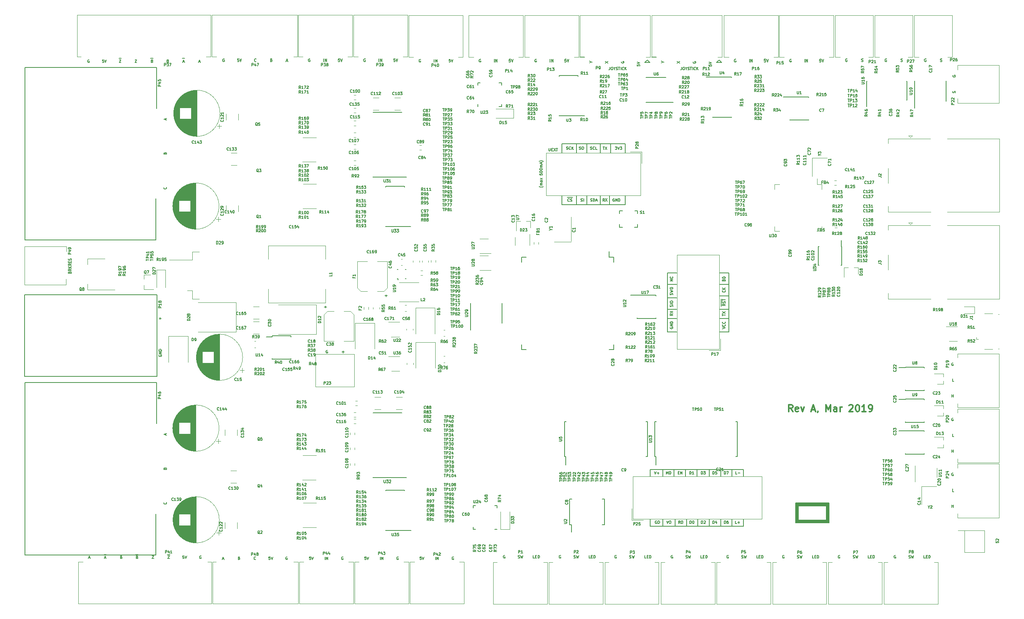
<source format=gto>
G04 #@! TF.GenerationSoftware,KiCad,Pcbnew,(5.0.1-53-g1ecfe45ab)*
G04 #@! TF.CreationDate,2019-03-07T10:28:32+01:00*
G04 #@! TF.ProjectId,motordriver-2x,6d6f746f-7264-4726-9976-65722d32782e,Rev A*
G04 #@! TF.SameCoordinates,Original*
G04 #@! TF.FileFunction,Legend,Top*
G04 #@! TF.FilePolarity,Positive*
%FSLAX46Y46*%
G04 Gerber Fmt 4.6, Leading zero omitted, Abs format (unit mm)*
G04 Created by KiCad (PCBNEW (5.0.1-53-g1ecfe45ab)) date Thu 07 Mar 2019 10:28:32 AM CET*
%MOMM*%
%LPD*%
G01*
G04 APERTURE LIST*
%ADD10C,0.150000*%
%ADD11C,0.200000*%
%ADD12C,0.300000*%
%ADD13C,0.120000*%
G04 APERTURE END LIST*
D10*
G36*
X216100000Y-131900000D02*
X223300000Y-131900000D01*
X223300000Y-136100000D01*
X216100000Y-136100000D01*
X216100000Y-132500000D01*
X216600000Y-132500000D01*
X216600000Y-135600000D01*
X222800000Y-135600000D01*
X222800000Y-132400000D01*
X216100000Y-132400000D01*
X216100000Y-131900000D01*
G37*
X216100000Y-131900000D02*
X223300000Y-131900000D01*
X223300000Y-136100000D01*
X216100000Y-136100000D01*
X216100000Y-132500000D01*
X216600000Y-132500000D01*
X216600000Y-135600000D01*
X222800000Y-135600000D01*
X222800000Y-132400000D01*
X216100000Y-132400000D01*
X216100000Y-131900000D01*
D11*
X216000000Y-136200000D02*
X216000000Y-131800000D01*
X223400000Y-136200000D02*
X216000000Y-136200000D01*
X223400000Y-131800000D02*
X223400000Y-136200000D01*
X216000000Y-131800000D02*
X223400000Y-131800000D01*
D12*
X215378571Y-111578571D02*
X214878571Y-110864285D01*
X214521428Y-111578571D02*
X214521428Y-110078571D01*
X215092857Y-110078571D01*
X215235714Y-110150000D01*
X215307142Y-110221428D01*
X215378571Y-110364285D01*
X215378571Y-110578571D01*
X215307142Y-110721428D01*
X215235714Y-110792857D01*
X215092857Y-110864285D01*
X214521428Y-110864285D01*
X216592857Y-111507142D02*
X216450000Y-111578571D01*
X216164285Y-111578571D01*
X216021428Y-111507142D01*
X215950000Y-111364285D01*
X215950000Y-110792857D01*
X216021428Y-110650000D01*
X216164285Y-110578571D01*
X216450000Y-110578571D01*
X216592857Y-110650000D01*
X216664285Y-110792857D01*
X216664285Y-110935714D01*
X215950000Y-111078571D01*
X217164285Y-110578571D02*
X217521428Y-111578571D01*
X217878571Y-110578571D01*
X219521428Y-111150000D02*
X220235714Y-111150000D01*
X219378571Y-111578571D02*
X219878571Y-110078571D01*
X220378571Y-111578571D01*
X220950000Y-111507142D02*
X220950000Y-111578571D01*
X220878571Y-111721428D01*
X220807142Y-111792857D01*
X222735714Y-111578571D02*
X222735714Y-110078571D01*
X223235714Y-111150000D01*
X223735714Y-110078571D01*
X223735714Y-111578571D01*
X225092857Y-111578571D02*
X225092857Y-110792857D01*
X225021428Y-110650000D01*
X224878571Y-110578571D01*
X224592857Y-110578571D01*
X224450000Y-110650000D01*
X225092857Y-111507142D02*
X224950000Y-111578571D01*
X224592857Y-111578571D01*
X224450000Y-111507142D01*
X224378571Y-111364285D01*
X224378571Y-111221428D01*
X224450000Y-111078571D01*
X224592857Y-111007142D01*
X224950000Y-111007142D01*
X225092857Y-110935714D01*
X225807142Y-111578571D02*
X225807142Y-110578571D01*
X225807142Y-110864285D02*
X225878571Y-110721428D01*
X225950000Y-110650000D01*
X226092857Y-110578571D01*
X226235714Y-110578571D01*
X227807142Y-110221428D02*
X227878571Y-110150000D01*
X228021428Y-110078571D01*
X228378571Y-110078571D01*
X228521428Y-110150000D01*
X228592857Y-110221428D01*
X228664285Y-110364285D01*
X228664285Y-110507142D01*
X228592857Y-110721428D01*
X227735714Y-111578571D01*
X228664285Y-111578571D01*
X229592857Y-110078571D02*
X229735714Y-110078571D01*
X229878571Y-110150000D01*
X229950000Y-110221428D01*
X230021428Y-110364285D01*
X230092857Y-110650000D01*
X230092857Y-111007142D01*
X230021428Y-111292857D01*
X229950000Y-111435714D01*
X229878571Y-111507142D01*
X229735714Y-111578571D01*
X229592857Y-111578571D01*
X229450000Y-111507142D01*
X229378571Y-111435714D01*
X229307142Y-111292857D01*
X229235714Y-111007142D01*
X229235714Y-110650000D01*
X229307142Y-110364285D01*
X229378571Y-110221428D01*
X229450000Y-110150000D01*
X229592857Y-110078571D01*
X231521428Y-111578571D02*
X230664285Y-111578571D01*
X231092857Y-111578571D02*
X231092857Y-110078571D01*
X230950000Y-110292857D01*
X230807142Y-110435714D01*
X230664285Y-110507142D01*
X232235714Y-111578571D02*
X232521428Y-111578571D01*
X232664285Y-111507142D01*
X232735714Y-111435714D01*
X232878571Y-111221428D01*
X232950000Y-110935714D01*
X232950000Y-110364285D01*
X232878571Y-110221428D01*
X232807142Y-110150000D01*
X232664285Y-110078571D01*
X232378571Y-110078571D01*
X232235714Y-110150000D01*
X232164285Y-110221428D01*
X232092857Y-110364285D01*
X232092857Y-110721428D01*
X232164285Y-110864285D01*
X232235714Y-110935714D01*
X232378571Y-111007142D01*
X232664285Y-111007142D01*
X232807142Y-110935714D01*
X232878571Y-110864285D01*
X232950000Y-110721428D01*
D13*
G04 #@! TO.C,U30*
X221725000Y-61425000D02*
X220775000Y-61425000D01*
X221725000Y-71775000D02*
X220675000Y-71775000D01*
X211375000Y-71775000D02*
X212425000Y-71775000D01*
X211375000Y-61425000D02*
X212425000Y-61425000D01*
X221725000Y-61425000D02*
X221725000Y-62475000D01*
X211375000Y-61425000D02*
X211375000Y-62475000D01*
X211375000Y-71775000D02*
X211375000Y-70725000D01*
X221725000Y-71775000D02*
X221725000Y-70725000D01*
X220775000Y-61425000D02*
X220775000Y-60150000D01*
G04 #@! TO.C,P37*
X86950000Y-24000000D02*
X57550000Y-24000000D01*
X86950000Y-33200000D02*
X86950000Y-24000000D01*
X57550000Y-33200000D02*
X57550000Y-24000000D01*
X57550000Y-33200000D02*
X58400000Y-33200000D01*
X86950000Y-33200000D02*
X85950000Y-33200000D01*
G04 #@! TO.C,P41*
X57750000Y-154000000D02*
X87150000Y-154000000D01*
X57750000Y-144800000D02*
X57750000Y-154000000D01*
X87150000Y-144800000D02*
X87150000Y-154000000D01*
X87150000Y-144800000D02*
X86300000Y-144800000D01*
X57750000Y-144800000D02*
X58750000Y-144800000D01*
G04 #@! TO.C,Y2*
X243800000Y-128100000D02*
X243800000Y-132100000D01*
X247100000Y-128100000D02*
X243800000Y-128100000D01*
G04 #@! TO.C,P1*
X161200000Y-144900000D02*
X160350000Y-144900000D01*
X149300000Y-144900000D02*
X150150000Y-144900000D01*
X149300000Y-154100000D02*
X161200000Y-154100000D01*
X149300000Y-146100000D02*
X149300000Y-154100000D01*
X149300000Y-144900000D02*
X149300000Y-146100000D01*
X161200000Y-144900000D02*
X161200000Y-154100000D01*
G04 #@! TO.C,P3*
X185800000Y-144900000D02*
X184950000Y-144900000D01*
X173900000Y-144900000D02*
X174750000Y-144900000D01*
X173900000Y-154100000D02*
X185800000Y-154100000D01*
X173900000Y-146100000D02*
X173900000Y-154100000D01*
X173900000Y-144900000D02*
X173900000Y-146100000D01*
X185800000Y-144900000D02*
X185800000Y-154100000D01*
G04 #@! TO.C,P4*
X198200000Y-144900000D02*
X197350000Y-144900000D01*
X186300000Y-144900000D02*
X187150000Y-144900000D01*
X186300000Y-154100000D02*
X198200000Y-154100000D01*
X186300000Y-146100000D02*
X186300000Y-154100000D01*
X186300000Y-144900000D02*
X186300000Y-146100000D01*
X198200000Y-144900000D02*
X198200000Y-154100000D01*
G04 #@! TO.C,P5*
X210500000Y-144900000D02*
X209650000Y-144900000D01*
X198600000Y-144900000D02*
X199450000Y-144900000D01*
X198600000Y-154100000D02*
X210500000Y-154100000D01*
X198600000Y-146100000D02*
X198600000Y-154100000D01*
X198600000Y-144900000D02*
X198600000Y-146100000D01*
X210500000Y-144900000D02*
X210500000Y-154100000D01*
G04 #@! TO.C,P6*
X222800000Y-144900000D02*
X221950000Y-144900000D01*
X210900000Y-144900000D02*
X211750000Y-144900000D01*
X210900000Y-154100000D02*
X222800000Y-154100000D01*
X210900000Y-146100000D02*
X210900000Y-154100000D01*
X210900000Y-144900000D02*
X210900000Y-146100000D01*
X222800000Y-144900000D02*
X222800000Y-154100000D01*
G04 #@! TO.C,P7*
X235100000Y-144900000D02*
X234250000Y-144900000D01*
X223200000Y-144900000D02*
X224050000Y-144900000D01*
X223200000Y-154100000D02*
X235100000Y-154100000D01*
X223200000Y-146100000D02*
X223200000Y-154100000D01*
X223200000Y-144900000D02*
X223200000Y-146100000D01*
X235100000Y-144900000D02*
X235100000Y-154100000D01*
G04 #@! TO.C,P2*
X173500000Y-144900000D02*
X172650000Y-144900000D01*
X161600000Y-144900000D02*
X162450000Y-144900000D01*
X161600000Y-154100000D02*
X173500000Y-154100000D01*
X161600000Y-146100000D02*
X161600000Y-154100000D01*
X161600000Y-144900000D02*
X161600000Y-146100000D01*
X173500000Y-144900000D02*
X173500000Y-154100000D01*
G04 #@! TO.C,P8*
X247400000Y-144900000D02*
X246550000Y-144900000D01*
X235500000Y-144900000D02*
X236350000Y-144900000D01*
X235500000Y-154100000D02*
X247400000Y-154100000D01*
X235500000Y-146100000D02*
X235500000Y-154100000D01*
X235500000Y-144900000D02*
X235500000Y-146100000D01*
X247400000Y-144900000D02*
X247400000Y-154100000D01*
D10*
G04 #@! TO.C,P18*
X45950000Y-85800000D02*
X75150000Y-85800000D01*
X45950000Y-103800000D02*
X45950000Y-85800000D01*
X75150000Y-103800000D02*
X45950000Y-103800000D01*
X75150000Y-85800000D02*
X75150000Y-103800000D01*
D13*
G04 #@! TO.C,P47*
X87200000Y-33200000D02*
X88250000Y-33200000D01*
X106100000Y-33200000D02*
X105300000Y-33200000D01*
X87200000Y-33200000D02*
X87200000Y-24000000D01*
X106100000Y-33200000D02*
X106100000Y-24000000D01*
X106100000Y-24000000D02*
X87200000Y-24000000D01*
G04 #@! TO.C,P48*
X106300000Y-144800000D02*
X105250000Y-144800000D01*
X87400000Y-144800000D02*
X88200000Y-144800000D01*
X106300000Y-144800000D02*
X106300000Y-154000000D01*
X87400000Y-144800000D02*
X87400000Y-154000000D01*
X87400000Y-154000000D02*
X106300000Y-154000000D01*
G04 #@! TO.C,P15*
X213457757Y-33288795D02*
X212407757Y-33288795D01*
X224357757Y-33288795D02*
X223357757Y-33288795D01*
X224357757Y-32088795D02*
X224357757Y-33288795D01*
X224357757Y-32088795D02*
X224357757Y-24088795D01*
X224357757Y-24088795D02*
X212407757Y-24088795D01*
X212407757Y-33288795D02*
X212407757Y-24088795D01*
G04 #@! TO.C,P44*
X117400000Y-144800000D02*
X118450000Y-144800000D01*
X106500000Y-144800000D02*
X107500000Y-144800000D01*
X106500000Y-146000000D02*
X106500000Y-144800000D01*
X106500000Y-146000000D02*
X106500000Y-154000000D01*
X106500000Y-154000000D02*
X118450000Y-154000000D01*
X118450000Y-144800000D02*
X118450000Y-154000000D01*
G04 #@! TO.C,P13*
X157257757Y-33288795D02*
X156207757Y-33288795D01*
X168157757Y-33288795D02*
X167157757Y-33288795D01*
X168157757Y-32088795D02*
X168157757Y-33288795D01*
X168157757Y-32088795D02*
X168157757Y-24088795D01*
X168157757Y-24088795D02*
X156207757Y-24088795D01*
X156207757Y-33288795D02*
X156207757Y-24088795D01*
G04 #@! TO.C,P14*
X144957757Y-33288795D02*
X143907757Y-33288795D01*
X155857757Y-33288795D02*
X154857757Y-33288795D01*
X155857757Y-32088795D02*
X155857757Y-33288795D01*
X155857757Y-32088795D02*
X155857757Y-24088795D01*
X155857757Y-24088795D02*
X143907757Y-24088795D01*
X143907757Y-33288795D02*
X143907757Y-24088795D01*
G04 #@! TO.C,P16*
X201257757Y-33288795D02*
X200207757Y-33288795D01*
X212157757Y-33288795D02*
X211157757Y-33288795D01*
X212157757Y-32088795D02*
X212157757Y-33288795D01*
X212157757Y-32088795D02*
X212157757Y-24088795D01*
X212157757Y-24088795D02*
X200207757Y-24088795D01*
X200207757Y-33288795D02*
X200207757Y-24088795D01*
G04 #@! TO.C,P43*
X129600000Y-144800000D02*
X130650000Y-144800000D01*
X118700000Y-144800000D02*
X119700000Y-144800000D01*
X118700000Y-146000000D02*
X118700000Y-144800000D01*
X118700000Y-146000000D02*
X118700000Y-154000000D01*
X118700000Y-154000000D02*
X130650000Y-154000000D01*
X130650000Y-144800000D02*
X130650000Y-154000000D01*
G04 #@! TO.C,P42*
X141800000Y-144800000D02*
X142850000Y-144800000D01*
X130900000Y-144800000D02*
X131900000Y-144800000D01*
X130900000Y-146000000D02*
X130900000Y-144800000D01*
X130900000Y-146000000D02*
X130900000Y-154000000D01*
X130900000Y-154000000D02*
X142850000Y-154000000D01*
X142850000Y-144800000D02*
X142850000Y-154000000D01*
G04 #@! TO.C,P39*
X119500000Y-33200000D02*
X118450000Y-33200000D01*
X130400000Y-33200000D02*
X129400000Y-33200000D01*
X130400000Y-32000000D02*
X130400000Y-33200000D01*
X130400000Y-32000000D02*
X130400000Y-24000000D01*
X130400000Y-24000000D02*
X118450000Y-24000000D01*
X118450000Y-33200000D02*
X118450000Y-24000000D01*
G04 #@! TO.C,P38*
X107300000Y-33200000D02*
X106250000Y-33200000D01*
X118200000Y-33200000D02*
X117200000Y-33200000D01*
X118200000Y-32000000D02*
X118200000Y-33200000D01*
X118200000Y-32000000D02*
X118200000Y-24000000D01*
X118200000Y-24000000D02*
X106250000Y-24000000D01*
X106250000Y-33200000D02*
X106250000Y-24000000D01*
G04 #@! TO.C,P40*
X131700000Y-33300000D02*
X130650000Y-33300000D01*
X142600000Y-33300000D02*
X141600000Y-33300000D01*
X142600000Y-32100000D02*
X142600000Y-33300000D01*
X142600000Y-32100000D02*
X142600000Y-24100000D01*
X142600000Y-24100000D02*
X130650000Y-24100000D01*
X130650000Y-33300000D02*
X130650000Y-24100000D01*
D10*
G04 #@! TO.C,P46*
X75000000Y-105180000D02*
X75000000Y-114230000D01*
X46000000Y-105180000D02*
X75000000Y-105180000D01*
X46000000Y-143280000D02*
X46000000Y-105180000D01*
X74900000Y-143280000D02*
X46000000Y-143280000D01*
X74900000Y-134180000D02*
X74900000Y-143280000D01*
G04 #@! TO.C,P45*
X75000000Y-35550000D02*
X75000000Y-44600000D01*
X46000000Y-35550000D02*
X75000000Y-35550000D01*
X46000000Y-73650000D02*
X46000000Y-35550000D01*
X74900000Y-73650000D02*
X46000000Y-73650000D01*
X74900000Y-64550000D02*
X74900000Y-73650000D01*
G04 #@! TO.C,U19*
X129900000Y-80200000D02*
X130100000Y-80200000D01*
X129900000Y-82200000D02*
X130100000Y-82200000D01*
X128100000Y-82200000D02*
X128300000Y-82200000D01*
X128300000Y-80200000D02*
X128100000Y-80200000D01*
X128300000Y-82200000D02*
X128300000Y-82500000D01*
D13*
G04 #@! TO.C,P23*
X110100000Y-106100000D02*
X110100000Y-98900000D01*
X118600000Y-98900000D02*
X110100000Y-98900000D01*
X118600000Y-106100000D02*
X118600000Y-98900000D01*
X118600000Y-106100000D02*
X110100000Y-106100000D01*
D10*
G04 #@! TO.C,U24*
X144904738Y-137583175D02*
X144904738Y-137058175D01*
X150154738Y-132333175D02*
X150154738Y-132858175D01*
X144904738Y-132333175D02*
X144904738Y-132858175D01*
X150154738Y-137583175D02*
X149629738Y-137583175D01*
X150154738Y-132333175D02*
X149629738Y-132333175D01*
X144904738Y-132333175D02*
X145429738Y-132333175D01*
X144904738Y-137583175D02*
X145429738Y-137583175D01*
G04 #@! TO.C,U23*
X145875000Y-38975000D02*
X146400000Y-38975000D01*
X151125000Y-44225000D02*
X150600000Y-44225000D01*
X151125000Y-38975000D02*
X150600000Y-38975000D01*
X145875000Y-44225000D02*
X145875000Y-43700000D01*
X151125000Y-44225000D02*
X151125000Y-43700000D01*
X151125000Y-38975000D02*
X151125000Y-39500000D01*
X145875000Y-38975000D02*
X145875000Y-39500000D01*
D13*
G04 #@! TO.C,J3*
X261000000Y-86700000D02*
X261000000Y-70500000D01*
X236400000Y-86700000D02*
X236400000Y-85450000D01*
X236400000Y-80310000D02*
X236400000Y-77010000D01*
X236400000Y-70500000D02*
X236400000Y-71520000D01*
X236400000Y-86700000D02*
X245780000Y-86700000D01*
X261000000Y-86700000D02*
X249480000Y-86700000D01*
X236400000Y-70500000D02*
X245700000Y-70500000D01*
X261000000Y-70500000D02*
X249480000Y-70500000D01*
X241300000Y-70300000D02*
X240900000Y-69850000D01*
X240900000Y-69850000D02*
X241750000Y-69850000D01*
X241750000Y-69850000D02*
X241300000Y-70300000D01*
G04 #@! TO.C,J2*
X261000000Y-67500000D02*
X261000000Y-51300000D01*
X236400000Y-67500000D02*
X236400000Y-66250000D01*
X236400000Y-61110000D02*
X236400000Y-57810000D01*
X236400000Y-51300000D02*
X236400000Y-52320000D01*
X236400000Y-67500000D02*
X245780000Y-67500000D01*
X261000000Y-67500000D02*
X249480000Y-67500000D01*
X236400000Y-51300000D02*
X245700000Y-51300000D01*
X261000000Y-51300000D02*
X249480000Y-51300000D01*
X241300000Y-51100000D02*
X240900000Y-50650000D01*
X240900000Y-50650000D02*
X241750000Y-50650000D01*
X241750000Y-50650000D02*
X241300000Y-51100000D01*
G04 #@! TO.C,C152*
X130235000Y-100900000D02*
X130235000Y-101200000D01*
X131655000Y-100900000D02*
X131655000Y-101200000D01*
G04 #@! TO.C,P21*
X233150000Y-24100000D02*
X224750000Y-24100000D01*
X224750000Y-33300000D02*
X224750000Y-24100000D01*
X233150000Y-33300000D02*
X233150000Y-24100000D01*
X233150000Y-33300000D02*
X232100000Y-33300000D01*
X225800000Y-33300000D02*
X224750000Y-33300000D01*
G04 #@! TO.C,P22*
X260900000Y-43450000D02*
X260900000Y-35050000D01*
X251700000Y-35050000D02*
X260900000Y-35050000D01*
X251700000Y-43450000D02*
X260900000Y-43450000D01*
X251700000Y-43450000D02*
X251700000Y-42400000D01*
X251700000Y-36100000D02*
X251700000Y-35050000D01*
G04 #@! TO.C,P26*
X250550000Y-24100000D02*
X242150000Y-24100000D01*
X242150000Y-33300000D02*
X242150000Y-24100000D01*
X250550000Y-33300000D02*
X250550000Y-24100000D01*
X250550000Y-33300000D02*
X249500000Y-33300000D01*
X243200000Y-33300000D02*
X242150000Y-33300000D01*
G04 #@! TO.C,P27*
X241850000Y-24100000D02*
X233450000Y-24100000D01*
X233450000Y-33300000D02*
X233450000Y-24100000D01*
X241850000Y-33300000D02*
X241850000Y-24100000D01*
X241850000Y-33300000D02*
X240800000Y-33300000D01*
X234500000Y-33300000D02*
X233450000Y-33300000D01*
D10*
G04 #@! TO.C,U14*
X100525000Y-95075000D02*
X99225000Y-95075000D01*
X100525000Y-100025000D02*
X104675000Y-100025000D01*
X100525000Y-94875000D02*
X104675000Y-94875000D01*
X100525000Y-100025000D02*
X100525000Y-99825000D01*
X104675000Y-100025000D02*
X104675000Y-99825000D01*
X104675000Y-94875000D02*
X104675000Y-95075000D01*
X100525000Y-94875000D02*
X100525000Y-95075000D01*
D13*
G04 #@! TO.C,R150*
X107210000Y-56450000D02*
X110150000Y-56450000D01*
X107280000Y-51050000D02*
X110220000Y-51050000D01*
G04 #@! TO.C,R114*
X110290000Y-61300000D02*
X107350000Y-61300000D01*
X110220000Y-66700000D02*
X107280000Y-66700000D01*
G04 #@! TO.C,R115*
X110290000Y-131800000D02*
X107350000Y-131800000D01*
X110220000Y-137200000D02*
X107280000Y-137200000D01*
G04 #@! TO.C,R151*
X107210000Y-126700000D02*
X110150000Y-126700000D01*
X107280000Y-121300000D02*
X110220000Y-121300000D01*
D10*
G04 #@! TO.C,P25*
X186710793Y-136904350D02*
X186710793Y-135404350D01*
X189460793Y-136904350D02*
X189460793Y-135404350D01*
X191960793Y-136904350D02*
X191960793Y-135404350D01*
X194460793Y-136904350D02*
X194460793Y-135404350D01*
X196960793Y-136904350D02*
X196960793Y-135404350D01*
X199460793Y-136904350D02*
X199460793Y-135404350D01*
X201960793Y-136904350D02*
X201960793Y-135404350D01*
X201960793Y-124404350D02*
X201960793Y-125904350D01*
X199460793Y-124404350D02*
X199460793Y-125904350D01*
X196960793Y-124404350D02*
X196960793Y-125904350D01*
X194210793Y-124404350D02*
X194210793Y-125904350D01*
X191710793Y-124404350D02*
X191710793Y-125904350D01*
X189210793Y-124404350D02*
X189210793Y-125904350D01*
X186710793Y-124404350D02*
X186710793Y-125904350D01*
X183960793Y-124404350D02*
X183960793Y-125904350D01*
X184460793Y-124404350D02*
X183960793Y-124404350D01*
X204460793Y-124404350D02*
X184460793Y-124404350D01*
X204460793Y-125904350D02*
X204460793Y-124404350D01*
X204460793Y-136904350D02*
X204460793Y-135404350D01*
X183960793Y-136904350D02*
X204460793Y-136904350D01*
X183960793Y-135404350D02*
X183960793Y-136904350D01*
D13*
X180110793Y-125959350D02*
X208590793Y-125959350D01*
X208590793Y-125959350D02*
X208590793Y-135309350D01*
X208590793Y-135309350D02*
X180110793Y-135309350D01*
X180110793Y-135309350D02*
X180110793Y-125959350D01*
X179860793Y-135559350D02*
X182400793Y-135559350D01*
X179860793Y-135559350D02*
X179860793Y-133019350D01*
D10*
G04 #@! TO.C,P17*
X187750000Y-83500000D02*
X189750000Y-83500000D01*
X187750000Y-86500000D02*
X189750000Y-86500000D01*
X187750000Y-89000000D02*
X189750000Y-89000000D01*
X187750000Y-91000000D02*
X189750000Y-91000000D01*
X187750000Y-81000000D02*
X189750000Y-81000000D01*
X187750000Y-94000000D02*
X187750000Y-81000000D01*
X189750000Y-94000000D02*
X187750000Y-94000000D01*
X201250000Y-83500000D02*
X199250000Y-83500000D01*
X201250000Y-86000000D02*
X199250000Y-86000000D01*
X201250000Y-89000000D02*
X199250000Y-89000000D01*
X201250000Y-91000000D02*
X199250000Y-91000000D01*
X201250000Y-81000000D02*
X199250000Y-81000000D01*
X201250000Y-94000000D02*
X201250000Y-81000000D01*
X199250000Y-94000000D02*
X201250000Y-94000000D01*
D13*
X199405000Y-98100000D02*
X196865000Y-98100000D01*
X199405000Y-98100000D02*
X199405000Y-95560000D01*
X199155000Y-97850000D02*
X189805000Y-97850000D01*
X199155000Y-76990000D02*
X199155000Y-97850000D01*
X189805000Y-76990000D02*
X199155000Y-76990000D01*
X189805000Y-97850000D02*
X189805000Y-76990000D01*
D10*
G04 #@! TO.C,P28*
X167700000Y-54400000D02*
X167700000Y-52400000D01*
X169950000Y-54400000D02*
X169950000Y-52400000D01*
X172950000Y-54400000D02*
X172950000Y-52400000D01*
X175200000Y-54400000D02*
X175200000Y-52400000D01*
X164450000Y-52400000D02*
X164450000Y-54400000D01*
X178450000Y-52400000D02*
X164450000Y-52400000D01*
X178450000Y-54400000D02*
X178450000Y-52400000D01*
X174950000Y-65900000D02*
X174950000Y-63900000D01*
X172950000Y-65900000D02*
X172950000Y-63900000D01*
X169950000Y-65900000D02*
X169950000Y-63900000D01*
X167700000Y-65900000D02*
X167700000Y-63900000D01*
X164450000Y-65900000D02*
X164450000Y-63900000D01*
X178450000Y-65900000D02*
X164450000Y-65900000D01*
X178450000Y-63900000D02*
X178450000Y-65900000D01*
D13*
X181800000Y-63845000D02*
X160940000Y-63845000D01*
X160940000Y-63845000D02*
X160940000Y-54495000D01*
X160940000Y-54495000D02*
X181800000Y-54495000D01*
X181800000Y-54495000D02*
X181800000Y-63845000D01*
X182050000Y-54245000D02*
X179510000Y-54245000D01*
X182050000Y-54245000D02*
X182050000Y-56785000D01*
G04 #@! TO.C,P11*
X199742371Y-24103795D02*
X184292371Y-24103795D01*
X199742371Y-32103795D02*
X199742371Y-24103795D01*
X199742371Y-33303795D02*
X199742371Y-32103795D01*
X184292371Y-32103795D02*
X184292371Y-24103795D01*
D10*
X199192371Y-33953795D02*
X199692371Y-34453795D01*
X199692371Y-34453795D02*
X198592371Y-34453795D01*
X198592371Y-34453795D02*
X199092371Y-33953795D01*
X199192371Y-33953795D02*
X199092371Y-33953795D01*
D13*
X184292371Y-33303795D02*
X184292371Y-32103795D01*
X199742371Y-33303795D02*
X198842371Y-33303795D01*
D10*
X184292371Y-33303795D02*
X185242371Y-33303795D01*
D13*
G04 #@! TO.C,P9*
X183907757Y-24088795D02*
X168457757Y-24088795D01*
X183907757Y-32088795D02*
X183907757Y-24088795D01*
X183907757Y-33288795D02*
X183907757Y-32088795D01*
X168457757Y-32088795D02*
X168457757Y-24088795D01*
D10*
X183357757Y-33938795D02*
X183857757Y-34438795D01*
X183857757Y-34438795D02*
X182757757Y-34438795D01*
X182757757Y-34438795D02*
X183257757Y-33938795D01*
X183357757Y-33938795D02*
X183257757Y-33938795D01*
D13*
X168457757Y-33288795D02*
X168457757Y-32088795D01*
X183907757Y-33288795D02*
X183007757Y-33288795D01*
D10*
X168457757Y-33288795D02*
X169407757Y-33288795D01*
D13*
G04 #@! TO.C,P24*
X251700000Y-124050000D02*
X251700000Y-123150000D01*
X251700000Y-135050000D02*
X251700000Y-134150000D01*
X251700000Y-123150000D02*
X260900000Y-123150000D01*
X260900000Y-135050000D02*
X260900000Y-123150000D01*
X251700000Y-135050000D02*
X260900000Y-135050000D01*
G04 #@! TO.C,P19*
X251700000Y-99700000D02*
X251700000Y-98800000D01*
X251700000Y-110700000D02*
X251700000Y-109800000D01*
X251700000Y-98800000D02*
X260900000Y-98800000D01*
X260900000Y-110700000D02*
X260900000Y-98800000D01*
X251700000Y-110700000D02*
X260900000Y-110700000D01*
G04 #@! TO.C,P20*
X251700000Y-111900000D02*
X251700000Y-111000000D01*
X251700000Y-122900000D02*
X251700000Y-122000000D01*
X251700000Y-111000000D02*
X260900000Y-111000000D01*
X260900000Y-122900000D02*
X260900000Y-111000000D01*
X251700000Y-122900000D02*
X260900000Y-122900000D01*
G04 #@! TO.C,P49*
X55085000Y-83550000D02*
X55085000Y-82350000D01*
X55135000Y-75150000D02*
X55135000Y-76250000D01*
X45935000Y-75150000D02*
X45935000Y-83550000D01*
X55085000Y-83550000D02*
X45935000Y-83550000D01*
X55135000Y-75150000D02*
X45935000Y-75150000D01*
G04 #@! TO.C,Y1*
X166480000Y-73930000D02*
X166480000Y-68630000D01*
X162780000Y-74140000D02*
X166480000Y-74140000D01*
G04 #@! TO.C,Y3*
X219650000Y-55600000D02*
X219650000Y-59600000D01*
X222950000Y-55600000D02*
X219650000Y-55600000D01*
G04 #@! TO.C,U27*
X146350000Y-76610000D02*
X148800000Y-76610000D01*
X148150000Y-73390000D02*
X146350000Y-73390000D01*
G04 #@! TO.C,U18*
X251649726Y-92814480D02*
X249199726Y-92814480D01*
X249849726Y-96034480D02*
X251649726Y-96034480D01*
G04 #@! TO.C,U28*
X146350000Y-80360000D02*
X148800000Y-80360000D01*
X148150000Y-77140000D02*
X146350000Y-77140000D01*
D10*
G04 #@! TO.C,S1*
X177150000Y-70850000D02*
X177150000Y-70250000D01*
X177850000Y-70850000D02*
X177150000Y-70850000D01*
X181150000Y-70850000D02*
X180450000Y-70850000D01*
X181150000Y-70250000D02*
X181150000Y-70850000D01*
X181150000Y-67250000D02*
X180550000Y-67250000D01*
X181150000Y-67250000D02*
X181150000Y-67850000D01*
X177150000Y-67250000D02*
X177850000Y-67250000D01*
X177150000Y-67250000D02*
X177150000Y-67850000D01*
D13*
G04 #@! TO.C,J1*
X255914727Y-95649479D02*
X256304727Y-95649479D01*
X255914727Y-95649479D02*
X255914727Y-95199479D01*
X259424727Y-89939479D02*
X257694727Y-89939479D01*
X260914727Y-97699479D02*
X260704727Y-97699479D01*
X260914727Y-90079479D02*
X260704727Y-90079479D01*
X259404727Y-97839479D02*
X257674727Y-97839479D01*
G04 #@! TO.C,C169*
X119300000Y-84240000D02*
X119300000Y-78400000D01*
X120060000Y-85000000D02*
X119300000Y-84240000D01*
X125900000Y-84240000D02*
X125140000Y-85000000D01*
X125900000Y-78400000D02*
X125900000Y-84240000D01*
X120060000Y-85000000D02*
X121480000Y-85000000D01*
X125140000Y-85000000D02*
X123720000Y-85000000D01*
X125900000Y-78400000D02*
X123720000Y-78400000D01*
X119300000Y-78400000D02*
X121480000Y-78400000D01*
G04 #@! TO.C,C45*
X128950000Y-79310000D02*
X129250000Y-79310000D01*
X128950000Y-77890000D02*
X129250000Y-77890000D01*
G04 #@! TO.C,C167*
X97650000Y-91740000D02*
X96350000Y-91740000D01*
X97650000Y-94460000D02*
X96350000Y-94460000D01*
G04 #@! TO.C,C165*
X97650000Y-88390000D02*
X96350000Y-88390000D01*
X97650000Y-91110000D02*
X96350000Y-91110000D01*
G04 #@! TO.C,D30*
X136495000Y-96300000D02*
X136495000Y-102000000D01*
X132195000Y-96300000D02*
X132195000Y-102000000D01*
X136495000Y-96300000D02*
X132195000Y-96300000D01*
G04 #@! TO.C,D16*
X136450000Y-88700000D02*
X136450000Y-94400000D01*
X132150000Y-88700000D02*
X132150000Y-94400000D01*
X136450000Y-88700000D02*
X132150000Y-88700000D01*
G04 #@! TO.C,D15*
X153750000Y-46750000D02*
X149850000Y-46750000D01*
X153750000Y-44750000D02*
X149850000Y-44750000D01*
X153750000Y-46750000D02*
X153750000Y-44750000D01*
G04 #@! TO.C,D33*
X150929738Y-137608175D02*
X150929738Y-133708175D01*
X152929738Y-137608175D02*
X152929738Y-133708175D01*
X150929738Y-137608175D02*
X152929738Y-137608175D01*
G04 #@! TO.C,F2*
X121760000Y-88970000D02*
X121760000Y-88530000D01*
X120740000Y-88970000D02*
X120740000Y-88530000D01*
G04 #@! TO.C,U36*
X128645000Y-99440000D02*
X126195000Y-99440000D01*
X126845000Y-102660000D02*
X128645000Y-102660000D01*
G04 #@! TO.C,R35*
X136610000Y-78620000D02*
X136610000Y-78180000D01*
X135590000Y-78620000D02*
X135590000Y-78180000D01*
G04 #@! TO.C,R66*
X138650000Y-93540000D02*
X138350000Y-93540000D01*
X138650000Y-94960000D02*
X138350000Y-94960000D01*
G04 #@! TO.C,R76*
X138650000Y-99340000D02*
X138350000Y-99340000D01*
X138650000Y-100760000D02*
X138350000Y-100760000D01*
G04 #@! TO.C,D31*
X255470000Y-88440000D02*
X253200000Y-88440000D01*
X255470000Y-89960000D02*
X255470000Y-88440000D01*
X253200000Y-89960000D02*
X255470000Y-89960000D01*
G04 #@! TO.C,D28*
X92550000Y-94000000D02*
X84150000Y-94000000D01*
X92550000Y-87500000D02*
X84150000Y-87500000D01*
X92550000Y-87500000D02*
X92550000Y-94000000D01*
G04 #@! TO.C,D27*
X77000000Y-80250000D02*
X77000000Y-84150000D01*
X75000000Y-80250000D02*
X75000000Y-84150000D01*
X77000000Y-80250000D02*
X75000000Y-80250000D01*
G04 #@! TO.C,Q8*
X65850000Y-84660000D02*
X59840000Y-84660000D01*
X63600000Y-77840000D02*
X59840000Y-77840000D01*
X59840000Y-84660000D02*
X59840000Y-83400000D01*
X59840000Y-77840000D02*
X59840000Y-79100000D01*
G04 #@! TO.C,Q7*
X72240000Y-81420000D02*
X73700000Y-81420000D01*
X72240000Y-84580000D02*
X74400000Y-84580000D01*
X72240000Y-84580000D02*
X72240000Y-83650000D01*
X72240000Y-81420000D02*
X72240000Y-82350000D01*
G04 #@! TO.C,D29*
X82950000Y-84890000D02*
X81850000Y-84890000D01*
X82950000Y-86700000D02*
X82950000Y-84890000D01*
X84450000Y-86700000D02*
X82950000Y-86700000D01*
X82950000Y-78110000D02*
X77825000Y-78110000D01*
X82950000Y-76300000D02*
X82950000Y-78110000D01*
X84450000Y-76300000D02*
X82950000Y-76300000D01*
D10*
G04 #@! TO.C,U13*
X185175000Y-121525000D02*
X185175000Y-123350000D01*
X203175000Y-121525000D02*
X203175000Y-113775000D01*
X184925000Y-121525000D02*
X184925000Y-113775000D01*
X203175000Y-121525000D02*
X202830000Y-121525000D01*
X203175000Y-113775000D02*
X202830000Y-113775000D01*
X184925000Y-113775000D02*
X185270000Y-113775000D01*
X184925000Y-121525000D02*
X185175000Y-121525000D01*
G04 #@! TO.C,U5*
X165325000Y-121525000D02*
X165325000Y-123350000D01*
X183325000Y-121525000D02*
X183325000Y-113775000D01*
X165075000Y-121525000D02*
X165075000Y-113775000D01*
X183325000Y-121525000D02*
X182980000Y-121525000D01*
X183325000Y-113775000D02*
X182980000Y-113775000D01*
X165075000Y-113775000D02*
X165420000Y-113775000D01*
X165075000Y-121525000D02*
X165325000Y-121525000D01*
G04 #@! TO.C,U32*
X129120000Y-111875000D02*
X122770000Y-111875000D01*
X130195000Y-126200000D02*
X122770000Y-126200000D01*
X129120000Y-111875000D02*
X129120000Y-111882500D01*
X122770000Y-111875000D02*
X122770000Y-111882500D01*
X122770000Y-126125000D02*
X122770000Y-126117500D01*
G04 #@! TO.C,U31*
X129120000Y-45489600D02*
X122770000Y-45489600D01*
X130195000Y-59814600D02*
X122770000Y-59814600D01*
X129120000Y-45489600D02*
X129120000Y-45497100D01*
X122770000Y-45489600D02*
X122770000Y-45497100D01*
X122770000Y-59739600D02*
X122770000Y-59732100D01*
D13*
G04 #@! TO.C,L1*
X99700000Y-87550000D02*
X99700000Y-84550000D01*
X112300000Y-87550000D02*
X99700000Y-87550000D01*
X112300000Y-84550000D02*
X112300000Y-87550000D01*
X112300000Y-74950000D02*
X112300000Y-77950000D01*
X99700000Y-74950000D02*
X112300000Y-74950000D01*
X99700000Y-77950000D02*
X99700000Y-74950000D01*
G04 #@! TO.C,C38*
X118550000Y-90210000D02*
X118550000Y-96050000D01*
X117790000Y-89450000D02*
X118550000Y-90210000D01*
X111950000Y-90210000D02*
X112710000Y-89450000D01*
X111950000Y-96050000D02*
X111950000Y-90210000D01*
X117790000Y-89450000D02*
X116370000Y-89450000D01*
X112710000Y-89450000D02*
X114130000Y-89450000D01*
X111950000Y-96050000D02*
X114130000Y-96050000D01*
X118550000Y-96050000D02*
X116370000Y-96050000D01*
G04 #@! TO.C,C100*
X119020000Y-41690000D02*
X118580000Y-41690000D01*
X119020000Y-42710000D02*
X118580000Y-42710000D01*
G04 #@! TO.C,C89*
X133470000Y-52740000D02*
X133030000Y-52740000D01*
X133470000Y-53760000D02*
X133030000Y-53760000D01*
G04 #@! TO.C,C101*
X119320000Y-109240000D02*
X118880000Y-109240000D01*
X119320000Y-110260000D02*
X118880000Y-110260000D01*
G04 #@! TO.C,C110*
X118760000Y-116720000D02*
X118760000Y-116280000D01*
X117740000Y-116720000D02*
X117740000Y-116280000D01*
G04 #@! TO.C,C115*
X119020000Y-47390000D02*
X118580000Y-47390000D01*
X119020000Y-48410000D02*
X118580000Y-48410000D01*
G04 #@! TO.C,C109*
X118760000Y-119970000D02*
X118760000Y-119530000D01*
X117740000Y-119970000D02*
X117740000Y-119530000D01*
G04 #@! TO.C,C108*
X118760000Y-123470000D02*
X118760000Y-123030000D01*
X117740000Y-123470000D02*
X117740000Y-123030000D01*
G04 #@! TO.C,C107*
X119020000Y-49990000D02*
X118580000Y-49990000D01*
X119020000Y-51010000D02*
X118580000Y-51010000D01*
G04 #@! TO.C,C105*
X119020000Y-56190000D02*
X118580000Y-56190000D01*
X119020000Y-57210000D02*
X118580000Y-57210000D01*
G04 #@! TO.C,C106*
X119020000Y-52590000D02*
X118580000Y-52590000D01*
X119020000Y-53610000D02*
X118580000Y-53610000D01*
G04 #@! TO.C,C135*
X119020000Y-44590000D02*
X118580000Y-44590000D01*
X119020000Y-45610000D02*
X118580000Y-45610000D01*
G04 #@! TO.C,C136*
X118970000Y-111740000D02*
X118530000Y-111740000D01*
X118970000Y-112760000D02*
X118530000Y-112760000D01*
G04 #@! TO.C,C116*
X118970000Y-113240000D02*
X118530000Y-113240000D01*
X118970000Y-114260000D02*
X118530000Y-114260000D01*
G04 #@! TO.C,C55*
X135010000Y-78550000D02*
X135010000Y-78250000D01*
X133590000Y-78550000D02*
X133590000Y-78250000D01*
G04 #@! TO.C,C58*
X130190000Y-93300000D02*
X130190000Y-93600000D01*
X131610000Y-93300000D02*
X131610000Y-93600000D01*
G04 #@! TO.C,C52*
X133010000Y-78550000D02*
X133010000Y-78250000D01*
X131590000Y-78550000D02*
X131590000Y-78250000D01*
G04 #@! TO.C,C104*
X127900000Y-111110000D02*
X129200000Y-111110000D01*
X127900000Y-108390000D02*
X129200000Y-108390000D01*
G04 #@! TO.C,C129*
X90390000Y-66100000D02*
X90390000Y-67400000D01*
X93110000Y-66100000D02*
X93110000Y-67400000D01*
G04 #@! TO.C,C130*
X92650000Y-124640000D02*
X91350000Y-124640000D01*
X92650000Y-127360000D02*
X91350000Y-127360000D01*
G04 #@! TO.C,C103*
X127500000Y-44960000D02*
X128800000Y-44960000D01*
X127500000Y-42240000D02*
X128800000Y-42240000D01*
G04 #@! TO.C,C133*
X92750000Y-54490000D02*
X91450000Y-54490000D01*
X92750000Y-57210000D02*
X91450000Y-57210000D01*
G04 #@! TO.C,C122*
X90140000Y-136100000D02*
X90140000Y-137400000D01*
X92860000Y-136100000D02*
X92860000Y-137400000D01*
G04 #@! TO.C,C134*
X90140000Y-115600000D02*
X90140000Y-116900000D01*
X92860000Y-115600000D02*
X92860000Y-116900000D01*
G04 #@! TO.C,C121*
X90390000Y-45850000D02*
X90390000Y-47150000D01*
X93110000Y-45850000D02*
X93110000Y-47150000D01*
G04 #@! TO.C,C113*
X123150000Y-111110000D02*
X124450000Y-111110000D01*
X123150000Y-108390000D02*
X124450000Y-108390000D01*
G04 #@! TO.C,C112*
X122750000Y-44960000D02*
X124050000Y-44960000D01*
X122750000Y-42240000D02*
X124050000Y-42240000D01*
G04 #@! TO.C,C139*
X88729646Y-138875000D02*
X88729646Y-137875000D01*
X89229646Y-138375000D02*
X88229646Y-138375000D01*
X78669000Y-136099000D02*
X78669000Y-134901000D01*
X78709000Y-136362000D02*
X78709000Y-134638000D01*
X78749000Y-136562000D02*
X78749000Y-134438000D01*
X78789000Y-136730000D02*
X78789000Y-134270000D01*
X78829000Y-136878000D02*
X78829000Y-134122000D01*
X78869000Y-137010000D02*
X78869000Y-133990000D01*
X78909000Y-137130000D02*
X78909000Y-133870000D01*
X78949000Y-137242000D02*
X78949000Y-133758000D01*
X78989000Y-137346000D02*
X78989000Y-133654000D01*
X79029000Y-137444000D02*
X79029000Y-133556000D01*
X79069000Y-137537000D02*
X79069000Y-133463000D01*
X79109000Y-137625000D02*
X79109000Y-133375000D01*
X79149000Y-137709000D02*
X79149000Y-133291000D01*
X79189000Y-137789000D02*
X79189000Y-133211000D01*
X79229000Y-137865000D02*
X79229000Y-133135000D01*
X79269000Y-137939000D02*
X79269000Y-133061000D01*
X79309000Y-138010000D02*
X79309000Y-132990000D01*
X79349000Y-138079000D02*
X79349000Y-132921000D01*
X79389000Y-138145000D02*
X79389000Y-132855000D01*
X79429000Y-138209000D02*
X79429000Y-132791000D01*
X79469000Y-138270000D02*
X79469000Y-132730000D01*
X79509000Y-138330000D02*
X79509000Y-132670000D01*
X79549000Y-138389000D02*
X79549000Y-132611000D01*
X79589000Y-138445000D02*
X79589000Y-132555000D01*
X79629000Y-138500000D02*
X79629000Y-132500000D01*
X79669000Y-138554000D02*
X79669000Y-132446000D01*
X79709000Y-138606000D02*
X79709000Y-132394000D01*
X79749000Y-138656000D02*
X79749000Y-132344000D01*
X79789000Y-138706000D02*
X79789000Y-132294000D01*
X79829000Y-138754000D02*
X79829000Y-132246000D01*
X79869000Y-138801000D02*
X79869000Y-132199000D01*
X79909000Y-138847000D02*
X79909000Y-132153000D01*
X79949000Y-138892000D02*
X79949000Y-132108000D01*
X79989000Y-138936000D02*
X79989000Y-132064000D01*
X80029000Y-134259000D02*
X80029000Y-132022000D01*
X80029000Y-138978000D02*
X80029000Y-136741000D01*
X80069000Y-134259000D02*
X80069000Y-131980000D01*
X80069000Y-139020000D02*
X80069000Y-136741000D01*
X80109000Y-134259000D02*
X80109000Y-131939000D01*
X80109000Y-139061000D02*
X80109000Y-136741000D01*
X80149000Y-134259000D02*
X80149000Y-131899000D01*
X80149000Y-139101000D02*
X80149000Y-136741000D01*
X80189000Y-134259000D02*
X80189000Y-131860000D01*
X80189000Y-139140000D02*
X80189000Y-136741000D01*
X80229000Y-134259000D02*
X80229000Y-131821000D01*
X80229000Y-139179000D02*
X80229000Y-136741000D01*
X80269000Y-134259000D02*
X80269000Y-131784000D01*
X80269000Y-139216000D02*
X80269000Y-136741000D01*
X80309000Y-134259000D02*
X80309000Y-131747000D01*
X80309000Y-139253000D02*
X80309000Y-136741000D01*
X80349000Y-134259000D02*
X80349000Y-131711000D01*
X80349000Y-139289000D02*
X80349000Y-136741000D01*
X80389000Y-134259000D02*
X80389000Y-131676000D01*
X80389000Y-139324000D02*
X80389000Y-136741000D01*
X80429000Y-134259000D02*
X80429000Y-131642000D01*
X80429000Y-139358000D02*
X80429000Y-136741000D01*
X80469000Y-134259000D02*
X80469000Y-131608000D01*
X80469000Y-139392000D02*
X80469000Y-136741000D01*
X80509000Y-134259000D02*
X80509000Y-131575000D01*
X80509000Y-139425000D02*
X80509000Y-136741000D01*
X80549000Y-134259000D02*
X80549000Y-131543000D01*
X80549000Y-139457000D02*
X80549000Y-136741000D01*
X80589000Y-134259000D02*
X80589000Y-131511000D01*
X80589000Y-139489000D02*
X80589000Y-136741000D01*
X80629000Y-134259000D02*
X80629000Y-131480000D01*
X80629000Y-139520000D02*
X80629000Y-136741000D01*
X80669000Y-134259000D02*
X80669000Y-131450000D01*
X80669000Y-139550000D02*
X80669000Y-136741000D01*
X80709000Y-134259000D02*
X80709000Y-131420000D01*
X80709000Y-139580000D02*
X80709000Y-136741000D01*
X80749000Y-134259000D02*
X80749000Y-131390000D01*
X80749000Y-139610000D02*
X80749000Y-136741000D01*
X80789000Y-134259000D02*
X80789000Y-131362000D01*
X80789000Y-139638000D02*
X80789000Y-136741000D01*
X80829000Y-134259000D02*
X80829000Y-131334000D01*
X80829000Y-139666000D02*
X80829000Y-136741000D01*
X80869000Y-134259000D02*
X80869000Y-131306000D01*
X80869000Y-139694000D02*
X80869000Y-136741000D01*
X80909000Y-134259000D02*
X80909000Y-131279000D01*
X80909000Y-139721000D02*
X80909000Y-136741000D01*
X80949000Y-134259000D02*
X80949000Y-131253000D01*
X80949000Y-139747000D02*
X80949000Y-136741000D01*
X80989000Y-134259000D02*
X80989000Y-131227000D01*
X80989000Y-139773000D02*
X80989000Y-136741000D01*
X81029000Y-134259000D02*
X81029000Y-131202000D01*
X81029000Y-139798000D02*
X81029000Y-136741000D01*
X81069000Y-134259000D02*
X81069000Y-131177000D01*
X81069000Y-139823000D02*
X81069000Y-136741000D01*
X81109000Y-134259000D02*
X81109000Y-131153000D01*
X81109000Y-139847000D02*
X81109000Y-136741000D01*
X81149000Y-134259000D02*
X81149000Y-131129000D01*
X81149000Y-139871000D02*
X81149000Y-136741000D01*
X81189000Y-134259000D02*
X81189000Y-131105000D01*
X81189000Y-139895000D02*
X81189000Y-136741000D01*
X81229000Y-134259000D02*
X81229000Y-131083000D01*
X81229000Y-139917000D02*
X81229000Y-136741000D01*
X81269000Y-134259000D02*
X81269000Y-131060000D01*
X81269000Y-139940000D02*
X81269000Y-136741000D01*
X81309000Y-134259000D02*
X81309000Y-131038000D01*
X81309000Y-139962000D02*
X81309000Y-136741000D01*
X81349000Y-134259000D02*
X81349000Y-131017000D01*
X81349000Y-139983000D02*
X81349000Y-136741000D01*
X81389000Y-134259000D02*
X81389000Y-130996000D01*
X81389000Y-140004000D02*
X81389000Y-136741000D01*
X81429000Y-134259000D02*
X81429000Y-130975000D01*
X81429000Y-140025000D02*
X81429000Y-136741000D01*
X81469000Y-134259000D02*
X81469000Y-130955000D01*
X81469000Y-140045000D02*
X81469000Y-136741000D01*
X81509000Y-134259000D02*
X81509000Y-130936000D01*
X81509000Y-140064000D02*
X81509000Y-136741000D01*
X81549000Y-134259000D02*
X81549000Y-130916000D01*
X81549000Y-140084000D02*
X81549000Y-136741000D01*
X81589000Y-134259000D02*
X81589000Y-130897000D01*
X81589000Y-140103000D02*
X81589000Y-136741000D01*
X81629000Y-134259000D02*
X81629000Y-130879000D01*
X81629000Y-140121000D02*
X81629000Y-136741000D01*
X81669000Y-134259000D02*
X81669000Y-130861000D01*
X81669000Y-140139000D02*
X81669000Y-136741000D01*
X81709000Y-134259000D02*
X81709000Y-130843000D01*
X81709000Y-140157000D02*
X81709000Y-136741000D01*
X81749000Y-134259000D02*
X81749000Y-130826000D01*
X81749000Y-140174000D02*
X81749000Y-136741000D01*
X81789000Y-134259000D02*
X81789000Y-130810000D01*
X81789000Y-140190000D02*
X81789000Y-136741000D01*
X81829000Y-134259000D02*
X81829000Y-130793000D01*
X81829000Y-140207000D02*
X81829000Y-136741000D01*
X81869000Y-134259000D02*
X81869000Y-130777000D01*
X81869000Y-140223000D02*
X81869000Y-136741000D01*
X81909000Y-134259000D02*
X81909000Y-130762000D01*
X81909000Y-140238000D02*
X81909000Y-136741000D01*
X81949000Y-134259000D02*
X81949000Y-130746000D01*
X81949000Y-140254000D02*
X81949000Y-136741000D01*
X81989000Y-134259000D02*
X81989000Y-130732000D01*
X81989000Y-140268000D02*
X81989000Y-136741000D01*
X82029000Y-134259000D02*
X82029000Y-130717000D01*
X82029000Y-140283000D02*
X82029000Y-136741000D01*
X82069000Y-134259000D02*
X82069000Y-130703000D01*
X82069000Y-140297000D02*
X82069000Y-136741000D01*
X82109000Y-134259000D02*
X82109000Y-130689000D01*
X82109000Y-140311000D02*
X82109000Y-136741000D01*
X82149000Y-134259000D02*
X82149000Y-130676000D01*
X82149000Y-140324000D02*
X82149000Y-136741000D01*
X82189000Y-134259000D02*
X82189000Y-130663000D01*
X82189000Y-140337000D02*
X82189000Y-136741000D01*
X82229000Y-134259000D02*
X82229000Y-130650000D01*
X82229000Y-140350000D02*
X82229000Y-136741000D01*
X82269000Y-134259000D02*
X82269000Y-130638000D01*
X82269000Y-140362000D02*
X82269000Y-136741000D01*
X82309000Y-134259000D02*
X82309000Y-130626000D01*
X82309000Y-140374000D02*
X82309000Y-136741000D01*
X82349000Y-134259000D02*
X82349000Y-130615000D01*
X82349000Y-140385000D02*
X82349000Y-136741000D01*
X82389000Y-134259000D02*
X82389000Y-130603000D01*
X82389000Y-140397000D02*
X82389000Y-136741000D01*
X82429000Y-134259000D02*
X82429000Y-130593000D01*
X82429000Y-140407000D02*
X82429000Y-136741000D01*
X82469000Y-134259000D02*
X82469000Y-130582000D01*
X82469000Y-140418000D02*
X82469000Y-136741000D01*
X82509000Y-140428000D02*
X82509000Y-130572000D01*
X82549000Y-140438000D02*
X82549000Y-130562000D01*
X82589000Y-140447000D02*
X82589000Y-130553000D01*
X82629000Y-140456000D02*
X82629000Y-130544000D01*
X82669000Y-140465000D02*
X82669000Y-130535000D01*
X82709000Y-140474000D02*
X82709000Y-130526000D01*
X82749000Y-140482000D02*
X82749000Y-130518000D01*
X82789000Y-140490000D02*
X82789000Y-130510000D01*
X82829000Y-140497000D02*
X82829000Y-130503000D01*
X82869000Y-140504000D02*
X82869000Y-130496000D01*
X82909000Y-140511000D02*
X82909000Y-130489000D01*
X82949000Y-140518000D02*
X82949000Y-130482000D01*
X82989000Y-140524000D02*
X82989000Y-130476000D01*
X83029000Y-140530000D02*
X83029000Y-130470000D01*
X83070000Y-140535000D02*
X83070000Y-130465000D01*
X83110000Y-140540000D02*
X83110000Y-130460000D01*
X83150000Y-140545000D02*
X83150000Y-130455000D01*
X83190000Y-140550000D02*
X83190000Y-130450000D01*
X83230000Y-140554000D02*
X83230000Y-130446000D01*
X83270000Y-140558000D02*
X83270000Y-130442000D01*
X83310000Y-140562000D02*
X83310000Y-130438000D01*
X83350000Y-140565000D02*
X83350000Y-130435000D01*
X83390000Y-140568000D02*
X83390000Y-130432000D01*
X83430000Y-140570000D02*
X83430000Y-130430000D01*
X83470000Y-140573000D02*
X83470000Y-130427000D01*
X83510000Y-140575000D02*
X83510000Y-130425000D01*
X83550000Y-140577000D02*
X83550000Y-130423000D01*
X83590000Y-140578000D02*
X83590000Y-130422000D01*
X83630000Y-140579000D02*
X83630000Y-130421000D01*
X83670000Y-140580000D02*
X83670000Y-130420000D01*
X83710000Y-140580000D02*
X83710000Y-130420000D01*
X83750000Y-140580000D02*
X83750000Y-130420000D01*
X88870000Y-135500000D02*
G75*
G03X88870000Y-135500000I-5120000J0D01*
G01*
G04 #@! TO.C,C140*
X88679646Y-69575000D02*
X88679646Y-68575000D01*
X89179646Y-69075000D02*
X88179646Y-69075000D01*
X78619000Y-66799000D02*
X78619000Y-65601000D01*
X78659000Y-67062000D02*
X78659000Y-65338000D01*
X78699000Y-67262000D02*
X78699000Y-65138000D01*
X78739000Y-67430000D02*
X78739000Y-64970000D01*
X78779000Y-67578000D02*
X78779000Y-64822000D01*
X78819000Y-67710000D02*
X78819000Y-64690000D01*
X78859000Y-67830000D02*
X78859000Y-64570000D01*
X78899000Y-67942000D02*
X78899000Y-64458000D01*
X78939000Y-68046000D02*
X78939000Y-64354000D01*
X78979000Y-68144000D02*
X78979000Y-64256000D01*
X79019000Y-68237000D02*
X79019000Y-64163000D01*
X79059000Y-68325000D02*
X79059000Y-64075000D01*
X79099000Y-68409000D02*
X79099000Y-63991000D01*
X79139000Y-68489000D02*
X79139000Y-63911000D01*
X79179000Y-68565000D02*
X79179000Y-63835000D01*
X79219000Y-68639000D02*
X79219000Y-63761000D01*
X79259000Y-68710000D02*
X79259000Y-63690000D01*
X79299000Y-68779000D02*
X79299000Y-63621000D01*
X79339000Y-68845000D02*
X79339000Y-63555000D01*
X79379000Y-68909000D02*
X79379000Y-63491000D01*
X79419000Y-68970000D02*
X79419000Y-63430000D01*
X79459000Y-69030000D02*
X79459000Y-63370000D01*
X79499000Y-69089000D02*
X79499000Y-63311000D01*
X79539000Y-69145000D02*
X79539000Y-63255000D01*
X79579000Y-69200000D02*
X79579000Y-63200000D01*
X79619000Y-69254000D02*
X79619000Y-63146000D01*
X79659000Y-69306000D02*
X79659000Y-63094000D01*
X79699000Y-69356000D02*
X79699000Y-63044000D01*
X79739000Y-69406000D02*
X79739000Y-62994000D01*
X79779000Y-69454000D02*
X79779000Y-62946000D01*
X79819000Y-69501000D02*
X79819000Y-62899000D01*
X79859000Y-69547000D02*
X79859000Y-62853000D01*
X79899000Y-69592000D02*
X79899000Y-62808000D01*
X79939000Y-69636000D02*
X79939000Y-62764000D01*
X79979000Y-64959000D02*
X79979000Y-62722000D01*
X79979000Y-69678000D02*
X79979000Y-67441000D01*
X80019000Y-64959000D02*
X80019000Y-62680000D01*
X80019000Y-69720000D02*
X80019000Y-67441000D01*
X80059000Y-64959000D02*
X80059000Y-62639000D01*
X80059000Y-69761000D02*
X80059000Y-67441000D01*
X80099000Y-64959000D02*
X80099000Y-62599000D01*
X80099000Y-69801000D02*
X80099000Y-67441000D01*
X80139000Y-64959000D02*
X80139000Y-62560000D01*
X80139000Y-69840000D02*
X80139000Y-67441000D01*
X80179000Y-64959000D02*
X80179000Y-62521000D01*
X80179000Y-69879000D02*
X80179000Y-67441000D01*
X80219000Y-64959000D02*
X80219000Y-62484000D01*
X80219000Y-69916000D02*
X80219000Y-67441000D01*
X80259000Y-64959000D02*
X80259000Y-62447000D01*
X80259000Y-69953000D02*
X80259000Y-67441000D01*
X80299000Y-64959000D02*
X80299000Y-62411000D01*
X80299000Y-69989000D02*
X80299000Y-67441000D01*
X80339000Y-64959000D02*
X80339000Y-62376000D01*
X80339000Y-70024000D02*
X80339000Y-67441000D01*
X80379000Y-64959000D02*
X80379000Y-62342000D01*
X80379000Y-70058000D02*
X80379000Y-67441000D01*
X80419000Y-64959000D02*
X80419000Y-62308000D01*
X80419000Y-70092000D02*
X80419000Y-67441000D01*
X80459000Y-64959000D02*
X80459000Y-62275000D01*
X80459000Y-70125000D02*
X80459000Y-67441000D01*
X80499000Y-64959000D02*
X80499000Y-62243000D01*
X80499000Y-70157000D02*
X80499000Y-67441000D01*
X80539000Y-64959000D02*
X80539000Y-62211000D01*
X80539000Y-70189000D02*
X80539000Y-67441000D01*
X80579000Y-64959000D02*
X80579000Y-62180000D01*
X80579000Y-70220000D02*
X80579000Y-67441000D01*
X80619000Y-64959000D02*
X80619000Y-62150000D01*
X80619000Y-70250000D02*
X80619000Y-67441000D01*
X80659000Y-64959000D02*
X80659000Y-62120000D01*
X80659000Y-70280000D02*
X80659000Y-67441000D01*
X80699000Y-64959000D02*
X80699000Y-62090000D01*
X80699000Y-70310000D02*
X80699000Y-67441000D01*
X80739000Y-64959000D02*
X80739000Y-62062000D01*
X80739000Y-70338000D02*
X80739000Y-67441000D01*
X80779000Y-64959000D02*
X80779000Y-62034000D01*
X80779000Y-70366000D02*
X80779000Y-67441000D01*
X80819000Y-64959000D02*
X80819000Y-62006000D01*
X80819000Y-70394000D02*
X80819000Y-67441000D01*
X80859000Y-64959000D02*
X80859000Y-61979000D01*
X80859000Y-70421000D02*
X80859000Y-67441000D01*
X80899000Y-64959000D02*
X80899000Y-61953000D01*
X80899000Y-70447000D02*
X80899000Y-67441000D01*
X80939000Y-64959000D02*
X80939000Y-61927000D01*
X80939000Y-70473000D02*
X80939000Y-67441000D01*
X80979000Y-64959000D02*
X80979000Y-61902000D01*
X80979000Y-70498000D02*
X80979000Y-67441000D01*
X81019000Y-64959000D02*
X81019000Y-61877000D01*
X81019000Y-70523000D02*
X81019000Y-67441000D01*
X81059000Y-64959000D02*
X81059000Y-61853000D01*
X81059000Y-70547000D02*
X81059000Y-67441000D01*
X81099000Y-64959000D02*
X81099000Y-61829000D01*
X81099000Y-70571000D02*
X81099000Y-67441000D01*
X81139000Y-64959000D02*
X81139000Y-61805000D01*
X81139000Y-70595000D02*
X81139000Y-67441000D01*
X81179000Y-64959000D02*
X81179000Y-61783000D01*
X81179000Y-70617000D02*
X81179000Y-67441000D01*
X81219000Y-64959000D02*
X81219000Y-61760000D01*
X81219000Y-70640000D02*
X81219000Y-67441000D01*
X81259000Y-64959000D02*
X81259000Y-61738000D01*
X81259000Y-70662000D02*
X81259000Y-67441000D01*
X81299000Y-64959000D02*
X81299000Y-61717000D01*
X81299000Y-70683000D02*
X81299000Y-67441000D01*
X81339000Y-64959000D02*
X81339000Y-61696000D01*
X81339000Y-70704000D02*
X81339000Y-67441000D01*
X81379000Y-64959000D02*
X81379000Y-61675000D01*
X81379000Y-70725000D02*
X81379000Y-67441000D01*
X81419000Y-64959000D02*
X81419000Y-61655000D01*
X81419000Y-70745000D02*
X81419000Y-67441000D01*
X81459000Y-64959000D02*
X81459000Y-61636000D01*
X81459000Y-70764000D02*
X81459000Y-67441000D01*
X81499000Y-64959000D02*
X81499000Y-61616000D01*
X81499000Y-70784000D02*
X81499000Y-67441000D01*
X81539000Y-64959000D02*
X81539000Y-61597000D01*
X81539000Y-70803000D02*
X81539000Y-67441000D01*
X81579000Y-64959000D02*
X81579000Y-61579000D01*
X81579000Y-70821000D02*
X81579000Y-67441000D01*
X81619000Y-64959000D02*
X81619000Y-61561000D01*
X81619000Y-70839000D02*
X81619000Y-67441000D01*
X81659000Y-64959000D02*
X81659000Y-61543000D01*
X81659000Y-70857000D02*
X81659000Y-67441000D01*
X81699000Y-64959000D02*
X81699000Y-61526000D01*
X81699000Y-70874000D02*
X81699000Y-67441000D01*
X81739000Y-64959000D02*
X81739000Y-61510000D01*
X81739000Y-70890000D02*
X81739000Y-67441000D01*
X81779000Y-64959000D02*
X81779000Y-61493000D01*
X81779000Y-70907000D02*
X81779000Y-67441000D01*
X81819000Y-64959000D02*
X81819000Y-61477000D01*
X81819000Y-70923000D02*
X81819000Y-67441000D01*
X81859000Y-64959000D02*
X81859000Y-61462000D01*
X81859000Y-70938000D02*
X81859000Y-67441000D01*
X81899000Y-64959000D02*
X81899000Y-61446000D01*
X81899000Y-70954000D02*
X81899000Y-67441000D01*
X81939000Y-64959000D02*
X81939000Y-61432000D01*
X81939000Y-70968000D02*
X81939000Y-67441000D01*
X81979000Y-64959000D02*
X81979000Y-61417000D01*
X81979000Y-70983000D02*
X81979000Y-67441000D01*
X82019000Y-64959000D02*
X82019000Y-61403000D01*
X82019000Y-70997000D02*
X82019000Y-67441000D01*
X82059000Y-64959000D02*
X82059000Y-61389000D01*
X82059000Y-71011000D02*
X82059000Y-67441000D01*
X82099000Y-64959000D02*
X82099000Y-61376000D01*
X82099000Y-71024000D02*
X82099000Y-67441000D01*
X82139000Y-64959000D02*
X82139000Y-61363000D01*
X82139000Y-71037000D02*
X82139000Y-67441000D01*
X82179000Y-64959000D02*
X82179000Y-61350000D01*
X82179000Y-71050000D02*
X82179000Y-67441000D01*
X82219000Y-64959000D02*
X82219000Y-61338000D01*
X82219000Y-71062000D02*
X82219000Y-67441000D01*
X82259000Y-64959000D02*
X82259000Y-61326000D01*
X82259000Y-71074000D02*
X82259000Y-67441000D01*
X82299000Y-64959000D02*
X82299000Y-61315000D01*
X82299000Y-71085000D02*
X82299000Y-67441000D01*
X82339000Y-64959000D02*
X82339000Y-61303000D01*
X82339000Y-71097000D02*
X82339000Y-67441000D01*
X82379000Y-64959000D02*
X82379000Y-61293000D01*
X82379000Y-71107000D02*
X82379000Y-67441000D01*
X82419000Y-64959000D02*
X82419000Y-61282000D01*
X82419000Y-71118000D02*
X82419000Y-67441000D01*
X82459000Y-71128000D02*
X82459000Y-61272000D01*
X82499000Y-71138000D02*
X82499000Y-61262000D01*
X82539000Y-71147000D02*
X82539000Y-61253000D01*
X82579000Y-71156000D02*
X82579000Y-61244000D01*
X82619000Y-71165000D02*
X82619000Y-61235000D01*
X82659000Y-71174000D02*
X82659000Y-61226000D01*
X82699000Y-71182000D02*
X82699000Y-61218000D01*
X82739000Y-71190000D02*
X82739000Y-61210000D01*
X82779000Y-71197000D02*
X82779000Y-61203000D01*
X82819000Y-71204000D02*
X82819000Y-61196000D01*
X82859000Y-71211000D02*
X82859000Y-61189000D01*
X82899000Y-71218000D02*
X82899000Y-61182000D01*
X82939000Y-71224000D02*
X82939000Y-61176000D01*
X82979000Y-71230000D02*
X82979000Y-61170000D01*
X83020000Y-71235000D02*
X83020000Y-61165000D01*
X83060000Y-71240000D02*
X83060000Y-61160000D01*
X83100000Y-71245000D02*
X83100000Y-61155000D01*
X83140000Y-71250000D02*
X83140000Y-61150000D01*
X83180000Y-71254000D02*
X83180000Y-61146000D01*
X83220000Y-71258000D02*
X83220000Y-61142000D01*
X83260000Y-71262000D02*
X83260000Y-61138000D01*
X83300000Y-71265000D02*
X83300000Y-61135000D01*
X83340000Y-71268000D02*
X83340000Y-61132000D01*
X83380000Y-71270000D02*
X83380000Y-61130000D01*
X83420000Y-71273000D02*
X83420000Y-61127000D01*
X83460000Y-71275000D02*
X83460000Y-61125000D01*
X83500000Y-71277000D02*
X83500000Y-61123000D01*
X83540000Y-71278000D02*
X83540000Y-61122000D01*
X83580000Y-71279000D02*
X83580000Y-61121000D01*
X83620000Y-71280000D02*
X83620000Y-61120000D01*
X83660000Y-71280000D02*
X83660000Y-61120000D01*
X83700000Y-71280000D02*
X83700000Y-61120000D01*
X88820000Y-66200000D02*
G75*
G03X88820000Y-66200000I-5120000J0D01*
G01*
G04 #@! TO.C,C143*
X88879646Y-49075000D02*
X88879646Y-48075000D01*
X89379646Y-48575000D02*
X88379646Y-48575000D01*
X78819000Y-46299000D02*
X78819000Y-45101000D01*
X78859000Y-46562000D02*
X78859000Y-44838000D01*
X78899000Y-46762000D02*
X78899000Y-44638000D01*
X78939000Y-46930000D02*
X78939000Y-44470000D01*
X78979000Y-47078000D02*
X78979000Y-44322000D01*
X79019000Y-47210000D02*
X79019000Y-44190000D01*
X79059000Y-47330000D02*
X79059000Y-44070000D01*
X79099000Y-47442000D02*
X79099000Y-43958000D01*
X79139000Y-47546000D02*
X79139000Y-43854000D01*
X79179000Y-47644000D02*
X79179000Y-43756000D01*
X79219000Y-47737000D02*
X79219000Y-43663000D01*
X79259000Y-47825000D02*
X79259000Y-43575000D01*
X79299000Y-47909000D02*
X79299000Y-43491000D01*
X79339000Y-47989000D02*
X79339000Y-43411000D01*
X79379000Y-48065000D02*
X79379000Y-43335000D01*
X79419000Y-48139000D02*
X79419000Y-43261000D01*
X79459000Y-48210000D02*
X79459000Y-43190000D01*
X79499000Y-48279000D02*
X79499000Y-43121000D01*
X79539000Y-48345000D02*
X79539000Y-43055000D01*
X79579000Y-48409000D02*
X79579000Y-42991000D01*
X79619000Y-48470000D02*
X79619000Y-42930000D01*
X79659000Y-48530000D02*
X79659000Y-42870000D01*
X79699000Y-48589000D02*
X79699000Y-42811000D01*
X79739000Y-48645000D02*
X79739000Y-42755000D01*
X79779000Y-48700000D02*
X79779000Y-42700000D01*
X79819000Y-48754000D02*
X79819000Y-42646000D01*
X79859000Y-48806000D02*
X79859000Y-42594000D01*
X79899000Y-48856000D02*
X79899000Y-42544000D01*
X79939000Y-48906000D02*
X79939000Y-42494000D01*
X79979000Y-48954000D02*
X79979000Y-42446000D01*
X80019000Y-49001000D02*
X80019000Y-42399000D01*
X80059000Y-49047000D02*
X80059000Y-42353000D01*
X80099000Y-49092000D02*
X80099000Y-42308000D01*
X80139000Y-49136000D02*
X80139000Y-42264000D01*
X80179000Y-44459000D02*
X80179000Y-42222000D01*
X80179000Y-49178000D02*
X80179000Y-46941000D01*
X80219000Y-44459000D02*
X80219000Y-42180000D01*
X80219000Y-49220000D02*
X80219000Y-46941000D01*
X80259000Y-44459000D02*
X80259000Y-42139000D01*
X80259000Y-49261000D02*
X80259000Y-46941000D01*
X80299000Y-44459000D02*
X80299000Y-42099000D01*
X80299000Y-49301000D02*
X80299000Y-46941000D01*
X80339000Y-44459000D02*
X80339000Y-42060000D01*
X80339000Y-49340000D02*
X80339000Y-46941000D01*
X80379000Y-44459000D02*
X80379000Y-42021000D01*
X80379000Y-49379000D02*
X80379000Y-46941000D01*
X80419000Y-44459000D02*
X80419000Y-41984000D01*
X80419000Y-49416000D02*
X80419000Y-46941000D01*
X80459000Y-44459000D02*
X80459000Y-41947000D01*
X80459000Y-49453000D02*
X80459000Y-46941000D01*
X80499000Y-44459000D02*
X80499000Y-41911000D01*
X80499000Y-49489000D02*
X80499000Y-46941000D01*
X80539000Y-44459000D02*
X80539000Y-41876000D01*
X80539000Y-49524000D02*
X80539000Y-46941000D01*
X80579000Y-44459000D02*
X80579000Y-41842000D01*
X80579000Y-49558000D02*
X80579000Y-46941000D01*
X80619000Y-44459000D02*
X80619000Y-41808000D01*
X80619000Y-49592000D02*
X80619000Y-46941000D01*
X80659000Y-44459000D02*
X80659000Y-41775000D01*
X80659000Y-49625000D02*
X80659000Y-46941000D01*
X80699000Y-44459000D02*
X80699000Y-41743000D01*
X80699000Y-49657000D02*
X80699000Y-46941000D01*
X80739000Y-44459000D02*
X80739000Y-41711000D01*
X80739000Y-49689000D02*
X80739000Y-46941000D01*
X80779000Y-44459000D02*
X80779000Y-41680000D01*
X80779000Y-49720000D02*
X80779000Y-46941000D01*
X80819000Y-44459000D02*
X80819000Y-41650000D01*
X80819000Y-49750000D02*
X80819000Y-46941000D01*
X80859000Y-44459000D02*
X80859000Y-41620000D01*
X80859000Y-49780000D02*
X80859000Y-46941000D01*
X80899000Y-44459000D02*
X80899000Y-41590000D01*
X80899000Y-49810000D02*
X80899000Y-46941000D01*
X80939000Y-44459000D02*
X80939000Y-41562000D01*
X80939000Y-49838000D02*
X80939000Y-46941000D01*
X80979000Y-44459000D02*
X80979000Y-41534000D01*
X80979000Y-49866000D02*
X80979000Y-46941000D01*
X81019000Y-44459000D02*
X81019000Y-41506000D01*
X81019000Y-49894000D02*
X81019000Y-46941000D01*
X81059000Y-44459000D02*
X81059000Y-41479000D01*
X81059000Y-49921000D02*
X81059000Y-46941000D01*
X81099000Y-44459000D02*
X81099000Y-41453000D01*
X81099000Y-49947000D02*
X81099000Y-46941000D01*
X81139000Y-44459000D02*
X81139000Y-41427000D01*
X81139000Y-49973000D02*
X81139000Y-46941000D01*
X81179000Y-44459000D02*
X81179000Y-41402000D01*
X81179000Y-49998000D02*
X81179000Y-46941000D01*
X81219000Y-44459000D02*
X81219000Y-41377000D01*
X81219000Y-50023000D02*
X81219000Y-46941000D01*
X81259000Y-44459000D02*
X81259000Y-41353000D01*
X81259000Y-50047000D02*
X81259000Y-46941000D01*
X81299000Y-44459000D02*
X81299000Y-41329000D01*
X81299000Y-50071000D02*
X81299000Y-46941000D01*
X81339000Y-44459000D02*
X81339000Y-41305000D01*
X81339000Y-50095000D02*
X81339000Y-46941000D01*
X81379000Y-44459000D02*
X81379000Y-41283000D01*
X81379000Y-50117000D02*
X81379000Y-46941000D01*
X81419000Y-44459000D02*
X81419000Y-41260000D01*
X81419000Y-50140000D02*
X81419000Y-46941000D01*
X81459000Y-44459000D02*
X81459000Y-41238000D01*
X81459000Y-50162000D02*
X81459000Y-46941000D01*
X81499000Y-44459000D02*
X81499000Y-41217000D01*
X81499000Y-50183000D02*
X81499000Y-46941000D01*
X81539000Y-44459000D02*
X81539000Y-41196000D01*
X81539000Y-50204000D02*
X81539000Y-46941000D01*
X81579000Y-44459000D02*
X81579000Y-41175000D01*
X81579000Y-50225000D02*
X81579000Y-46941000D01*
X81619000Y-44459000D02*
X81619000Y-41155000D01*
X81619000Y-50245000D02*
X81619000Y-46941000D01*
X81659000Y-44459000D02*
X81659000Y-41136000D01*
X81659000Y-50264000D02*
X81659000Y-46941000D01*
X81699000Y-44459000D02*
X81699000Y-41116000D01*
X81699000Y-50284000D02*
X81699000Y-46941000D01*
X81739000Y-44459000D02*
X81739000Y-41097000D01*
X81739000Y-50303000D02*
X81739000Y-46941000D01*
X81779000Y-44459000D02*
X81779000Y-41079000D01*
X81779000Y-50321000D02*
X81779000Y-46941000D01*
X81819000Y-44459000D02*
X81819000Y-41061000D01*
X81819000Y-50339000D02*
X81819000Y-46941000D01*
X81859000Y-44459000D02*
X81859000Y-41043000D01*
X81859000Y-50357000D02*
X81859000Y-46941000D01*
X81899000Y-44459000D02*
X81899000Y-41026000D01*
X81899000Y-50374000D02*
X81899000Y-46941000D01*
X81939000Y-44459000D02*
X81939000Y-41010000D01*
X81939000Y-50390000D02*
X81939000Y-46941000D01*
X81979000Y-44459000D02*
X81979000Y-40993000D01*
X81979000Y-50407000D02*
X81979000Y-46941000D01*
X82019000Y-44459000D02*
X82019000Y-40977000D01*
X82019000Y-50423000D02*
X82019000Y-46941000D01*
X82059000Y-44459000D02*
X82059000Y-40962000D01*
X82059000Y-50438000D02*
X82059000Y-46941000D01*
X82099000Y-44459000D02*
X82099000Y-40946000D01*
X82099000Y-50454000D02*
X82099000Y-46941000D01*
X82139000Y-44459000D02*
X82139000Y-40932000D01*
X82139000Y-50468000D02*
X82139000Y-46941000D01*
X82179000Y-44459000D02*
X82179000Y-40917000D01*
X82179000Y-50483000D02*
X82179000Y-46941000D01*
X82219000Y-44459000D02*
X82219000Y-40903000D01*
X82219000Y-50497000D02*
X82219000Y-46941000D01*
X82259000Y-44459000D02*
X82259000Y-40889000D01*
X82259000Y-50511000D02*
X82259000Y-46941000D01*
X82299000Y-44459000D02*
X82299000Y-40876000D01*
X82299000Y-50524000D02*
X82299000Y-46941000D01*
X82339000Y-44459000D02*
X82339000Y-40863000D01*
X82339000Y-50537000D02*
X82339000Y-46941000D01*
X82379000Y-44459000D02*
X82379000Y-40850000D01*
X82379000Y-50550000D02*
X82379000Y-46941000D01*
X82419000Y-44459000D02*
X82419000Y-40838000D01*
X82419000Y-50562000D02*
X82419000Y-46941000D01*
X82459000Y-44459000D02*
X82459000Y-40826000D01*
X82459000Y-50574000D02*
X82459000Y-46941000D01*
X82499000Y-44459000D02*
X82499000Y-40815000D01*
X82499000Y-50585000D02*
X82499000Y-46941000D01*
X82539000Y-44459000D02*
X82539000Y-40803000D01*
X82539000Y-50597000D02*
X82539000Y-46941000D01*
X82579000Y-44459000D02*
X82579000Y-40793000D01*
X82579000Y-50607000D02*
X82579000Y-46941000D01*
X82619000Y-44459000D02*
X82619000Y-40782000D01*
X82619000Y-50618000D02*
X82619000Y-46941000D01*
X82659000Y-50628000D02*
X82659000Y-40772000D01*
X82699000Y-50638000D02*
X82699000Y-40762000D01*
X82739000Y-50647000D02*
X82739000Y-40753000D01*
X82779000Y-50656000D02*
X82779000Y-40744000D01*
X82819000Y-50665000D02*
X82819000Y-40735000D01*
X82859000Y-50674000D02*
X82859000Y-40726000D01*
X82899000Y-50682000D02*
X82899000Y-40718000D01*
X82939000Y-50690000D02*
X82939000Y-40710000D01*
X82979000Y-50697000D02*
X82979000Y-40703000D01*
X83019000Y-50704000D02*
X83019000Y-40696000D01*
X83059000Y-50711000D02*
X83059000Y-40689000D01*
X83099000Y-50718000D02*
X83099000Y-40682000D01*
X83139000Y-50724000D02*
X83139000Y-40676000D01*
X83179000Y-50730000D02*
X83179000Y-40670000D01*
X83220000Y-50735000D02*
X83220000Y-40665000D01*
X83260000Y-50740000D02*
X83260000Y-40660000D01*
X83300000Y-50745000D02*
X83300000Y-40655000D01*
X83340000Y-50750000D02*
X83340000Y-40650000D01*
X83380000Y-50754000D02*
X83380000Y-40646000D01*
X83420000Y-50758000D02*
X83420000Y-40642000D01*
X83460000Y-50762000D02*
X83460000Y-40638000D01*
X83500000Y-50765000D02*
X83500000Y-40635000D01*
X83540000Y-50768000D02*
X83540000Y-40632000D01*
X83580000Y-50770000D02*
X83580000Y-40630000D01*
X83620000Y-50773000D02*
X83620000Y-40627000D01*
X83660000Y-50775000D02*
X83660000Y-40625000D01*
X83700000Y-50777000D02*
X83700000Y-40623000D01*
X83740000Y-50778000D02*
X83740000Y-40622000D01*
X83780000Y-50779000D02*
X83780000Y-40621000D01*
X83820000Y-50780000D02*
X83820000Y-40620000D01*
X83860000Y-50780000D02*
X83860000Y-40620000D01*
X83900000Y-50780000D02*
X83900000Y-40620000D01*
X89020000Y-45700000D02*
G75*
G03X89020000Y-45700000I-5120000J0D01*
G01*
G04 #@! TO.C,C144*
X88679646Y-118625000D02*
X88679646Y-117625000D01*
X89179646Y-118125000D02*
X88179646Y-118125000D01*
X78619000Y-115849000D02*
X78619000Y-114651000D01*
X78659000Y-116112000D02*
X78659000Y-114388000D01*
X78699000Y-116312000D02*
X78699000Y-114188000D01*
X78739000Y-116480000D02*
X78739000Y-114020000D01*
X78779000Y-116628000D02*
X78779000Y-113872000D01*
X78819000Y-116760000D02*
X78819000Y-113740000D01*
X78859000Y-116880000D02*
X78859000Y-113620000D01*
X78899000Y-116992000D02*
X78899000Y-113508000D01*
X78939000Y-117096000D02*
X78939000Y-113404000D01*
X78979000Y-117194000D02*
X78979000Y-113306000D01*
X79019000Y-117287000D02*
X79019000Y-113213000D01*
X79059000Y-117375000D02*
X79059000Y-113125000D01*
X79099000Y-117459000D02*
X79099000Y-113041000D01*
X79139000Y-117539000D02*
X79139000Y-112961000D01*
X79179000Y-117615000D02*
X79179000Y-112885000D01*
X79219000Y-117689000D02*
X79219000Y-112811000D01*
X79259000Y-117760000D02*
X79259000Y-112740000D01*
X79299000Y-117829000D02*
X79299000Y-112671000D01*
X79339000Y-117895000D02*
X79339000Y-112605000D01*
X79379000Y-117959000D02*
X79379000Y-112541000D01*
X79419000Y-118020000D02*
X79419000Y-112480000D01*
X79459000Y-118080000D02*
X79459000Y-112420000D01*
X79499000Y-118139000D02*
X79499000Y-112361000D01*
X79539000Y-118195000D02*
X79539000Y-112305000D01*
X79579000Y-118250000D02*
X79579000Y-112250000D01*
X79619000Y-118304000D02*
X79619000Y-112196000D01*
X79659000Y-118356000D02*
X79659000Y-112144000D01*
X79699000Y-118406000D02*
X79699000Y-112094000D01*
X79739000Y-118456000D02*
X79739000Y-112044000D01*
X79779000Y-118504000D02*
X79779000Y-111996000D01*
X79819000Y-118551000D02*
X79819000Y-111949000D01*
X79859000Y-118597000D02*
X79859000Y-111903000D01*
X79899000Y-118642000D02*
X79899000Y-111858000D01*
X79939000Y-118686000D02*
X79939000Y-111814000D01*
X79979000Y-114009000D02*
X79979000Y-111772000D01*
X79979000Y-118728000D02*
X79979000Y-116491000D01*
X80019000Y-114009000D02*
X80019000Y-111730000D01*
X80019000Y-118770000D02*
X80019000Y-116491000D01*
X80059000Y-114009000D02*
X80059000Y-111689000D01*
X80059000Y-118811000D02*
X80059000Y-116491000D01*
X80099000Y-114009000D02*
X80099000Y-111649000D01*
X80099000Y-118851000D02*
X80099000Y-116491000D01*
X80139000Y-114009000D02*
X80139000Y-111610000D01*
X80139000Y-118890000D02*
X80139000Y-116491000D01*
X80179000Y-114009000D02*
X80179000Y-111571000D01*
X80179000Y-118929000D02*
X80179000Y-116491000D01*
X80219000Y-114009000D02*
X80219000Y-111534000D01*
X80219000Y-118966000D02*
X80219000Y-116491000D01*
X80259000Y-114009000D02*
X80259000Y-111497000D01*
X80259000Y-119003000D02*
X80259000Y-116491000D01*
X80299000Y-114009000D02*
X80299000Y-111461000D01*
X80299000Y-119039000D02*
X80299000Y-116491000D01*
X80339000Y-114009000D02*
X80339000Y-111426000D01*
X80339000Y-119074000D02*
X80339000Y-116491000D01*
X80379000Y-114009000D02*
X80379000Y-111392000D01*
X80379000Y-119108000D02*
X80379000Y-116491000D01*
X80419000Y-114009000D02*
X80419000Y-111358000D01*
X80419000Y-119142000D02*
X80419000Y-116491000D01*
X80459000Y-114009000D02*
X80459000Y-111325000D01*
X80459000Y-119175000D02*
X80459000Y-116491000D01*
X80499000Y-114009000D02*
X80499000Y-111293000D01*
X80499000Y-119207000D02*
X80499000Y-116491000D01*
X80539000Y-114009000D02*
X80539000Y-111261000D01*
X80539000Y-119239000D02*
X80539000Y-116491000D01*
X80579000Y-114009000D02*
X80579000Y-111230000D01*
X80579000Y-119270000D02*
X80579000Y-116491000D01*
X80619000Y-114009000D02*
X80619000Y-111200000D01*
X80619000Y-119300000D02*
X80619000Y-116491000D01*
X80659000Y-114009000D02*
X80659000Y-111170000D01*
X80659000Y-119330000D02*
X80659000Y-116491000D01*
X80699000Y-114009000D02*
X80699000Y-111140000D01*
X80699000Y-119360000D02*
X80699000Y-116491000D01*
X80739000Y-114009000D02*
X80739000Y-111112000D01*
X80739000Y-119388000D02*
X80739000Y-116491000D01*
X80779000Y-114009000D02*
X80779000Y-111084000D01*
X80779000Y-119416000D02*
X80779000Y-116491000D01*
X80819000Y-114009000D02*
X80819000Y-111056000D01*
X80819000Y-119444000D02*
X80819000Y-116491000D01*
X80859000Y-114009000D02*
X80859000Y-111029000D01*
X80859000Y-119471000D02*
X80859000Y-116491000D01*
X80899000Y-114009000D02*
X80899000Y-111003000D01*
X80899000Y-119497000D02*
X80899000Y-116491000D01*
X80939000Y-114009000D02*
X80939000Y-110977000D01*
X80939000Y-119523000D02*
X80939000Y-116491000D01*
X80979000Y-114009000D02*
X80979000Y-110952000D01*
X80979000Y-119548000D02*
X80979000Y-116491000D01*
X81019000Y-114009000D02*
X81019000Y-110927000D01*
X81019000Y-119573000D02*
X81019000Y-116491000D01*
X81059000Y-114009000D02*
X81059000Y-110903000D01*
X81059000Y-119597000D02*
X81059000Y-116491000D01*
X81099000Y-114009000D02*
X81099000Y-110879000D01*
X81099000Y-119621000D02*
X81099000Y-116491000D01*
X81139000Y-114009000D02*
X81139000Y-110855000D01*
X81139000Y-119645000D02*
X81139000Y-116491000D01*
X81179000Y-114009000D02*
X81179000Y-110833000D01*
X81179000Y-119667000D02*
X81179000Y-116491000D01*
X81219000Y-114009000D02*
X81219000Y-110810000D01*
X81219000Y-119690000D02*
X81219000Y-116491000D01*
X81259000Y-114009000D02*
X81259000Y-110788000D01*
X81259000Y-119712000D02*
X81259000Y-116491000D01*
X81299000Y-114009000D02*
X81299000Y-110767000D01*
X81299000Y-119733000D02*
X81299000Y-116491000D01*
X81339000Y-114009000D02*
X81339000Y-110746000D01*
X81339000Y-119754000D02*
X81339000Y-116491000D01*
X81379000Y-114009000D02*
X81379000Y-110725000D01*
X81379000Y-119775000D02*
X81379000Y-116491000D01*
X81419000Y-114009000D02*
X81419000Y-110705000D01*
X81419000Y-119795000D02*
X81419000Y-116491000D01*
X81459000Y-114009000D02*
X81459000Y-110686000D01*
X81459000Y-119814000D02*
X81459000Y-116491000D01*
X81499000Y-114009000D02*
X81499000Y-110666000D01*
X81499000Y-119834000D02*
X81499000Y-116491000D01*
X81539000Y-114009000D02*
X81539000Y-110647000D01*
X81539000Y-119853000D02*
X81539000Y-116491000D01*
X81579000Y-114009000D02*
X81579000Y-110629000D01*
X81579000Y-119871000D02*
X81579000Y-116491000D01*
X81619000Y-114009000D02*
X81619000Y-110611000D01*
X81619000Y-119889000D02*
X81619000Y-116491000D01*
X81659000Y-114009000D02*
X81659000Y-110593000D01*
X81659000Y-119907000D02*
X81659000Y-116491000D01*
X81699000Y-114009000D02*
X81699000Y-110576000D01*
X81699000Y-119924000D02*
X81699000Y-116491000D01*
X81739000Y-114009000D02*
X81739000Y-110560000D01*
X81739000Y-119940000D02*
X81739000Y-116491000D01*
X81779000Y-114009000D02*
X81779000Y-110543000D01*
X81779000Y-119957000D02*
X81779000Y-116491000D01*
X81819000Y-114009000D02*
X81819000Y-110527000D01*
X81819000Y-119973000D02*
X81819000Y-116491000D01*
X81859000Y-114009000D02*
X81859000Y-110512000D01*
X81859000Y-119988000D02*
X81859000Y-116491000D01*
X81899000Y-114009000D02*
X81899000Y-110496000D01*
X81899000Y-120004000D02*
X81899000Y-116491000D01*
X81939000Y-114009000D02*
X81939000Y-110482000D01*
X81939000Y-120018000D02*
X81939000Y-116491000D01*
X81979000Y-114009000D02*
X81979000Y-110467000D01*
X81979000Y-120033000D02*
X81979000Y-116491000D01*
X82019000Y-114009000D02*
X82019000Y-110453000D01*
X82019000Y-120047000D02*
X82019000Y-116491000D01*
X82059000Y-114009000D02*
X82059000Y-110439000D01*
X82059000Y-120061000D02*
X82059000Y-116491000D01*
X82099000Y-114009000D02*
X82099000Y-110426000D01*
X82099000Y-120074000D02*
X82099000Y-116491000D01*
X82139000Y-114009000D02*
X82139000Y-110413000D01*
X82139000Y-120087000D02*
X82139000Y-116491000D01*
X82179000Y-114009000D02*
X82179000Y-110400000D01*
X82179000Y-120100000D02*
X82179000Y-116491000D01*
X82219000Y-114009000D02*
X82219000Y-110388000D01*
X82219000Y-120112000D02*
X82219000Y-116491000D01*
X82259000Y-114009000D02*
X82259000Y-110376000D01*
X82259000Y-120124000D02*
X82259000Y-116491000D01*
X82299000Y-114009000D02*
X82299000Y-110365000D01*
X82299000Y-120135000D02*
X82299000Y-116491000D01*
X82339000Y-114009000D02*
X82339000Y-110353000D01*
X82339000Y-120147000D02*
X82339000Y-116491000D01*
X82379000Y-114009000D02*
X82379000Y-110343000D01*
X82379000Y-120157000D02*
X82379000Y-116491000D01*
X82419000Y-114009000D02*
X82419000Y-110332000D01*
X82419000Y-120168000D02*
X82419000Y-116491000D01*
X82459000Y-120178000D02*
X82459000Y-110322000D01*
X82499000Y-120188000D02*
X82499000Y-110312000D01*
X82539000Y-120197000D02*
X82539000Y-110303000D01*
X82579000Y-120206000D02*
X82579000Y-110294000D01*
X82619000Y-120215000D02*
X82619000Y-110285000D01*
X82659000Y-120224000D02*
X82659000Y-110276000D01*
X82699000Y-120232000D02*
X82699000Y-110268000D01*
X82739000Y-120240000D02*
X82739000Y-110260000D01*
X82779000Y-120247000D02*
X82779000Y-110253000D01*
X82819000Y-120254000D02*
X82819000Y-110246000D01*
X82859000Y-120261000D02*
X82859000Y-110239000D01*
X82899000Y-120268000D02*
X82899000Y-110232000D01*
X82939000Y-120274000D02*
X82939000Y-110226000D01*
X82979000Y-120280000D02*
X82979000Y-110220000D01*
X83020000Y-120285000D02*
X83020000Y-110215000D01*
X83060000Y-120290000D02*
X83060000Y-110210000D01*
X83100000Y-120295000D02*
X83100000Y-110205000D01*
X83140000Y-120300000D02*
X83140000Y-110200000D01*
X83180000Y-120304000D02*
X83180000Y-110196000D01*
X83220000Y-120308000D02*
X83220000Y-110192000D01*
X83260000Y-120312000D02*
X83260000Y-110188000D01*
X83300000Y-120315000D02*
X83300000Y-110185000D01*
X83340000Y-120318000D02*
X83340000Y-110182000D01*
X83380000Y-120320000D02*
X83380000Y-110180000D01*
X83420000Y-120323000D02*
X83420000Y-110177000D01*
X83460000Y-120325000D02*
X83460000Y-110175000D01*
X83500000Y-120327000D02*
X83500000Y-110173000D01*
X83540000Y-120328000D02*
X83540000Y-110172000D01*
X83580000Y-120329000D02*
X83580000Y-110171000D01*
X83620000Y-120330000D02*
X83620000Y-110170000D01*
X83660000Y-120330000D02*
X83660000Y-110170000D01*
X83700000Y-120330000D02*
X83700000Y-110170000D01*
X88820000Y-115250000D02*
G75*
G03X88820000Y-115250000I-5120000J0D01*
G01*
G04 #@! TO.C,C15*
X93879646Y-102975000D02*
X93879646Y-101975000D01*
X94379646Y-102475000D02*
X93379646Y-102475000D01*
X83819000Y-100199000D02*
X83819000Y-99001000D01*
X83859000Y-100462000D02*
X83859000Y-98738000D01*
X83899000Y-100662000D02*
X83899000Y-98538000D01*
X83939000Y-100830000D02*
X83939000Y-98370000D01*
X83979000Y-100978000D02*
X83979000Y-98222000D01*
X84019000Y-101110000D02*
X84019000Y-98090000D01*
X84059000Y-101230000D02*
X84059000Y-97970000D01*
X84099000Y-101342000D02*
X84099000Y-97858000D01*
X84139000Y-101446000D02*
X84139000Y-97754000D01*
X84179000Y-101544000D02*
X84179000Y-97656000D01*
X84219000Y-101637000D02*
X84219000Y-97563000D01*
X84259000Y-101725000D02*
X84259000Y-97475000D01*
X84299000Y-101809000D02*
X84299000Y-97391000D01*
X84339000Y-101889000D02*
X84339000Y-97311000D01*
X84379000Y-101965000D02*
X84379000Y-97235000D01*
X84419000Y-102039000D02*
X84419000Y-97161000D01*
X84459000Y-102110000D02*
X84459000Y-97090000D01*
X84499000Y-102179000D02*
X84499000Y-97021000D01*
X84539000Y-102245000D02*
X84539000Y-96955000D01*
X84579000Y-102309000D02*
X84579000Y-96891000D01*
X84619000Y-102370000D02*
X84619000Y-96830000D01*
X84659000Y-102430000D02*
X84659000Y-96770000D01*
X84699000Y-102489000D02*
X84699000Y-96711000D01*
X84739000Y-102545000D02*
X84739000Y-96655000D01*
X84779000Y-102600000D02*
X84779000Y-96600000D01*
X84819000Y-102654000D02*
X84819000Y-96546000D01*
X84859000Y-102706000D02*
X84859000Y-96494000D01*
X84899000Y-102756000D02*
X84899000Y-96444000D01*
X84939000Y-102806000D02*
X84939000Y-96394000D01*
X84979000Y-102854000D02*
X84979000Y-96346000D01*
X85019000Y-102901000D02*
X85019000Y-96299000D01*
X85059000Y-102947000D02*
X85059000Y-96253000D01*
X85099000Y-102992000D02*
X85099000Y-96208000D01*
X85139000Y-103036000D02*
X85139000Y-96164000D01*
X85179000Y-98359000D02*
X85179000Y-96122000D01*
X85179000Y-103078000D02*
X85179000Y-100841000D01*
X85219000Y-98359000D02*
X85219000Y-96080000D01*
X85219000Y-103120000D02*
X85219000Y-100841000D01*
X85259000Y-98359000D02*
X85259000Y-96039000D01*
X85259000Y-103161000D02*
X85259000Y-100841000D01*
X85299000Y-98359000D02*
X85299000Y-95999000D01*
X85299000Y-103201000D02*
X85299000Y-100841000D01*
X85339000Y-98359000D02*
X85339000Y-95960000D01*
X85339000Y-103240000D02*
X85339000Y-100841000D01*
X85379000Y-98359000D02*
X85379000Y-95921000D01*
X85379000Y-103279000D02*
X85379000Y-100841000D01*
X85419000Y-98359000D02*
X85419000Y-95884000D01*
X85419000Y-103316000D02*
X85419000Y-100841000D01*
X85459000Y-98359000D02*
X85459000Y-95847000D01*
X85459000Y-103353000D02*
X85459000Y-100841000D01*
X85499000Y-98359000D02*
X85499000Y-95811000D01*
X85499000Y-103389000D02*
X85499000Y-100841000D01*
X85539000Y-98359000D02*
X85539000Y-95776000D01*
X85539000Y-103424000D02*
X85539000Y-100841000D01*
X85579000Y-98359000D02*
X85579000Y-95742000D01*
X85579000Y-103458000D02*
X85579000Y-100841000D01*
X85619000Y-98359000D02*
X85619000Y-95708000D01*
X85619000Y-103492000D02*
X85619000Y-100841000D01*
X85659000Y-98359000D02*
X85659000Y-95675000D01*
X85659000Y-103525000D02*
X85659000Y-100841000D01*
X85699000Y-98359000D02*
X85699000Y-95643000D01*
X85699000Y-103557000D02*
X85699000Y-100841000D01*
X85739000Y-98359000D02*
X85739000Y-95611000D01*
X85739000Y-103589000D02*
X85739000Y-100841000D01*
X85779000Y-98359000D02*
X85779000Y-95580000D01*
X85779000Y-103620000D02*
X85779000Y-100841000D01*
X85819000Y-98359000D02*
X85819000Y-95550000D01*
X85819000Y-103650000D02*
X85819000Y-100841000D01*
X85859000Y-98359000D02*
X85859000Y-95520000D01*
X85859000Y-103680000D02*
X85859000Y-100841000D01*
X85899000Y-98359000D02*
X85899000Y-95490000D01*
X85899000Y-103710000D02*
X85899000Y-100841000D01*
X85939000Y-98359000D02*
X85939000Y-95462000D01*
X85939000Y-103738000D02*
X85939000Y-100841000D01*
X85979000Y-98359000D02*
X85979000Y-95434000D01*
X85979000Y-103766000D02*
X85979000Y-100841000D01*
X86019000Y-98359000D02*
X86019000Y-95406000D01*
X86019000Y-103794000D02*
X86019000Y-100841000D01*
X86059000Y-98359000D02*
X86059000Y-95379000D01*
X86059000Y-103821000D02*
X86059000Y-100841000D01*
X86099000Y-98359000D02*
X86099000Y-95353000D01*
X86099000Y-103847000D02*
X86099000Y-100841000D01*
X86139000Y-98359000D02*
X86139000Y-95327000D01*
X86139000Y-103873000D02*
X86139000Y-100841000D01*
X86179000Y-98359000D02*
X86179000Y-95302000D01*
X86179000Y-103898000D02*
X86179000Y-100841000D01*
X86219000Y-98359000D02*
X86219000Y-95277000D01*
X86219000Y-103923000D02*
X86219000Y-100841000D01*
X86259000Y-98359000D02*
X86259000Y-95253000D01*
X86259000Y-103947000D02*
X86259000Y-100841000D01*
X86299000Y-98359000D02*
X86299000Y-95229000D01*
X86299000Y-103971000D02*
X86299000Y-100841000D01*
X86339000Y-98359000D02*
X86339000Y-95205000D01*
X86339000Y-103995000D02*
X86339000Y-100841000D01*
X86379000Y-98359000D02*
X86379000Y-95183000D01*
X86379000Y-104017000D02*
X86379000Y-100841000D01*
X86419000Y-98359000D02*
X86419000Y-95160000D01*
X86419000Y-104040000D02*
X86419000Y-100841000D01*
X86459000Y-98359000D02*
X86459000Y-95138000D01*
X86459000Y-104062000D02*
X86459000Y-100841000D01*
X86499000Y-98359000D02*
X86499000Y-95117000D01*
X86499000Y-104083000D02*
X86499000Y-100841000D01*
X86539000Y-98359000D02*
X86539000Y-95096000D01*
X86539000Y-104104000D02*
X86539000Y-100841000D01*
X86579000Y-98359000D02*
X86579000Y-95075000D01*
X86579000Y-104125000D02*
X86579000Y-100841000D01*
X86619000Y-98359000D02*
X86619000Y-95055000D01*
X86619000Y-104145000D02*
X86619000Y-100841000D01*
X86659000Y-98359000D02*
X86659000Y-95036000D01*
X86659000Y-104164000D02*
X86659000Y-100841000D01*
X86699000Y-98359000D02*
X86699000Y-95016000D01*
X86699000Y-104184000D02*
X86699000Y-100841000D01*
X86739000Y-98359000D02*
X86739000Y-94997000D01*
X86739000Y-104203000D02*
X86739000Y-100841000D01*
X86779000Y-98359000D02*
X86779000Y-94979000D01*
X86779000Y-104221000D02*
X86779000Y-100841000D01*
X86819000Y-98359000D02*
X86819000Y-94961000D01*
X86819000Y-104239000D02*
X86819000Y-100841000D01*
X86859000Y-98359000D02*
X86859000Y-94943000D01*
X86859000Y-104257000D02*
X86859000Y-100841000D01*
X86899000Y-98359000D02*
X86899000Y-94926000D01*
X86899000Y-104274000D02*
X86899000Y-100841000D01*
X86939000Y-98359000D02*
X86939000Y-94910000D01*
X86939000Y-104290000D02*
X86939000Y-100841000D01*
X86979000Y-98359000D02*
X86979000Y-94893000D01*
X86979000Y-104307000D02*
X86979000Y-100841000D01*
X87019000Y-98359000D02*
X87019000Y-94877000D01*
X87019000Y-104323000D02*
X87019000Y-100841000D01*
X87059000Y-98359000D02*
X87059000Y-94862000D01*
X87059000Y-104338000D02*
X87059000Y-100841000D01*
X87099000Y-98359000D02*
X87099000Y-94846000D01*
X87099000Y-104354000D02*
X87099000Y-100841000D01*
X87139000Y-98359000D02*
X87139000Y-94832000D01*
X87139000Y-104368000D02*
X87139000Y-100841000D01*
X87179000Y-98359000D02*
X87179000Y-94817000D01*
X87179000Y-104383000D02*
X87179000Y-100841000D01*
X87219000Y-98359000D02*
X87219000Y-94803000D01*
X87219000Y-104397000D02*
X87219000Y-100841000D01*
X87259000Y-98359000D02*
X87259000Y-94789000D01*
X87259000Y-104411000D02*
X87259000Y-100841000D01*
X87299000Y-98359000D02*
X87299000Y-94776000D01*
X87299000Y-104424000D02*
X87299000Y-100841000D01*
X87339000Y-98359000D02*
X87339000Y-94763000D01*
X87339000Y-104437000D02*
X87339000Y-100841000D01*
X87379000Y-98359000D02*
X87379000Y-94750000D01*
X87379000Y-104450000D02*
X87379000Y-100841000D01*
X87419000Y-98359000D02*
X87419000Y-94738000D01*
X87419000Y-104462000D02*
X87419000Y-100841000D01*
X87459000Y-98359000D02*
X87459000Y-94726000D01*
X87459000Y-104474000D02*
X87459000Y-100841000D01*
X87499000Y-98359000D02*
X87499000Y-94715000D01*
X87499000Y-104485000D02*
X87499000Y-100841000D01*
X87539000Y-98359000D02*
X87539000Y-94703000D01*
X87539000Y-104497000D02*
X87539000Y-100841000D01*
X87579000Y-98359000D02*
X87579000Y-94693000D01*
X87579000Y-104507000D02*
X87579000Y-100841000D01*
X87619000Y-98359000D02*
X87619000Y-94682000D01*
X87619000Y-104518000D02*
X87619000Y-100841000D01*
X87659000Y-104528000D02*
X87659000Y-94672000D01*
X87699000Y-104538000D02*
X87699000Y-94662000D01*
X87739000Y-104547000D02*
X87739000Y-94653000D01*
X87779000Y-104556000D02*
X87779000Y-94644000D01*
X87819000Y-104565000D02*
X87819000Y-94635000D01*
X87859000Y-104574000D02*
X87859000Y-94626000D01*
X87899000Y-104582000D02*
X87899000Y-94618000D01*
X87939000Y-104590000D02*
X87939000Y-94610000D01*
X87979000Y-104597000D02*
X87979000Y-94603000D01*
X88019000Y-104604000D02*
X88019000Y-94596000D01*
X88059000Y-104611000D02*
X88059000Y-94589000D01*
X88099000Y-104618000D02*
X88099000Y-94582000D01*
X88139000Y-104624000D02*
X88139000Y-94576000D01*
X88179000Y-104630000D02*
X88179000Y-94570000D01*
X88220000Y-104635000D02*
X88220000Y-94565000D01*
X88260000Y-104640000D02*
X88260000Y-94560000D01*
X88300000Y-104645000D02*
X88300000Y-94555000D01*
X88340000Y-104650000D02*
X88340000Y-94550000D01*
X88380000Y-104654000D02*
X88380000Y-94546000D01*
X88420000Y-104658000D02*
X88420000Y-94542000D01*
X88460000Y-104662000D02*
X88460000Y-94538000D01*
X88500000Y-104665000D02*
X88500000Y-94535000D01*
X88540000Y-104668000D02*
X88540000Y-94532000D01*
X88580000Y-104670000D02*
X88580000Y-94530000D01*
X88620000Y-104673000D02*
X88620000Y-94527000D01*
X88660000Y-104675000D02*
X88660000Y-94525000D01*
X88700000Y-104677000D02*
X88700000Y-94523000D01*
X88740000Y-104678000D02*
X88740000Y-94522000D01*
X88780000Y-104679000D02*
X88780000Y-94521000D01*
X88820000Y-104680000D02*
X88820000Y-94520000D01*
X88860000Y-104680000D02*
X88860000Y-94520000D01*
X88900000Y-104680000D02*
X88900000Y-94520000D01*
X94020000Y-99600000D02*
G75*
G03X94020000Y-99600000I-5120000J0D01*
G01*
G04 #@! TO.C,D14*
X123150000Y-92050000D02*
X123150000Y-97750000D01*
X118850000Y-92050000D02*
X118850000Y-97750000D01*
X123150000Y-92050000D02*
X118850000Y-92050000D01*
G04 #@! TO.C,D9*
X81950000Y-94950000D02*
X81950000Y-100650000D01*
X77650000Y-94950000D02*
X77650000Y-100650000D01*
X81950000Y-94950000D02*
X77650000Y-94950000D01*
G04 #@! TO.C,D12*
X110300000Y-94500000D02*
X101900000Y-94500000D01*
X110300000Y-88000000D02*
X101900000Y-88000000D01*
X110300000Y-88000000D02*
X110300000Y-94500000D01*
G04 #@! TO.C,FB1*
X158240000Y-74155000D02*
X158240000Y-74595000D01*
X159260000Y-74155000D02*
X159260000Y-74595000D01*
G04 #@! TO.C,FB5*
X224680000Y-72010000D02*
X225120000Y-72010000D01*
X224680000Y-70990000D02*
X225120000Y-70990000D01*
G04 #@! TO.C,FB4*
X224580000Y-61610000D02*
X225020000Y-61610000D01*
X224580000Y-60590000D02*
X225020000Y-60590000D01*
G04 #@! TO.C,L2*
X128546000Y-83046000D02*
X132854000Y-83046000D01*
X132854000Y-87354000D02*
X128546000Y-87354000D01*
G04 #@! TO.C,U11*
X242361467Y-123586138D02*
X242361467Y-127086138D01*
X247161467Y-126086138D02*
X247161467Y-124086138D01*
D10*
G04 #@! TO.C,U12*
X174900000Y-77525000D02*
X174900000Y-76225000D01*
X175875000Y-97875000D02*
X175875000Y-96825000D01*
X155525000Y-97875000D02*
X155525000Y-96825000D01*
X155525000Y-77525000D02*
X155525000Y-78575000D01*
X175875000Y-77525000D02*
X175875000Y-78575000D01*
X155525000Y-77525000D02*
X156575000Y-77525000D01*
X155525000Y-97875000D02*
X156575000Y-97875000D01*
X175875000Y-97875000D02*
X174825000Y-97875000D01*
X175875000Y-77525000D02*
X174900000Y-77525000D01*
G04 #@! TO.C,U35*
X129775000Y-137825000D02*
X131150000Y-137825000D01*
X129775000Y-128950000D02*
X125625000Y-128950000D01*
X129775000Y-137850000D02*
X125625000Y-137850000D01*
X129775000Y-128950000D02*
X129775000Y-129065000D01*
X125625000Y-128950000D02*
X125625000Y-129065000D01*
X125625000Y-137850000D02*
X125625000Y-137735000D01*
X129775000Y-137850000D02*
X129775000Y-137825000D01*
G04 #@! TO.C,U4*
X197682757Y-37713795D02*
X196307757Y-37713795D01*
X197682757Y-46588795D02*
X201832757Y-46588795D01*
X197682757Y-37688795D02*
X201832757Y-37688795D01*
X197682757Y-46588795D02*
X197682757Y-46473795D01*
X201832757Y-46588795D02*
X201832757Y-46473795D01*
X201832757Y-37688795D02*
X201832757Y-37803795D01*
X197682757Y-37688795D02*
X197682757Y-37713795D01*
G04 #@! TO.C,U3*
X168032757Y-46263795D02*
X169407757Y-46263795D01*
X168032757Y-37388795D02*
X163882757Y-37388795D01*
X168032757Y-46288795D02*
X163882757Y-46288795D01*
X168032757Y-37388795D02*
X168032757Y-37503795D01*
X163882757Y-37388795D02*
X163882757Y-37503795D01*
X163882757Y-46288795D02*
X163882757Y-46173795D01*
X168032757Y-46288795D02*
X168032757Y-46263795D01*
G04 #@! TO.C,U33*
X129725000Y-70725000D02*
X131100000Y-70725000D01*
X129725000Y-61850000D02*
X125575000Y-61850000D01*
X129725000Y-70750000D02*
X125575000Y-70750000D01*
X129725000Y-61850000D02*
X129725000Y-61965000D01*
X125575000Y-61850000D02*
X125575000Y-61965000D01*
X125575000Y-70750000D02*
X125575000Y-70635000D01*
X129725000Y-70750000D02*
X129725000Y-70725000D01*
G04 #@! TO.C,U16*
X231682757Y-42813795D02*
X231682757Y-44188795D01*
X240557757Y-42813795D02*
X240557757Y-38663795D01*
X231657757Y-42813795D02*
X231657757Y-38663795D01*
X240557757Y-42813795D02*
X240442757Y-42813795D01*
X240557757Y-38663795D02*
X240442757Y-38663795D01*
X231657757Y-38663795D02*
X231772757Y-38663795D01*
X231657757Y-42813795D02*
X231682757Y-42813795D01*
G04 #@! TO.C,U8*
X240224472Y-101850919D02*
X238824472Y-101850919D01*
X240224472Y-106950919D02*
X244374472Y-106950919D01*
X240224472Y-101800919D02*
X244374472Y-101800919D01*
X240224472Y-106950919D02*
X240224472Y-106805919D01*
X244374472Y-106950919D02*
X244374472Y-106805919D01*
X244374472Y-101800919D02*
X244374472Y-101945919D01*
X240224472Y-101800919D02*
X240224472Y-101850919D01*
G04 #@! TO.C,U1*
X214732757Y-42113795D02*
X213332757Y-42113795D01*
X214732757Y-47213795D02*
X218882757Y-47213795D01*
X214732757Y-42063795D02*
X218882757Y-42063795D01*
X214732757Y-47213795D02*
X214732757Y-47068795D01*
X218882757Y-47213795D02*
X218882757Y-47068795D01*
X218882757Y-42063795D02*
X218882757Y-42208795D01*
X214732757Y-42063795D02*
X214732757Y-42113795D01*
G04 #@! TO.C,U15*
X240225000Y-115875000D02*
X238825000Y-115875000D01*
X240225000Y-120975000D02*
X244375000Y-120975000D01*
X240225000Y-115825000D02*
X244375000Y-115825000D01*
X240225000Y-120975000D02*
X240225000Y-120830000D01*
X244375000Y-120975000D02*
X244375000Y-120830000D01*
X244375000Y-115825000D02*
X244375000Y-115970000D01*
X240225000Y-115825000D02*
X240225000Y-115875000D01*
G04 #@! TO.C,U17*
X181000001Y-85910001D02*
X179600001Y-85910001D01*
X181000001Y-91010001D02*
X185150001Y-91010001D01*
X181000001Y-85860001D02*
X185150001Y-85860001D01*
X181000001Y-91010001D02*
X181000001Y-90865001D01*
X185150001Y-91010001D02*
X185150001Y-90865001D01*
X185150001Y-85860001D02*
X185150001Y-86005001D01*
X181000001Y-85860001D02*
X181000001Y-85910001D01*
G04 #@! TO.C,U34*
X226125000Y-75125000D02*
X226125000Y-73725000D01*
X221025000Y-75125000D02*
X221025000Y-79275000D01*
X226175000Y-75125000D02*
X226175000Y-79275000D01*
X221025000Y-75125000D02*
X221170000Y-75125000D01*
X221025000Y-79275000D02*
X221170000Y-79275000D01*
X226175000Y-79275000D02*
X226030000Y-79275000D01*
X226175000Y-75125000D02*
X226125000Y-75125000D01*
G04 #@! TO.C,U9*
X240225000Y-108875000D02*
X238825000Y-108875000D01*
X240225000Y-113975000D02*
X244375000Y-113975000D01*
X240225000Y-108825000D02*
X244375000Y-108825000D01*
X240225000Y-113975000D02*
X240225000Y-113830000D01*
X244375000Y-113975000D02*
X244375000Y-113830000D01*
X244375000Y-108825000D02*
X244375000Y-108970000D01*
X240225000Y-108825000D02*
X240225000Y-108875000D01*
G04 #@! TO.C,U2*
X166525000Y-136625000D02*
X166525000Y-138225000D01*
X173825000Y-136625000D02*
X173825000Y-130875000D01*
X166175000Y-136625000D02*
X166175000Y-130875000D01*
X173825000Y-136625000D02*
X173375000Y-136625000D01*
X173825000Y-130875000D02*
X173375000Y-130875000D01*
X166175000Y-130875000D02*
X166625000Y-130875000D01*
X166175000Y-136625000D02*
X166525000Y-136625000D01*
G04 #@! TO.C,U6*
X188982757Y-43288795D02*
X183007757Y-43288795D01*
X187407757Y-37763795D02*
X183007757Y-37763795D01*
G04 #@! TO.C,U10*
X242292243Y-44561205D02*
X242292243Y-38586205D01*
X249192243Y-43036205D02*
X249192243Y-38586205D01*
G04 #@! TO.C,U29*
X144300000Y-93600000D02*
X144300000Y-87625000D01*
X151200000Y-92075000D02*
X151200000Y-87625000D01*
D13*
G04 #@! TO.C,D18*
X229830000Y-79740000D02*
X229830000Y-81200000D01*
X226670000Y-79740000D02*
X226670000Y-81900000D01*
X226670000Y-79740000D02*
X227600000Y-79740000D01*
X229830000Y-79740000D02*
X228900000Y-79740000D01*
G04 #@! TO.C,U7*
X157530000Y-69490000D02*
X157530000Y-70950000D01*
X154370000Y-69490000D02*
X154370000Y-71650000D01*
X154370000Y-69490000D02*
X155300000Y-69490000D01*
X157530000Y-69490000D02*
X156600000Y-69490000D01*
G04 #@! TO.C,D23*
X157360000Y-74900000D02*
X157360000Y-72450000D01*
X154140000Y-73100000D02*
X154140000Y-74900000D01*
G04 #@! TO.C,U22*
X128600000Y-91840000D02*
X126150000Y-91840000D01*
X126800000Y-95060000D02*
X128600000Y-95060000D01*
G04 #@! TO.C,D11*
X247220000Y-112560000D02*
X248630000Y-112560000D01*
X248630000Y-110240000D02*
X246600000Y-110240000D01*
X248630000Y-110240000D02*
X248630000Y-110900000D01*
X248630000Y-111900000D02*
X248630000Y-112560000D01*
G04 #@! TO.C,D13*
X247220000Y-119560000D02*
X248630000Y-119560000D01*
X248630000Y-117240000D02*
X246600000Y-117240000D01*
X248630000Y-117240000D02*
X248630000Y-117900000D01*
X248630000Y-118900000D02*
X248630000Y-119560000D01*
G04 #@! TO.C,D10*
X247219472Y-105535919D02*
X248629472Y-105535919D01*
X248629472Y-103215919D02*
X246599472Y-103215919D01*
X248629472Y-103215919D02*
X248629472Y-103875919D01*
X248629472Y-104875919D02*
X248629472Y-105535919D01*
G04 #@! TO.C,R58*
X133720000Y-80490000D02*
X133280000Y-80490000D01*
X133720000Y-81510000D02*
X133280000Y-81510000D01*
G04 #@! TO.C,R61*
X130150000Y-88040000D02*
X129850000Y-88040000D01*
X130150000Y-89460000D02*
X129850000Y-89460000D01*
G04 #@! TO.C,R55*
X124210000Y-88900000D02*
X124210000Y-88600000D01*
X122790000Y-88900000D02*
X122790000Y-88600000D01*
G04 #@! TO.C,R39*
X96900000Y-96040000D02*
X96600000Y-96040000D01*
X96900000Y-97460000D02*
X96600000Y-97460000D01*
G04 #@! TO.C,S2*
X251800000Y-137845000D02*
X253300000Y-137845000D01*
X257700000Y-137845000D02*
X253300000Y-137845000D01*
X257700000Y-142655000D02*
X257700000Y-137845000D01*
X253300000Y-142655000D02*
X257700000Y-142655000D01*
X253300000Y-137845000D02*
X253300000Y-142655000D01*
G04 #@! TO.C,U30*
D10*
X210257142Y-72421428D02*
X210257142Y-72907142D01*
X210285714Y-72964285D01*
X210314285Y-72992857D01*
X210371428Y-73021428D01*
X210485714Y-73021428D01*
X210542857Y-72992857D01*
X210571428Y-72964285D01*
X210600000Y-72907142D01*
X210600000Y-72421428D01*
X210828571Y-72421428D02*
X211200000Y-72421428D01*
X211000000Y-72650000D01*
X211085714Y-72650000D01*
X211142857Y-72678571D01*
X211171428Y-72707142D01*
X211200000Y-72764285D01*
X211200000Y-72907142D01*
X211171428Y-72964285D01*
X211142857Y-72992857D01*
X211085714Y-73021428D01*
X210914285Y-73021428D01*
X210857142Y-72992857D01*
X210828571Y-72964285D01*
X211571428Y-72421428D02*
X211628571Y-72421428D01*
X211685714Y-72450000D01*
X211714285Y-72478571D01*
X211742857Y-72535714D01*
X211771428Y-72650000D01*
X211771428Y-72792857D01*
X211742857Y-72907142D01*
X211714285Y-72964285D01*
X211685714Y-72992857D01*
X211628571Y-73021428D01*
X211571428Y-73021428D01*
X211514285Y-72992857D01*
X211485714Y-72964285D01*
X211457142Y-72907142D01*
X211428571Y-72792857D01*
X211428571Y-72650000D01*
X211457142Y-72535714D01*
X211485714Y-72478571D01*
X211514285Y-72450000D01*
X211571428Y-72421428D01*
G04 #@! TO.C,P37*
X76771428Y-35271428D02*
X76771428Y-34671428D01*
X77000000Y-34671428D01*
X77057142Y-34700000D01*
X77085714Y-34728571D01*
X77114285Y-34785714D01*
X77114285Y-34871428D01*
X77085714Y-34928571D01*
X77057142Y-34957142D01*
X77000000Y-34985714D01*
X76771428Y-34985714D01*
X77314285Y-34671428D02*
X77685714Y-34671428D01*
X77485714Y-34900000D01*
X77571428Y-34900000D01*
X77628571Y-34928571D01*
X77657142Y-34957142D01*
X77685714Y-35014285D01*
X77685714Y-35157142D01*
X77657142Y-35214285D01*
X77628571Y-35242857D01*
X77571428Y-35271428D01*
X77400000Y-35271428D01*
X77342857Y-35242857D01*
X77314285Y-35214285D01*
X77885714Y-34671428D02*
X78285714Y-34671428D01*
X78028571Y-35271428D01*
X84357142Y-34300000D02*
X84642857Y-34300000D01*
X84300000Y-34471428D02*
X84500000Y-33871428D01*
X84700000Y-34471428D01*
X80742857Y-33573000D02*
X81257142Y-33573000D01*
X80857142Y-34300000D02*
X81142857Y-34300000D01*
X80800000Y-34471428D02*
X81000000Y-33871428D01*
X81200000Y-34471428D01*
X77542857Y-34157142D02*
X77628571Y-34185714D01*
X77657142Y-34214285D01*
X77685714Y-34271428D01*
X77685714Y-34357142D01*
X77657142Y-34414285D01*
X77628571Y-34442857D01*
X77571428Y-34471428D01*
X77342857Y-34471428D01*
X77342857Y-33871428D01*
X77542857Y-33871428D01*
X77600000Y-33900000D01*
X77628571Y-33928571D01*
X77657142Y-33985714D01*
X77657142Y-34042857D01*
X77628571Y-34100000D01*
X77600000Y-34128571D01*
X77542857Y-34157142D01*
X77342857Y-34157142D01*
X73700000Y-33573000D02*
X74300000Y-33573000D01*
X74042857Y-34157142D02*
X74128571Y-34185714D01*
X74157142Y-34214285D01*
X74185714Y-34271428D01*
X74185714Y-34357142D01*
X74157142Y-34414285D01*
X74128571Y-34442857D01*
X74071428Y-34471428D01*
X73842857Y-34471428D01*
X73842857Y-33871428D01*
X74042857Y-33871428D01*
X74100000Y-33900000D01*
X74128571Y-33928571D01*
X74157142Y-33985714D01*
X74157142Y-34042857D01*
X74128571Y-34100000D01*
X74100000Y-34128571D01*
X74042857Y-34157142D01*
X73842857Y-34157142D01*
X70258572Y-33871428D02*
X70658572Y-33871428D01*
X70258572Y-34471428D01*
X70658572Y-34471428D01*
X66714285Y-33573000D02*
X67285714Y-33573000D01*
X66800000Y-33871428D02*
X67200000Y-33871428D01*
X66800000Y-34471428D01*
X67200000Y-34471428D01*
X63385714Y-33871428D02*
X63100000Y-33871428D01*
X63071428Y-34157142D01*
X63100000Y-34128571D01*
X63157142Y-34100000D01*
X63300000Y-34100000D01*
X63357142Y-34128571D01*
X63385714Y-34157142D01*
X63414285Y-34214285D01*
X63414285Y-34357142D01*
X63385714Y-34414285D01*
X63357142Y-34442857D01*
X63300000Y-34471428D01*
X63157142Y-34471428D01*
X63100000Y-34442857D01*
X63071428Y-34414285D01*
X63585714Y-33871428D02*
X63785714Y-34471428D01*
X63985714Y-33871428D01*
X60157142Y-33900000D02*
X60100000Y-33871428D01*
X60014285Y-33871428D01*
X59928571Y-33900000D01*
X59871428Y-33957142D01*
X59842857Y-34014285D01*
X59814285Y-34128571D01*
X59814285Y-34214285D01*
X59842857Y-34328571D01*
X59871428Y-34385714D01*
X59928571Y-34442857D01*
X60014285Y-34471428D01*
X60071428Y-34471428D01*
X60157142Y-34442857D01*
X60185714Y-34414285D01*
X60185714Y-34214285D01*
X60071428Y-34214285D01*
G04 #@! TO.C,P41*
X76971428Y-142871428D02*
X76971428Y-142271428D01*
X77200000Y-142271428D01*
X77257142Y-142300000D01*
X77285714Y-142328571D01*
X77314285Y-142385714D01*
X77314285Y-142471428D01*
X77285714Y-142528571D01*
X77257142Y-142557142D01*
X77200000Y-142585714D01*
X76971428Y-142585714D01*
X77828571Y-142471428D02*
X77828571Y-142871428D01*
X77685714Y-142242857D02*
X77542857Y-142671428D01*
X77914285Y-142671428D01*
X78457142Y-142871428D02*
X78114285Y-142871428D01*
X78285714Y-142871428D02*
X78285714Y-142271428D01*
X78228571Y-142357142D01*
X78171428Y-142414285D01*
X78114285Y-142442857D01*
X60057142Y-143900000D02*
X60342857Y-143900000D01*
X60000000Y-144071428D02*
X60200000Y-143471428D01*
X60400000Y-144071428D01*
X63442857Y-143173000D02*
X63957142Y-143173000D01*
X63557142Y-143900000D02*
X63842857Y-143900000D01*
X63500000Y-144071428D02*
X63700000Y-143471428D01*
X63900000Y-144071428D01*
X67242857Y-143757142D02*
X67328571Y-143785714D01*
X67357142Y-143814285D01*
X67385714Y-143871428D01*
X67385714Y-143957142D01*
X67357142Y-144014285D01*
X67328571Y-144042857D01*
X67271428Y-144071428D01*
X67042857Y-144071428D01*
X67042857Y-143471428D01*
X67242857Y-143471428D01*
X67300000Y-143500000D01*
X67328571Y-143528571D01*
X67357142Y-143585714D01*
X67357142Y-143642857D01*
X67328571Y-143700000D01*
X67300000Y-143728571D01*
X67242857Y-143757142D01*
X67042857Y-143757142D01*
X70400000Y-143173000D02*
X71000000Y-143173000D01*
X70742857Y-143757142D02*
X70828571Y-143785714D01*
X70857142Y-143814285D01*
X70885714Y-143871428D01*
X70885714Y-143957142D01*
X70857142Y-144014285D01*
X70828571Y-144042857D01*
X70771428Y-144071428D01*
X70542857Y-144071428D01*
X70542857Y-143471428D01*
X70742857Y-143471428D01*
X70800000Y-143500000D01*
X70828571Y-143528571D01*
X70857142Y-143585714D01*
X70857142Y-143642857D01*
X70828571Y-143700000D01*
X70800000Y-143728571D01*
X70742857Y-143757142D01*
X70542857Y-143757142D01*
X74041428Y-143471428D02*
X74441428Y-143471428D01*
X74041428Y-144071428D01*
X74441428Y-144071428D01*
X77414285Y-143173000D02*
X77985714Y-143173000D01*
X77500000Y-143471428D02*
X77900000Y-143471428D01*
X77500000Y-144071428D01*
X77900000Y-144071428D01*
X81085714Y-143471428D02*
X80800000Y-143471428D01*
X80771428Y-143757142D01*
X80800000Y-143728571D01*
X80857142Y-143700000D01*
X81000000Y-143700000D01*
X81057142Y-143728571D01*
X81085714Y-143757142D01*
X81114285Y-143814285D01*
X81114285Y-143957142D01*
X81085714Y-144014285D01*
X81057142Y-144042857D01*
X81000000Y-144071428D01*
X80857142Y-144071428D01*
X80800000Y-144042857D01*
X80771428Y-144014285D01*
X81285714Y-143471428D02*
X81485714Y-144071428D01*
X81685714Y-143471428D01*
X84857142Y-143500000D02*
X84800000Y-143471428D01*
X84714285Y-143471428D01*
X84628571Y-143500000D01*
X84571428Y-143557142D01*
X84542857Y-143614285D01*
X84514285Y-143728571D01*
X84514285Y-143814285D01*
X84542857Y-143928571D01*
X84571428Y-143985714D01*
X84628571Y-144042857D01*
X84714285Y-144071428D01*
X84771428Y-144071428D01*
X84857142Y-144042857D01*
X84885714Y-144014285D01*
X84885714Y-143814285D01*
X84771428Y-143814285D01*
G04 #@! TO.C,Y2*
X245414285Y-132685714D02*
X245414285Y-132971428D01*
X245214285Y-132371428D02*
X245414285Y-132685714D01*
X245614285Y-132371428D01*
X245785714Y-132428571D02*
X245814285Y-132400000D01*
X245871428Y-132371428D01*
X246014285Y-132371428D01*
X246071428Y-132400000D01*
X246100000Y-132428571D01*
X246128571Y-132485714D01*
X246128571Y-132542857D01*
X246100000Y-132628571D01*
X245757142Y-132971428D01*
X246128571Y-132971428D01*
G04 #@! TO.C,P1*
X154857142Y-142871428D02*
X154857142Y-142271428D01*
X155085714Y-142271428D01*
X155142857Y-142300000D01*
X155171428Y-142328571D01*
X155200000Y-142385714D01*
X155200000Y-142471428D01*
X155171428Y-142528571D01*
X155142857Y-142557142D01*
X155085714Y-142585714D01*
X154857142Y-142585714D01*
X155771428Y-142871428D02*
X155428571Y-142871428D01*
X155600000Y-142871428D02*
X155600000Y-142271428D01*
X155542857Y-142357142D01*
X155485714Y-142414285D01*
X155428571Y-142442857D01*
X154785714Y-143942857D02*
X154871428Y-143971428D01*
X155014285Y-143971428D01*
X155071428Y-143942857D01*
X155100000Y-143914285D01*
X155128571Y-143857142D01*
X155128571Y-143800000D01*
X155100000Y-143742857D01*
X155071428Y-143714285D01*
X155014285Y-143685714D01*
X154900000Y-143657142D01*
X154842857Y-143628571D01*
X154814285Y-143600000D01*
X154785714Y-143542857D01*
X154785714Y-143485714D01*
X154814285Y-143428571D01*
X154842857Y-143400000D01*
X154900000Y-143371428D01*
X155042857Y-143371428D01*
X155128571Y-143400000D01*
X155328571Y-143371428D02*
X155471428Y-143971428D01*
X155585714Y-143542857D01*
X155700000Y-143971428D01*
X155842857Y-143371428D01*
X151857142Y-143400000D02*
X151800000Y-143371428D01*
X151714285Y-143371428D01*
X151628571Y-143400000D01*
X151571428Y-143457142D01*
X151542857Y-143514285D01*
X151514285Y-143628571D01*
X151514285Y-143714285D01*
X151542857Y-143828571D01*
X151571428Y-143885714D01*
X151628571Y-143942857D01*
X151714285Y-143971428D01*
X151771428Y-143971428D01*
X151857142Y-143942857D01*
X151885714Y-143914285D01*
X151885714Y-143714285D01*
X151771428Y-143714285D01*
X158414285Y-143971428D02*
X158128571Y-143971428D01*
X158128571Y-143371428D01*
X158614285Y-143657142D02*
X158814285Y-143657142D01*
X158900000Y-143971428D02*
X158614285Y-143971428D01*
X158614285Y-143371428D01*
X158900000Y-143371428D01*
X159157142Y-143971428D02*
X159157142Y-143371428D01*
X159300000Y-143371428D01*
X159385714Y-143400000D01*
X159442857Y-143457142D01*
X159471428Y-143514285D01*
X159500000Y-143628571D01*
X159500000Y-143714285D01*
X159471428Y-143828571D01*
X159442857Y-143885714D01*
X159385714Y-143942857D01*
X159300000Y-143971428D01*
X159157142Y-143971428D01*
G04 #@! TO.C,P3*
X179557142Y-142971428D02*
X179557142Y-142371428D01*
X179785714Y-142371428D01*
X179842857Y-142400000D01*
X179871428Y-142428571D01*
X179900000Y-142485714D01*
X179900000Y-142571428D01*
X179871428Y-142628571D01*
X179842857Y-142657142D01*
X179785714Y-142685714D01*
X179557142Y-142685714D01*
X180100000Y-142371428D02*
X180471428Y-142371428D01*
X180271428Y-142600000D01*
X180357142Y-142600000D01*
X180414285Y-142628571D01*
X180442857Y-142657142D01*
X180471428Y-142714285D01*
X180471428Y-142857142D01*
X180442857Y-142914285D01*
X180414285Y-142942857D01*
X180357142Y-142971428D01*
X180185714Y-142971428D01*
X180128571Y-142942857D01*
X180100000Y-142914285D01*
X179385714Y-143942857D02*
X179471428Y-143971428D01*
X179614285Y-143971428D01*
X179671428Y-143942857D01*
X179700000Y-143914285D01*
X179728571Y-143857142D01*
X179728571Y-143800000D01*
X179700000Y-143742857D01*
X179671428Y-143714285D01*
X179614285Y-143685714D01*
X179500000Y-143657142D01*
X179442857Y-143628571D01*
X179414285Y-143600000D01*
X179385714Y-143542857D01*
X179385714Y-143485714D01*
X179414285Y-143428571D01*
X179442857Y-143400000D01*
X179500000Y-143371428D01*
X179642857Y-143371428D01*
X179728571Y-143400000D01*
X179928571Y-143371428D02*
X180071428Y-143971428D01*
X180185714Y-143542857D01*
X180300000Y-143971428D01*
X180442857Y-143371428D01*
X176457142Y-143400000D02*
X176400000Y-143371428D01*
X176314285Y-143371428D01*
X176228571Y-143400000D01*
X176171428Y-143457142D01*
X176142857Y-143514285D01*
X176114285Y-143628571D01*
X176114285Y-143714285D01*
X176142857Y-143828571D01*
X176171428Y-143885714D01*
X176228571Y-143942857D01*
X176314285Y-143971428D01*
X176371428Y-143971428D01*
X176457142Y-143942857D01*
X176485714Y-143914285D01*
X176485714Y-143714285D01*
X176371428Y-143714285D01*
X183014285Y-143971428D02*
X182728571Y-143971428D01*
X182728571Y-143371428D01*
X183214285Y-143657142D02*
X183414285Y-143657142D01*
X183500000Y-143971428D02*
X183214285Y-143971428D01*
X183214285Y-143371428D01*
X183500000Y-143371428D01*
X183757142Y-143971428D02*
X183757142Y-143371428D01*
X183900000Y-143371428D01*
X183985714Y-143400000D01*
X184042857Y-143457142D01*
X184071428Y-143514285D01*
X184100000Y-143628571D01*
X184100000Y-143714285D01*
X184071428Y-143828571D01*
X184042857Y-143885714D01*
X183985714Y-143942857D01*
X183900000Y-143971428D01*
X183757142Y-143971428D01*
G04 #@! TO.C,P4*
X191857142Y-142871428D02*
X191857142Y-142271428D01*
X192085714Y-142271428D01*
X192142857Y-142300000D01*
X192171428Y-142328571D01*
X192200000Y-142385714D01*
X192200000Y-142471428D01*
X192171428Y-142528571D01*
X192142857Y-142557142D01*
X192085714Y-142585714D01*
X191857142Y-142585714D01*
X192714285Y-142471428D02*
X192714285Y-142871428D01*
X192571428Y-142242857D02*
X192428571Y-142671428D01*
X192800000Y-142671428D01*
X191785714Y-143942857D02*
X191871428Y-143971428D01*
X192014285Y-143971428D01*
X192071428Y-143942857D01*
X192100000Y-143914285D01*
X192128571Y-143857142D01*
X192128571Y-143800000D01*
X192100000Y-143742857D01*
X192071428Y-143714285D01*
X192014285Y-143685714D01*
X191900000Y-143657142D01*
X191842857Y-143628571D01*
X191814285Y-143600000D01*
X191785714Y-143542857D01*
X191785714Y-143485714D01*
X191814285Y-143428571D01*
X191842857Y-143400000D01*
X191900000Y-143371428D01*
X192042857Y-143371428D01*
X192128571Y-143400000D01*
X192328571Y-143371428D02*
X192471428Y-143971428D01*
X192585714Y-143542857D01*
X192700000Y-143971428D01*
X192842857Y-143371428D01*
X188857142Y-143400000D02*
X188800000Y-143371428D01*
X188714285Y-143371428D01*
X188628571Y-143400000D01*
X188571428Y-143457142D01*
X188542857Y-143514285D01*
X188514285Y-143628571D01*
X188514285Y-143714285D01*
X188542857Y-143828571D01*
X188571428Y-143885714D01*
X188628571Y-143942857D01*
X188714285Y-143971428D01*
X188771428Y-143971428D01*
X188857142Y-143942857D01*
X188885714Y-143914285D01*
X188885714Y-143714285D01*
X188771428Y-143714285D01*
X195414285Y-143971428D02*
X195128571Y-143971428D01*
X195128571Y-143371428D01*
X195614285Y-143657142D02*
X195814285Y-143657142D01*
X195900000Y-143971428D02*
X195614285Y-143971428D01*
X195614285Y-143371428D01*
X195900000Y-143371428D01*
X196157142Y-143971428D02*
X196157142Y-143371428D01*
X196300000Y-143371428D01*
X196385714Y-143400000D01*
X196442857Y-143457142D01*
X196471428Y-143514285D01*
X196500000Y-143628571D01*
X196500000Y-143714285D01*
X196471428Y-143828571D01*
X196442857Y-143885714D01*
X196385714Y-143942857D01*
X196300000Y-143971428D01*
X196157142Y-143971428D01*
G04 #@! TO.C,P5*
X204057142Y-142871428D02*
X204057142Y-142271428D01*
X204285714Y-142271428D01*
X204342857Y-142300000D01*
X204371428Y-142328571D01*
X204400000Y-142385714D01*
X204400000Y-142471428D01*
X204371428Y-142528571D01*
X204342857Y-142557142D01*
X204285714Y-142585714D01*
X204057142Y-142585714D01*
X204942857Y-142271428D02*
X204657142Y-142271428D01*
X204628571Y-142557142D01*
X204657142Y-142528571D01*
X204714285Y-142500000D01*
X204857142Y-142500000D01*
X204914285Y-142528571D01*
X204942857Y-142557142D01*
X204971428Y-142614285D01*
X204971428Y-142757142D01*
X204942857Y-142814285D01*
X204914285Y-142842857D01*
X204857142Y-142871428D01*
X204714285Y-142871428D01*
X204657142Y-142842857D01*
X204628571Y-142814285D01*
X204085714Y-143942857D02*
X204171428Y-143971428D01*
X204314285Y-143971428D01*
X204371428Y-143942857D01*
X204400000Y-143914285D01*
X204428571Y-143857142D01*
X204428571Y-143800000D01*
X204400000Y-143742857D01*
X204371428Y-143714285D01*
X204314285Y-143685714D01*
X204200000Y-143657142D01*
X204142857Y-143628571D01*
X204114285Y-143600000D01*
X204085714Y-143542857D01*
X204085714Y-143485714D01*
X204114285Y-143428571D01*
X204142857Y-143400000D01*
X204200000Y-143371428D01*
X204342857Y-143371428D01*
X204428571Y-143400000D01*
X204628571Y-143371428D02*
X204771428Y-143971428D01*
X204885714Y-143542857D01*
X205000000Y-143971428D01*
X205142857Y-143371428D01*
X201157142Y-143400000D02*
X201100000Y-143371428D01*
X201014285Y-143371428D01*
X200928571Y-143400000D01*
X200871428Y-143457142D01*
X200842857Y-143514285D01*
X200814285Y-143628571D01*
X200814285Y-143714285D01*
X200842857Y-143828571D01*
X200871428Y-143885714D01*
X200928571Y-143942857D01*
X201014285Y-143971428D01*
X201071428Y-143971428D01*
X201157142Y-143942857D01*
X201185714Y-143914285D01*
X201185714Y-143714285D01*
X201071428Y-143714285D01*
X207714285Y-143971428D02*
X207428571Y-143971428D01*
X207428571Y-143371428D01*
X207914285Y-143657142D02*
X208114285Y-143657142D01*
X208200000Y-143971428D02*
X207914285Y-143971428D01*
X207914285Y-143371428D01*
X208200000Y-143371428D01*
X208457142Y-143971428D02*
X208457142Y-143371428D01*
X208600000Y-143371428D01*
X208685714Y-143400000D01*
X208742857Y-143457142D01*
X208771428Y-143514285D01*
X208800000Y-143628571D01*
X208800000Y-143714285D01*
X208771428Y-143828571D01*
X208742857Y-143885714D01*
X208685714Y-143942857D01*
X208600000Y-143971428D01*
X208457142Y-143971428D01*
G04 #@! TO.C,P6*
X216457142Y-142971428D02*
X216457142Y-142371428D01*
X216685714Y-142371428D01*
X216742857Y-142400000D01*
X216771428Y-142428571D01*
X216800000Y-142485714D01*
X216800000Y-142571428D01*
X216771428Y-142628571D01*
X216742857Y-142657142D01*
X216685714Y-142685714D01*
X216457142Y-142685714D01*
X217314285Y-142371428D02*
X217200000Y-142371428D01*
X217142857Y-142400000D01*
X217114285Y-142428571D01*
X217057142Y-142514285D01*
X217028571Y-142628571D01*
X217028571Y-142857142D01*
X217057142Y-142914285D01*
X217085714Y-142942857D01*
X217142857Y-142971428D01*
X217257142Y-142971428D01*
X217314285Y-142942857D01*
X217342857Y-142914285D01*
X217371428Y-142857142D01*
X217371428Y-142714285D01*
X217342857Y-142657142D01*
X217314285Y-142628571D01*
X217257142Y-142600000D01*
X217142857Y-142600000D01*
X217085714Y-142628571D01*
X217057142Y-142657142D01*
X217028571Y-142714285D01*
X216385714Y-143942857D02*
X216471428Y-143971428D01*
X216614285Y-143971428D01*
X216671428Y-143942857D01*
X216700000Y-143914285D01*
X216728571Y-143857142D01*
X216728571Y-143800000D01*
X216700000Y-143742857D01*
X216671428Y-143714285D01*
X216614285Y-143685714D01*
X216500000Y-143657142D01*
X216442857Y-143628571D01*
X216414285Y-143600000D01*
X216385714Y-143542857D01*
X216385714Y-143485714D01*
X216414285Y-143428571D01*
X216442857Y-143400000D01*
X216500000Y-143371428D01*
X216642857Y-143371428D01*
X216728571Y-143400000D01*
X216928571Y-143371428D02*
X217071428Y-143971428D01*
X217185714Y-143542857D01*
X217300000Y-143971428D01*
X217442857Y-143371428D01*
X213457142Y-143400000D02*
X213400000Y-143371428D01*
X213314285Y-143371428D01*
X213228571Y-143400000D01*
X213171428Y-143457142D01*
X213142857Y-143514285D01*
X213114285Y-143628571D01*
X213114285Y-143714285D01*
X213142857Y-143828571D01*
X213171428Y-143885714D01*
X213228571Y-143942857D01*
X213314285Y-143971428D01*
X213371428Y-143971428D01*
X213457142Y-143942857D01*
X213485714Y-143914285D01*
X213485714Y-143714285D01*
X213371428Y-143714285D01*
X220014285Y-143971428D02*
X219728571Y-143971428D01*
X219728571Y-143371428D01*
X220214285Y-143657142D02*
X220414285Y-143657142D01*
X220500000Y-143971428D02*
X220214285Y-143971428D01*
X220214285Y-143371428D01*
X220500000Y-143371428D01*
X220757142Y-143971428D02*
X220757142Y-143371428D01*
X220900000Y-143371428D01*
X220985714Y-143400000D01*
X221042857Y-143457142D01*
X221071428Y-143514285D01*
X221100000Y-143628571D01*
X221100000Y-143714285D01*
X221071428Y-143828571D01*
X221042857Y-143885714D01*
X220985714Y-143942857D01*
X220900000Y-143971428D01*
X220757142Y-143971428D01*
G04 #@! TO.C,P7*
X228757142Y-142971428D02*
X228757142Y-142371428D01*
X228985714Y-142371428D01*
X229042857Y-142400000D01*
X229071428Y-142428571D01*
X229100000Y-142485714D01*
X229100000Y-142571428D01*
X229071428Y-142628571D01*
X229042857Y-142657142D01*
X228985714Y-142685714D01*
X228757142Y-142685714D01*
X229300000Y-142371428D02*
X229700000Y-142371428D01*
X229442857Y-142971428D01*
X228685714Y-143942857D02*
X228771428Y-143971428D01*
X228914285Y-143971428D01*
X228971428Y-143942857D01*
X229000000Y-143914285D01*
X229028571Y-143857142D01*
X229028571Y-143800000D01*
X229000000Y-143742857D01*
X228971428Y-143714285D01*
X228914285Y-143685714D01*
X228800000Y-143657142D01*
X228742857Y-143628571D01*
X228714285Y-143600000D01*
X228685714Y-143542857D01*
X228685714Y-143485714D01*
X228714285Y-143428571D01*
X228742857Y-143400000D01*
X228800000Y-143371428D01*
X228942857Y-143371428D01*
X229028571Y-143400000D01*
X229228571Y-143371428D02*
X229371428Y-143971428D01*
X229485714Y-143542857D01*
X229600000Y-143971428D01*
X229742857Y-143371428D01*
X225757142Y-143400000D02*
X225700000Y-143371428D01*
X225614285Y-143371428D01*
X225528571Y-143400000D01*
X225471428Y-143457142D01*
X225442857Y-143514285D01*
X225414285Y-143628571D01*
X225414285Y-143714285D01*
X225442857Y-143828571D01*
X225471428Y-143885714D01*
X225528571Y-143942857D01*
X225614285Y-143971428D01*
X225671428Y-143971428D01*
X225757142Y-143942857D01*
X225785714Y-143914285D01*
X225785714Y-143714285D01*
X225671428Y-143714285D01*
X232314285Y-143971428D02*
X232028571Y-143971428D01*
X232028571Y-143371428D01*
X232514285Y-143657142D02*
X232714285Y-143657142D01*
X232800000Y-143971428D02*
X232514285Y-143971428D01*
X232514285Y-143371428D01*
X232800000Y-143371428D01*
X233057142Y-143971428D02*
X233057142Y-143371428D01*
X233200000Y-143371428D01*
X233285714Y-143400000D01*
X233342857Y-143457142D01*
X233371428Y-143514285D01*
X233400000Y-143628571D01*
X233400000Y-143714285D01*
X233371428Y-143828571D01*
X233342857Y-143885714D01*
X233285714Y-143942857D01*
X233200000Y-143971428D01*
X233057142Y-143971428D01*
G04 #@! TO.C,P2*
X167157142Y-142871428D02*
X167157142Y-142271428D01*
X167385714Y-142271428D01*
X167442857Y-142300000D01*
X167471428Y-142328571D01*
X167500000Y-142385714D01*
X167500000Y-142471428D01*
X167471428Y-142528571D01*
X167442857Y-142557142D01*
X167385714Y-142585714D01*
X167157142Y-142585714D01*
X167728571Y-142328571D02*
X167757142Y-142300000D01*
X167814285Y-142271428D01*
X167957142Y-142271428D01*
X168014285Y-142300000D01*
X168042857Y-142328571D01*
X168071428Y-142385714D01*
X168071428Y-142442857D01*
X168042857Y-142528571D01*
X167700000Y-142871428D01*
X168071428Y-142871428D01*
X167085714Y-143942857D02*
X167171428Y-143971428D01*
X167314285Y-143971428D01*
X167371428Y-143942857D01*
X167400000Y-143914285D01*
X167428571Y-143857142D01*
X167428571Y-143800000D01*
X167400000Y-143742857D01*
X167371428Y-143714285D01*
X167314285Y-143685714D01*
X167200000Y-143657142D01*
X167142857Y-143628571D01*
X167114285Y-143600000D01*
X167085714Y-143542857D01*
X167085714Y-143485714D01*
X167114285Y-143428571D01*
X167142857Y-143400000D01*
X167200000Y-143371428D01*
X167342857Y-143371428D01*
X167428571Y-143400000D01*
X167628571Y-143371428D02*
X167771428Y-143971428D01*
X167885714Y-143542857D01*
X168000000Y-143971428D01*
X168142857Y-143371428D01*
X164157142Y-143400000D02*
X164100000Y-143371428D01*
X164014285Y-143371428D01*
X163928571Y-143400000D01*
X163871428Y-143457142D01*
X163842857Y-143514285D01*
X163814285Y-143628571D01*
X163814285Y-143714285D01*
X163842857Y-143828571D01*
X163871428Y-143885714D01*
X163928571Y-143942857D01*
X164014285Y-143971428D01*
X164071428Y-143971428D01*
X164157142Y-143942857D01*
X164185714Y-143914285D01*
X164185714Y-143714285D01*
X164071428Y-143714285D01*
X170714285Y-143971428D02*
X170428571Y-143971428D01*
X170428571Y-143371428D01*
X170914285Y-143657142D02*
X171114285Y-143657142D01*
X171200000Y-143971428D02*
X170914285Y-143971428D01*
X170914285Y-143371428D01*
X171200000Y-143371428D01*
X171457142Y-143971428D02*
X171457142Y-143371428D01*
X171600000Y-143371428D01*
X171685714Y-143400000D01*
X171742857Y-143457142D01*
X171771428Y-143514285D01*
X171800000Y-143628571D01*
X171800000Y-143714285D01*
X171771428Y-143828571D01*
X171742857Y-143885714D01*
X171685714Y-143942857D01*
X171600000Y-143971428D01*
X171457142Y-143971428D01*
G04 #@! TO.C,P8*
X241057142Y-142871428D02*
X241057142Y-142271428D01*
X241285714Y-142271428D01*
X241342857Y-142300000D01*
X241371428Y-142328571D01*
X241400000Y-142385714D01*
X241400000Y-142471428D01*
X241371428Y-142528571D01*
X241342857Y-142557142D01*
X241285714Y-142585714D01*
X241057142Y-142585714D01*
X241742857Y-142528571D02*
X241685714Y-142500000D01*
X241657142Y-142471428D01*
X241628571Y-142414285D01*
X241628571Y-142385714D01*
X241657142Y-142328571D01*
X241685714Y-142300000D01*
X241742857Y-142271428D01*
X241857142Y-142271428D01*
X241914285Y-142300000D01*
X241942857Y-142328571D01*
X241971428Y-142385714D01*
X241971428Y-142414285D01*
X241942857Y-142471428D01*
X241914285Y-142500000D01*
X241857142Y-142528571D01*
X241742857Y-142528571D01*
X241685714Y-142557142D01*
X241657142Y-142585714D01*
X241628571Y-142642857D01*
X241628571Y-142757142D01*
X241657142Y-142814285D01*
X241685714Y-142842857D01*
X241742857Y-142871428D01*
X241857142Y-142871428D01*
X241914285Y-142842857D01*
X241942857Y-142814285D01*
X241971428Y-142757142D01*
X241971428Y-142642857D01*
X241942857Y-142585714D01*
X241914285Y-142557142D01*
X241857142Y-142528571D01*
X240985714Y-143942857D02*
X241071428Y-143971428D01*
X241214285Y-143971428D01*
X241271428Y-143942857D01*
X241300000Y-143914285D01*
X241328571Y-143857142D01*
X241328571Y-143800000D01*
X241300000Y-143742857D01*
X241271428Y-143714285D01*
X241214285Y-143685714D01*
X241100000Y-143657142D01*
X241042857Y-143628571D01*
X241014285Y-143600000D01*
X240985714Y-143542857D01*
X240985714Y-143485714D01*
X241014285Y-143428571D01*
X241042857Y-143400000D01*
X241100000Y-143371428D01*
X241242857Y-143371428D01*
X241328571Y-143400000D01*
X241528571Y-143371428D02*
X241671428Y-143971428D01*
X241785714Y-143542857D01*
X241900000Y-143971428D01*
X242042857Y-143371428D01*
X238057142Y-143400000D02*
X238000000Y-143371428D01*
X237914285Y-143371428D01*
X237828571Y-143400000D01*
X237771428Y-143457142D01*
X237742857Y-143514285D01*
X237714285Y-143628571D01*
X237714285Y-143714285D01*
X237742857Y-143828571D01*
X237771428Y-143885714D01*
X237828571Y-143942857D01*
X237914285Y-143971428D01*
X237971428Y-143971428D01*
X238057142Y-143942857D01*
X238085714Y-143914285D01*
X238085714Y-143714285D01*
X237971428Y-143714285D01*
X244614285Y-143971428D02*
X244328571Y-143971428D01*
X244328571Y-143371428D01*
X244814285Y-143657142D02*
X245014285Y-143657142D01*
X245100000Y-143971428D02*
X244814285Y-143971428D01*
X244814285Y-143371428D01*
X245100000Y-143371428D01*
X245357142Y-143971428D02*
X245357142Y-143371428D01*
X245500000Y-143371428D01*
X245585714Y-143400000D01*
X245642857Y-143457142D01*
X245671428Y-143514285D01*
X245700000Y-143628571D01*
X245700000Y-143714285D01*
X245671428Y-143828571D01*
X245642857Y-143885714D01*
X245585714Y-143942857D01*
X245500000Y-143971428D01*
X245357142Y-143971428D01*
G04 #@! TO.C,P18*
X76071428Y-88628571D02*
X75471428Y-88628571D01*
X75471428Y-88400000D01*
X75500000Y-88342857D01*
X75528571Y-88314285D01*
X75585714Y-88285714D01*
X75671428Y-88285714D01*
X75728571Y-88314285D01*
X75757142Y-88342857D01*
X75785714Y-88400000D01*
X75785714Y-88628571D01*
X76071428Y-87714285D02*
X76071428Y-88057142D01*
X76071428Y-87885714D02*
X75471428Y-87885714D01*
X75557142Y-87942857D01*
X75614285Y-88000000D01*
X75642857Y-88057142D01*
X75728571Y-87371428D02*
X75700000Y-87428571D01*
X75671428Y-87457142D01*
X75614285Y-87485714D01*
X75585714Y-87485714D01*
X75528571Y-87457142D01*
X75500000Y-87428571D01*
X75471428Y-87371428D01*
X75471428Y-87257142D01*
X75500000Y-87200000D01*
X75528571Y-87171428D01*
X75585714Y-87142857D01*
X75614285Y-87142857D01*
X75671428Y-87171428D01*
X75700000Y-87200000D01*
X75728571Y-87257142D01*
X75728571Y-87371428D01*
X75757142Y-87428571D01*
X75785714Y-87457142D01*
X75842857Y-87485714D01*
X75957142Y-87485714D01*
X76014285Y-87457142D01*
X76042857Y-87428571D01*
X76071428Y-87371428D01*
X76071428Y-87257142D01*
X76042857Y-87200000D01*
X76014285Y-87171428D01*
X75957142Y-87142857D01*
X75842857Y-87142857D01*
X75785714Y-87171428D01*
X75757142Y-87200000D01*
X75728571Y-87257142D01*
X75550000Y-99107142D02*
X75521428Y-99164285D01*
X75521428Y-99250000D01*
X75550000Y-99335714D01*
X75607142Y-99392857D01*
X75664285Y-99421428D01*
X75778571Y-99450000D01*
X75864285Y-99450000D01*
X75978571Y-99421428D01*
X76035714Y-99392857D01*
X76092857Y-99335714D01*
X76121428Y-99250000D01*
X76121428Y-99192857D01*
X76092857Y-99107142D01*
X76064285Y-99078571D01*
X75864285Y-99078571D01*
X75864285Y-99192857D01*
X76121428Y-98821428D02*
X75521428Y-98821428D01*
X76121428Y-98478571D01*
X75521428Y-98478571D01*
X76121428Y-98192857D02*
X75521428Y-98192857D01*
X75521428Y-98050000D01*
X75550000Y-97964285D01*
X75607142Y-97907142D01*
X75664285Y-97878571D01*
X75778571Y-97850000D01*
X75864285Y-97850000D01*
X75978571Y-97878571D01*
X76035714Y-97907142D01*
X76092857Y-97964285D01*
X76121428Y-98050000D01*
X76121428Y-98192857D01*
X75842857Y-91228571D02*
X75842857Y-90771428D01*
X76071428Y-91000000D02*
X75614285Y-91000000D01*
G04 #@! TO.C,P47*
X96067582Y-35271428D02*
X96067582Y-34671428D01*
X96296154Y-34671428D01*
X96353296Y-34700000D01*
X96381868Y-34728571D01*
X96410439Y-34785714D01*
X96410439Y-34871428D01*
X96381868Y-34928571D01*
X96353296Y-34957142D01*
X96296154Y-34985714D01*
X96067582Y-34985714D01*
X96924725Y-34871428D02*
X96924725Y-35271428D01*
X96781868Y-34642857D02*
X96639011Y-35071428D01*
X97010439Y-35071428D01*
X97181868Y-34671428D02*
X97581868Y-34671428D01*
X97324725Y-35271428D01*
X89957142Y-33700000D02*
X89900000Y-33671428D01*
X89814285Y-33671428D01*
X89728571Y-33700000D01*
X89671428Y-33757142D01*
X89642857Y-33814285D01*
X89614285Y-33928571D01*
X89614285Y-34014285D01*
X89642857Y-34128571D01*
X89671428Y-34185714D01*
X89728571Y-34242857D01*
X89814285Y-34271428D01*
X89871428Y-34271428D01*
X89957142Y-34242857D01*
X89985714Y-34214285D01*
X89985714Y-34014285D01*
X89871428Y-34014285D01*
X93185714Y-33671428D02*
X92900000Y-33671428D01*
X92871428Y-33957142D01*
X92900000Y-33928571D01*
X92957142Y-33900000D01*
X93100000Y-33900000D01*
X93157142Y-33928571D01*
X93185714Y-33957142D01*
X93214285Y-34014285D01*
X93214285Y-34157142D01*
X93185714Y-34214285D01*
X93157142Y-34242857D01*
X93100000Y-34271428D01*
X92957142Y-34271428D01*
X92900000Y-34242857D01*
X92871428Y-34214285D01*
X93385714Y-33671428D02*
X93585714Y-34271428D01*
X93785714Y-33671428D01*
X96985714Y-34214285D02*
X96957142Y-34242857D01*
X96871428Y-34271428D01*
X96814285Y-34271428D01*
X96728571Y-34242857D01*
X96671428Y-34185714D01*
X96642857Y-34128571D01*
X96614285Y-34014285D01*
X96614285Y-33928571D01*
X96642857Y-33814285D01*
X96671428Y-33757142D01*
X96728571Y-33700000D01*
X96814285Y-33671428D01*
X96871428Y-33671428D01*
X96957142Y-33700000D01*
X96985714Y-33728571D01*
X100342857Y-33957142D02*
X100428571Y-33985714D01*
X100457142Y-34014285D01*
X100485714Y-34071428D01*
X100485714Y-34157142D01*
X100457142Y-34214285D01*
X100428571Y-34242857D01*
X100371428Y-34271428D01*
X100142857Y-34271428D01*
X100142857Y-33671428D01*
X100342857Y-33671428D01*
X100400000Y-33700000D01*
X100428571Y-33728571D01*
X100457142Y-33785714D01*
X100457142Y-33842857D01*
X100428571Y-33900000D01*
X100400000Y-33928571D01*
X100342857Y-33957142D01*
X100142857Y-33957142D01*
X103657142Y-34100000D02*
X103942857Y-34100000D01*
X103600000Y-34271428D02*
X103800000Y-33671428D01*
X104000000Y-34271428D01*
G04 #@! TO.C,P48*
X95971428Y-143371428D02*
X95971428Y-142771428D01*
X96200000Y-142771428D01*
X96257142Y-142800000D01*
X96285714Y-142828571D01*
X96314285Y-142885714D01*
X96314285Y-142971428D01*
X96285714Y-143028571D01*
X96257142Y-143057142D01*
X96200000Y-143085714D01*
X95971428Y-143085714D01*
X96828571Y-142971428D02*
X96828571Y-143371428D01*
X96685714Y-142742857D02*
X96542857Y-143171428D01*
X96914285Y-143171428D01*
X97228571Y-143028571D02*
X97171428Y-143000000D01*
X97142857Y-142971428D01*
X97114285Y-142914285D01*
X97114285Y-142885714D01*
X97142857Y-142828571D01*
X97171428Y-142800000D01*
X97228571Y-142771428D01*
X97342857Y-142771428D01*
X97400000Y-142800000D01*
X97428571Y-142828571D01*
X97457142Y-142885714D01*
X97457142Y-142914285D01*
X97428571Y-142971428D01*
X97400000Y-143000000D01*
X97342857Y-143028571D01*
X97228571Y-143028571D01*
X97171428Y-143057142D01*
X97142857Y-143085714D01*
X97114285Y-143142857D01*
X97114285Y-143257142D01*
X97142857Y-143314285D01*
X97171428Y-143342857D01*
X97228571Y-143371428D01*
X97342857Y-143371428D01*
X97400000Y-143342857D01*
X97428571Y-143314285D01*
X97457142Y-143257142D01*
X97457142Y-143142857D01*
X97428571Y-143085714D01*
X97400000Y-143057142D01*
X97342857Y-143028571D01*
X103857142Y-143700000D02*
X103800000Y-143671428D01*
X103714285Y-143671428D01*
X103628571Y-143700000D01*
X103571428Y-143757142D01*
X103542857Y-143814285D01*
X103514285Y-143928571D01*
X103514285Y-144014285D01*
X103542857Y-144128571D01*
X103571428Y-144185714D01*
X103628571Y-144242857D01*
X103714285Y-144271428D01*
X103771428Y-144271428D01*
X103857142Y-144242857D01*
X103885714Y-144214285D01*
X103885714Y-144014285D01*
X103771428Y-144014285D01*
X100085714Y-143671428D02*
X99800000Y-143671428D01*
X99771428Y-143957142D01*
X99800000Y-143928571D01*
X99857142Y-143900000D01*
X100000000Y-143900000D01*
X100057142Y-143928571D01*
X100085714Y-143957142D01*
X100114285Y-144014285D01*
X100114285Y-144157142D01*
X100085714Y-144214285D01*
X100057142Y-144242857D01*
X100000000Y-144271428D01*
X99857142Y-144271428D01*
X99800000Y-144242857D01*
X99771428Y-144214285D01*
X100285714Y-143671428D02*
X100485714Y-144271428D01*
X100685714Y-143671428D01*
X96885714Y-144214285D02*
X96857142Y-144242857D01*
X96771428Y-144271428D01*
X96714285Y-144271428D01*
X96628571Y-144242857D01*
X96571428Y-144185714D01*
X96542857Y-144128571D01*
X96514285Y-144014285D01*
X96514285Y-143928571D01*
X96542857Y-143814285D01*
X96571428Y-143757142D01*
X96628571Y-143700000D01*
X96714285Y-143671428D01*
X96771428Y-143671428D01*
X96857142Y-143700000D01*
X96885714Y-143728571D01*
X93242857Y-143957142D02*
X93328571Y-143985714D01*
X93357142Y-144014285D01*
X93385714Y-144071428D01*
X93385714Y-144157142D01*
X93357142Y-144214285D01*
X93328571Y-144242857D01*
X93271428Y-144271428D01*
X93042857Y-144271428D01*
X93042857Y-143671428D01*
X93242857Y-143671428D01*
X93300000Y-143700000D01*
X93328571Y-143728571D01*
X93357142Y-143785714D01*
X93357142Y-143842857D01*
X93328571Y-143900000D01*
X93300000Y-143928571D01*
X93242857Y-143957142D01*
X93042857Y-143957142D01*
X89557142Y-144100000D02*
X89842857Y-144100000D01*
X89500000Y-144271428D02*
X89700000Y-143671428D01*
X89900000Y-144271428D01*
G04 #@! TO.C,P15*
X211829185Y-34860223D02*
X211829185Y-34260223D01*
X212057757Y-34260223D01*
X212114899Y-34288795D01*
X212143471Y-34317366D01*
X212172042Y-34374509D01*
X212172042Y-34460223D01*
X212143471Y-34517366D01*
X212114899Y-34545937D01*
X212057757Y-34574509D01*
X211829185Y-34574509D01*
X212743471Y-34860223D02*
X212400614Y-34860223D01*
X212572042Y-34860223D02*
X212572042Y-34260223D01*
X212514899Y-34345937D01*
X212457757Y-34403080D01*
X212400614Y-34431652D01*
X213286328Y-34260223D02*
X213000614Y-34260223D01*
X212972042Y-34545937D01*
X213000614Y-34517366D01*
X213057757Y-34488795D01*
X213200614Y-34488795D01*
X213257757Y-34517366D01*
X213286328Y-34545937D01*
X213314899Y-34603080D01*
X213314899Y-34745937D01*
X213286328Y-34803080D01*
X213257757Y-34831652D01*
X213200614Y-34860223D01*
X213057757Y-34860223D01*
X213000614Y-34831652D01*
X212972042Y-34803080D01*
X215014899Y-33788795D02*
X214957757Y-33760223D01*
X214872042Y-33760223D01*
X214786328Y-33788795D01*
X214729185Y-33845937D01*
X214700614Y-33903080D01*
X214672042Y-34017366D01*
X214672042Y-34103080D01*
X214700614Y-34217366D01*
X214729185Y-34274509D01*
X214786328Y-34331652D01*
X214872042Y-34360223D01*
X214929185Y-34360223D01*
X215014899Y-34331652D01*
X215043471Y-34303080D01*
X215043471Y-34103080D01*
X214929185Y-34103080D01*
X218043471Y-34360223D02*
X218043471Y-33760223D01*
X218329185Y-34360223D02*
X218329185Y-33760223D01*
X218672042Y-34360223D01*
X218672042Y-33760223D01*
X221593471Y-33760223D02*
X221307757Y-33760223D01*
X221279185Y-34045937D01*
X221307757Y-34017366D01*
X221364899Y-33988795D01*
X221507757Y-33988795D01*
X221564899Y-34017366D01*
X221593471Y-34045937D01*
X221622042Y-34103080D01*
X221622042Y-34245937D01*
X221593471Y-34303080D01*
X221564899Y-34331652D01*
X221507757Y-34360223D01*
X221364899Y-34360223D01*
X221307757Y-34331652D01*
X221279185Y-34303080D01*
X221793471Y-33760223D02*
X221993471Y-34360223D01*
X222193471Y-33760223D01*
G04 #@! TO.C,P44*
X111771428Y-143171428D02*
X111771428Y-142571428D01*
X112000000Y-142571428D01*
X112057142Y-142600000D01*
X112085714Y-142628571D01*
X112114285Y-142685714D01*
X112114285Y-142771428D01*
X112085714Y-142828571D01*
X112057142Y-142857142D01*
X112000000Y-142885714D01*
X111771428Y-142885714D01*
X112628571Y-142771428D02*
X112628571Y-143171428D01*
X112485714Y-142542857D02*
X112342857Y-142971428D01*
X112714285Y-142971428D01*
X113200000Y-142771428D02*
X113200000Y-143171428D01*
X113057142Y-142542857D02*
X112914285Y-142971428D01*
X113285714Y-142971428D01*
X116157142Y-143700000D02*
X116100000Y-143671428D01*
X116014285Y-143671428D01*
X115928571Y-143700000D01*
X115871428Y-143757142D01*
X115842857Y-143814285D01*
X115814285Y-143928571D01*
X115814285Y-144014285D01*
X115842857Y-144128571D01*
X115871428Y-144185714D01*
X115928571Y-144242857D01*
X116014285Y-144271428D01*
X116071428Y-144271428D01*
X116157142Y-144242857D01*
X116185714Y-144214285D01*
X116185714Y-144014285D01*
X116071428Y-144014285D01*
X112185714Y-144271428D02*
X112185714Y-143671428D01*
X112471428Y-144271428D02*
X112471428Y-143671428D01*
X112814285Y-144271428D01*
X112814285Y-143671428D01*
X109035714Y-143671428D02*
X108750000Y-143671428D01*
X108721428Y-143957142D01*
X108750000Y-143928571D01*
X108807142Y-143900000D01*
X108950000Y-143900000D01*
X109007142Y-143928571D01*
X109035714Y-143957142D01*
X109064285Y-144014285D01*
X109064285Y-144157142D01*
X109035714Y-144214285D01*
X109007142Y-144242857D01*
X108950000Y-144271428D01*
X108807142Y-144271428D01*
X108750000Y-144242857D01*
X108721428Y-144214285D01*
X109235714Y-143671428D02*
X109435714Y-144271428D01*
X109635714Y-143671428D01*
G04 #@! TO.C,P13*
X161229185Y-36260223D02*
X161229185Y-35660223D01*
X161457757Y-35660223D01*
X161514899Y-35688795D01*
X161543471Y-35717366D01*
X161572042Y-35774509D01*
X161572042Y-35860223D01*
X161543471Y-35917366D01*
X161514899Y-35945937D01*
X161457757Y-35974509D01*
X161229185Y-35974509D01*
X162143471Y-36260223D02*
X161800614Y-36260223D01*
X161972042Y-36260223D02*
X161972042Y-35660223D01*
X161914899Y-35745937D01*
X161857757Y-35803080D01*
X161800614Y-35831652D01*
X162343471Y-35660223D02*
X162714899Y-35660223D01*
X162514899Y-35888795D01*
X162600614Y-35888795D01*
X162657757Y-35917366D01*
X162686328Y-35945937D01*
X162714899Y-36003080D01*
X162714899Y-36145937D01*
X162686328Y-36203080D01*
X162657757Y-36231652D01*
X162600614Y-36260223D01*
X162429185Y-36260223D01*
X162372042Y-36231652D01*
X162343471Y-36203080D01*
X158814899Y-33788795D02*
X158757757Y-33760223D01*
X158672042Y-33760223D01*
X158586328Y-33788795D01*
X158529185Y-33845937D01*
X158500614Y-33903080D01*
X158472042Y-34017366D01*
X158472042Y-34103080D01*
X158500614Y-34217366D01*
X158529185Y-34274509D01*
X158586328Y-34331652D01*
X158672042Y-34360223D01*
X158729185Y-34360223D01*
X158814899Y-34331652D01*
X158843471Y-34303080D01*
X158843471Y-34103080D01*
X158729185Y-34103080D01*
X161843471Y-34360223D02*
X161843471Y-33760223D01*
X162129185Y-34360223D02*
X162129185Y-33760223D01*
X162472042Y-34360223D01*
X162472042Y-33760223D01*
X165393471Y-33760223D02*
X165107757Y-33760223D01*
X165079185Y-34045937D01*
X165107757Y-34017366D01*
X165164899Y-33988795D01*
X165307757Y-33988795D01*
X165364899Y-34017366D01*
X165393471Y-34045937D01*
X165422042Y-34103080D01*
X165422042Y-34245937D01*
X165393471Y-34303080D01*
X165364899Y-34331652D01*
X165307757Y-34360223D01*
X165164899Y-34360223D01*
X165107757Y-34331652D01*
X165079185Y-34303080D01*
X165593471Y-33760223D02*
X165793471Y-34360223D01*
X165993471Y-33760223D01*
G04 #@! TO.C,P14*
X151971428Y-36571428D02*
X151971428Y-35971428D01*
X152200000Y-35971428D01*
X152257142Y-36000000D01*
X152285714Y-36028571D01*
X152314285Y-36085714D01*
X152314285Y-36171428D01*
X152285714Y-36228571D01*
X152257142Y-36257142D01*
X152200000Y-36285714D01*
X151971428Y-36285714D01*
X152885714Y-36571428D02*
X152542857Y-36571428D01*
X152714285Y-36571428D02*
X152714285Y-35971428D01*
X152657142Y-36057142D01*
X152600000Y-36114285D01*
X152542857Y-36142857D01*
X153400000Y-36171428D02*
X153400000Y-36571428D01*
X153257142Y-35942857D02*
X153114285Y-36371428D01*
X153485714Y-36371428D01*
X146514899Y-33788795D02*
X146457757Y-33760223D01*
X146372042Y-33760223D01*
X146286328Y-33788795D01*
X146229185Y-33845937D01*
X146200614Y-33903080D01*
X146172042Y-34017366D01*
X146172042Y-34103080D01*
X146200614Y-34217366D01*
X146229185Y-34274509D01*
X146286328Y-34331652D01*
X146372042Y-34360223D01*
X146429185Y-34360223D01*
X146514899Y-34331652D01*
X146543471Y-34303080D01*
X146543471Y-34103080D01*
X146429185Y-34103080D01*
X149543471Y-34360223D02*
X149543471Y-33760223D01*
X149829185Y-34360223D02*
X149829185Y-33760223D01*
X150172042Y-34360223D01*
X150172042Y-33760223D01*
X153093471Y-33760223D02*
X152807757Y-33760223D01*
X152779185Y-34045937D01*
X152807757Y-34017366D01*
X152864899Y-33988795D01*
X153007757Y-33988795D01*
X153064899Y-34017366D01*
X153093471Y-34045937D01*
X153122042Y-34103080D01*
X153122042Y-34245937D01*
X153093471Y-34303080D01*
X153064899Y-34331652D01*
X153007757Y-34360223D01*
X152864899Y-34360223D01*
X152807757Y-34331652D01*
X152779185Y-34303080D01*
X153293471Y-33760223D02*
X153493471Y-34360223D01*
X153693471Y-33760223D01*
G04 #@! TO.C,P16*
X206471428Y-36071428D02*
X206471428Y-35471428D01*
X206700000Y-35471428D01*
X206757142Y-35500000D01*
X206785714Y-35528571D01*
X206814285Y-35585714D01*
X206814285Y-35671428D01*
X206785714Y-35728571D01*
X206757142Y-35757142D01*
X206700000Y-35785714D01*
X206471428Y-35785714D01*
X207385714Y-36071428D02*
X207042857Y-36071428D01*
X207214285Y-36071428D02*
X207214285Y-35471428D01*
X207157142Y-35557142D01*
X207100000Y-35614285D01*
X207042857Y-35642857D01*
X207900000Y-35471428D02*
X207785714Y-35471428D01*
X207728571Y-35500000D01*
X207700000Y-35528571D01*
X207642857Y-35614285D01*
X207614285Y-35728571D01*
X207614285Y-35957142D01*
X207642857Y-36014285D01*
X207671428Y-36042857D01*
X207728571Y-36071428D01*
X207842857Y-36071428D01*
X207900000Y-36042857D01*
X207928571Y-36014285D01*
X207957142Y-35957142D01*
X207957142Y-35814285D01*
X207928571Y-35757142D01*
X207900000Y-35728571D01*
X207842857Y-35700000D01*
X207728571Y-35700000D01*
X207671428Y-35728571D01*
X207642857Y-35757142D01*
X207614285Y-35814285D01*
X202814899Y-33788795D02*
X202757757Y-33760223D01*
X202672042Y-33760223D01*
X202586328Y-33788795D01*
X202529185Y-33845937D01*
X202500614Y-33903080D01*
X202472042Y-34017366D01*
X202472042Y-34103080D01*
X202500614Y-34217366D01*
X202529185Y-34274509D01*
X202586328Y-34331652D01*
X202672042Y-34360223D01*
X202729185Y-34360223D01*
X202814899Y-34331652D01*
X202843471Y-34303080D01*
X202843471Y-34103080D01*
X202729185Y-34103080D01*
X205843471Y-34360223D02*
X205843471Y-33760223D01*
X206129185Y-34360223D02*
X206129185Y-33760223D01*
X206472042Y-34360223D01*
X206472042Y-33760223D01*
X209393471Y-33760223D02*
X209107757Y-33760223D01*
X209079185Y-34045937D01*
X209107757Y-34017366D01*
X209164899Y-33988795D01*
X209307757Y-33988795D01*
X209364899Y-34017366D01*
X209393471Y-34045937D01*
X209422042Y-34103080D01*
X209422042Y-34245937D01*
X209393471Y-34303080D01*
X209364899Y-34331652D01*
X209307757Y-34360223D01*
X209164899Y-34360223D01*
X209107757Y-34331652D01*
X209079185Y-34303080D01*
X209593471Y-33760223D02*
X209793471Y-34360223D01*
X209993471Y-33760223D01*
G04 #@! TO.C,P43*
X123971428Y-143171428D02*
X123971428Y-142571428D01*
X124200000Y-142571428D01*
X124257142Y-142600000D01*
X124285714Y-142628571D01*
X124314285Y-142685714D01*
X124314285Y-142771428D01*
X124285714Y-142828571D01*
X124257142Y-142857142D01*
X124200000Y-142885714D01*
X123971428Y-142885714D01*
X124828571Y-142771428D02*
X124828571Y-143171428D01*
X124685714Y-142542857D02*
X124542857Y-142971428D01*
X124914285Y-142971428D01*
X125085714Y-142571428D02*
X125457142Y-142571428D01*
X125257142Y-142800000D01*
X125342857Y-142800000D01*
X125400000Y-142828571D01*
X125428571Y-142857142D01*
X125457142Y-142914285D01*
X125457142Y-143057142D01*
X125428571Y-143114285D01*
X125400000Y-143142857D01*
X125342857Y-143171428D01*
X125171428Y-143171428D01*
X125114285Y-143142857D01*
X125085714Y-143114285D01*
X128357142Y-143700000D02*
X128300000Y-143671428D01*
X128214285Y-143671428D01*
X128128571Y-143700000D01*
X128071428Y-143757142D01*
X128042857Y-143814285D01*
X128014285Y-143928571D01*
X128014285Y-144014285D01*
X128042857Y-144128571D01*
X128071428Y-144185714D01*
X128128571Y-144242857D01*
X128214285Y-144271428D01*
X128271428Y-144271428D01*
X128357142Y-144242857D01*
X128385714Y-144214285D01*
X128385714Y-144014285D01*
X128271428Y-144014285D01*
X124385714Y-144271428D02*
X124385714Y-143671428D01*
X124671428Y-144271428D02*
X124671428Y-143671428D01*
X125014285Y-144271428D01*
X125014285Y-143671428D01*
X121235714Y-143671428D02*
X120950000Y-143671428D01*
X120921428Y-143957142D01*
X120950000Y-143928571D01*
X121007142Y-143900000D01*
X121150000Y-143900000D01*
X121207142Y-143928571D01*
X121235714Y-143957142D01*
X121264285Y-144014285D01*
X121264285Y-144157142D01*
X121235714Y-144214285D01*
X121207142Y-144242857D01*
X121150000Y-144271428D01*
X121007142Y-144271428D01*
X120950000Y-144242857D01*
X120921428Y-144214285D01*
X121435714Y-143671428D02*
X121635714Y-144271428D01*
X121835714Y-143671428D01*
G04 #@! TO.C,P42*
X136171428Y-143371428D02*
X136171428Y-142771428D01*
X136400000Y-142771428D01*
X136457142Y-142800000D01*
X136485714Y-142828571D01*
X136514285Y-142885714D01*
X136514285Y-142971428D01*
X136485714Y-143028571D01*
X136457142Y-143057142D01*
X136400000Y-143085714D01*
X136171428Y-143085714D01*
X137028571Y-142971428D02*
X137028571Y-143371428D01*
X136885714Y-142742857D02*
X136742857Y-143171428D01*
X137114285Y-143171428D01*
X137314285Y-142828571D02*
X137342857Y-142800000D01*
X137400000Y-142771428D01*
X137542857Y-142771428D01*
X137600000Y-142800000D01*
X137628571Y-142828571D01*
X137657142Y-142885714D01*
X137657142Y-142942857D01*
X137628571Y-143028571D01*
X137285714Y-143371428D01*
X137657142Y-143371428D01*
X140557142Y-143700000D02*
X140500000Y-143671428D01*
X140414285Y-143671428D01*
X140328571Y-143700000D01*
X140271428Y-143757142D01*
X140242857Y-143814285D01*
X140214285Y-143928571D01*
X140214285Y-144014285D01*
X140242857Y-144128571D01*
X140271428Y-144185714D01*
X140328571Y-144242857D01*
X140414285Y-144271428D01*
X140471428Y-144271428D01*
X140557142Y-144242857D01*
X140585714Y-144214285D01*
X140585714Y-144014285D01*
X140471428Y-144014285D01*
X136585714Y-144271428D02*
X136585714Y-143671428D01*
X136871428Y-144271428D02*
X136871428Y-143671428D01*
X137214285Y-144271428D01*
X137214285Y-143671428D01*
X133435714Y-143671428D02*
X133150000Y-143671428D01*
X133121428Y-143957142D01*
X133150000Y-143928571D01*
X133207142Y-143900000D01*
X133350000Y-143900000D01*
X133407142Y-143928571D01*
X133435714Y-143957142D01*
X133464285Y-144014285D01*
X133464285Y-144157142D01*
X133435714Y-144214285D01*
X133407142Y-144242857D01*
X133350000Y-144271428D01*
X133207142Y-144271428D01*
X133150000Y-144242857D01*
X133121428Y-144214285D01*
X133635714Y-143671428D02*
X133835714Y-144271428D01*
X134035714Y-143671428D01*
G04 #@! TO.C,P39*
X123571428Y-35271428D02*
X123571428Y-34671428D01*
X123800000Y-34671428D01*
X123857142Y-34700000D01*
X123885714Y-34728571D01*
X123914285Y-34785714D01*
X123914285Y-34871428D01*
X123885714Y-34928571D01*
X123857142Y-34957142D01*
X123800000Y-34985714D01*
X123571428Y-34985714D01*
X124114285Y-34671428D02*
X124485714Y-34671428D01*
X124285714Y-34900000D01*
X124371428Y-34900000D01*
X124428571Y-34928571D01*
X124457142Y-34957142D01*
X124485714Y-35014285D01*
X124485714Y-35157142D01*
X124457142Y-35214285D01*
X124428571Y-35242857D01*
X124371428Y-35271428D01*
X124200000Y-35271428D01*
X124142857Y-35242857D01*
X124114285Y-35214285D01*
X124771428Y-35271428D02*
X124885714Y-35271428D01*
X124942857Y-35242857D01*
X124971428Y-35214285D01*
X125028571Y-35128571D01*
X125057142Y-35014285D01*
X125057142Y-34785714D01*
X125028571Y-34728571D01*
X125000000Y-34700000D01*
X124942857Y-34671428D01*
X124828571Y-34671428D01*
X124771428Y-34700000D01*
X124742857Y-34728571D01*
X124714285Y-34785714D01*
X124714285Y-34928571D01*
X124742857Y-34985714D01*
X124771428Y-35014285D01*
X124828571Y-35042857D01*
X124942857Y-35042857D01*
X125000000Y-35014285D01*
X125028571Y-34985714D01*
X125057142Y-34928571D01*
X121057142Y-33700000D02*
X121000000Y-33671428D01*
X120914285Y-33671428D01*
X120828571Y-33700000D01*
X120771428Y-33757142D01*
X120742857Y-33814285D01*
X120714285Y-33928571D01*
X120714285Y-34014285D01*
X120742857Y-34128571D01*
X120771428Y-34185714D01*
X120828571Y-34242857D01*
X120914285Y-34271428D01*
X120971428Y-34271428D01*
X121057142Y-34242857D01*
X121085714Y-34214285D01*
X121085714Y-34014285D01*
X120971428Y-34014285D01*
X124085714Y-34271428D02*
X124085714Y-33671428D01*
X124371428Y-34271428D02*
X124371428Y-33671428D01*
X124714285Y-34271428D01*
X124714285Y-33671428D01*
X127635714Y-33671428D02*
X127350000Y-33671428D01*
X127321428Y-33957142D01*
X127350000Y-33928571D01*
X127407142Y-33900000D01*
X127550000Y-33900000D01*
X127607142Y-33928571D01*
X127635714Y-33957142D01*
X127664285Y-34014285D01*
X127664285Y-34157142D01*
X127635714Y-34214285D01*
X127607142Y-34242857D01*
X127550000Y-34271428D01*
X127407142Y-34271428D01*
X127350000Y-34242857D01*
X127321428Y-34214285D01*
X127835714Y-33671428D02*
X128035714Y-34271428D01*
X128235714Y-33671428D01*
G04 #@! TO.C,P38*
X111371428Y-35271428D02*
X111371428Y-34671428D01*
X111600000Y-34671428D01*
X111657142Y-34700000D01*
X111685714Y-34728571D01*
X111714285Y-34785714D01*
X111714285Y-34871428D01*
X111685714Y-34928571D01*
X111657142Y-34957142D01*
X111600000Y-34985714D01*
X111371428Y-34985714D01*
X111914285Y-34671428D02*
X112285714Y-34671428D01*
X112085714Y-34900000D01*
X112171428Y-34900000D01*
X112228571Y-34928571D01*
X112257142Y-34957142D01*
X112285714Y-35014285D01*
X112285714Y-35157142D01*
X112257142Y-35214285D01*
X112228571Y-35242857D01*
X112171428Y-35271428D01*
X112000000Y-35271428D01*
X111942857Y-35242857D01*
X111914285Y-35214285D01*
X112628571Y-34928571D02*
X112571428Y-34900000D01*
X112542857Y-34871428D01*
X112514285Y-34814285D01*
X112514285Y-34785714D01*
X112542857Y-34728571D01*
X112571428Y-34700000D01*
X112628571Y-34671428D01*
X112742857Y-34671428D01*
X112800000Y-34700000D01*
X112828571Y-34728571D01*
X112857142Y-34785714D01*
X112857142Y-34814285D01*
X112828571Y-34871428D01*
X112800000Y-34900000D01*
X112742857Y-34928571D01*
X112628571Y-34928571D01*
X112571428Y-34957142D01*
X112542857Y-34985714D01*
X112514285Y-35042857D01*
X112514285Y-35157142D01*
X112542857Y-35214285D01*
X112571428Y-35242857D01*
X112628571Y-35271428D01*
X112742857Y-35271428D01*
X112800000Y-35242857D01*
X112828571Y-35214285D01*
X112857142Y-35157142D01*
X112857142Y-35042857D01*
X112828571Y-34985714D01*
X112800000Y-34957142D01*
X112742857Y-34928571D01*
X108857142Y-33700000D02*
X108800000Y-33671428D01*
X108714285Y-33671428D01*
X108628571Y-33700000D01*
X108571428Y-33757142D01*
X108542857Y-33814285D01*
X108514285Y-33928571D01*
X108514285Y-34014285D01*
X108542857Y-34128571D01*
X108571428Y-34185714D01*
X108628571Y-34242857D01*
X108714285Y-34271428D01*
X108771428Y-34271428D01*
X108857142Y-34242857D01*
X108885714Y-34214285D01*
X108885714Y-34014285D01*
X108771428Y-34014285D01*
X111885714Y-34271428D02*
X111885714Y-33671428D01*
X112171428Y-34271428D02*
X112171428Y-33671428D01*
X112514285Y-34271428D01*
X112514285Y-33671428D01*
X115435714Y-33671428D02*
X115150000Y-33671428D01*
X115121428Y-33957142D01*
X115150000Y-33928571D01*
X115207142Y-33900000D01*
X115350000Y-33900000D01*
X115407142Y-33928571D01*
X115435714Y-33957142D01*
X115464285Y-34014285D01*
X115464285Y-34157142D01*
X115435714Y-34214285D01*
X115407142Y-34242857D01*
X115350000Y-34271428D01*
X115207142Y-34271428D01*
X115150000Y-34242857D01*
X115121428Y-34214285D01*
X115635714Y-33671428D02*
X115835714Y-34271428D01*
X116035714Y-33671428D01*
G04 #@! TO.C,P40*
X135771428Y-35371428D02*
X135771428Y-34771428D01*
X136000000Y-34771428D01*
X136057142Y-34800000D01*
X136085714Y-34828571D01*
X136114285Y-34885714D01*
X136114285Y-34971428D01*
X136085714Y-35028571D01*
X136057142Y-35057142D01*
X136000000Y-35085714D01*
X135771428Y-35085714D01*
X136628571Y-34971428D02*
X136628571Y-35371428D01*
X136485714Y-34742857D02*
X136342857Y-35171428D01*
X136714285Y-35171428D01*
X137057142Y-34771428D02*
X137114285Y-34771428D01*
X137171428Y-34800000D01*
X137200000Y-34828571D01*
X137228571Y-34885714D01*
X137257142Y-35000000D01*
X137257142Y-35142857D01*
X137228571Y-35257142D01*
X137200000Y-35314285D01*
X137171428Y-35342857D01*
X137114285Y-35371428D01*
X137057142Y-35371428D01*
X137000000Y-35342857D01*
X136971428Y-35314285D01*
X136942857Y-35257142D01*
X136914285Y-35142857D01*
X136914285Y-35000000D01*
X136942857Y-34885714D01*
X136971428Y-34828571D01*
X137000000Y-34800000D01*
X137057142Y-34771428D01*
X133257142Y-33800000D02*
X133200000Y-33771428D01*
X133114285Y-33771428D01*
X133028571Y-33800000D01*
X132971428Y-33857142D01*
X132942857Y-33914285D01*
X132914285Y-34028571D01*
X132914285Y-34114285D01*
X132942857Y-34228571D01*
X132971428Y-34285714D01*
X133028571Y-34342857D01*
X133114285Y-34371428D01*
X133171428Y-34371428D01*
X133257142Y-34342857D01*
X133285714Y-34314285D01*
X133285714Y-34114285D01*
X133171428Y-34114285D01*
X136285714Y-34371428D02*
X136285714Y-33771428D01*
X136571428Y-34371428D02*
X136571428Y-33771428D01*
X136914285Y-34371428D01*
X136914285Y-33771428D01*
X139835714Y-33771428D02*
X139550000Y-33771428D01*
X139521428Y-34057142D01*
X139550000Y-34028571D01*
X139607142Y-34000000D01*
X139750000Y-34000000D01*
X139807142Y-34028571D01*
X139835714Y-34057142D01*
X139864285Y-34114285D01*
X139864285Y-34257142D01*
X139835714Y-34314285D01*
X139807142Y-34342857D01*
X139750000Y-34371428D01*
X139607142Y-34371428D01*
X139550000Y-34342857D01*
X139521428Y-34314285D01*
X140035714Y-33771428D02*
X140235714Y-34371428D01*
X140435714Y-33771428D01*
G04 #@! TO.C,P46*
X75971428Y-108728571D02*
X75371428Y-108728571D01*
X75371428Y-108500000D01*
X75400000Y-108442857D01*
X75428571Y-108414285D01*
X75485714Y-108385714D01*
X75571428Y-108385714D01*
X75628571Y-108414285D01*
X75657142Y-108442857D01*
X75685714Y-108500000D01*
X75685714Y-108728571D01*
X75571428Y-107871428D02*
X75971428Y-107871428D01*
X75342857Y-108014285D02*
X75771428Y-108157142D01*
X75771428Y-107785714D01*
X75371428Y-107300000D02*
X75371428Y-107414285D01*
X75400000Y-107471428D01*
X75428571Y-107500000D01*
X75514285Y-107557142D01*
X75628571Y-107585714D01*
X75857142Y-107585714D01*
X75914285Y-107557142D01*
X75942857Y-107528571D01*
X75971428Y-107471428D01*
X75971428Y-107357142D01*
X75942857Y-107300000D01*
X75914285Y-107271428D01*
X75857142Y-107242857D01*
X75714285Y-107242857D01*
X75657142Y-107271428D01*
X75628571Y-107300000D01*
X75600000Y-107357142D01*
X75600000Y-107471428D01*
X75628571Y-107528571D01*
X75657142Y-107557142D01*
X75714285Y-107585714D01*
X77164285Y-131684285D02*
X77192857Y-131712857D01*
X77221428Y-131798571D01*
X77221428Y-131855714D01*
X77192857Y-131941428D01*
X77135714Y-131998571D01*
X77078571Y-132027142D01*
X76964285Y-132055714D01*
X76878571Y-132055714D01*
X76764285Y-132027142D01*
X76707142Y-131998571D01*
X76650000Y-131941428D01*
X76621428Y-131855714D01*
X76621428Y-131798571D01*
X76650000Y-131712857D01*
X76678571Y-131684285D01*
X76907142Y-124171428D02*
X76935714Y-124085714D01*
X76964285Y-124057143D01*
X77021428Y-124028571D01*
X77107142Y-124028571D01*
X77164285Y-124057143D01*
X77192857Y-124085714D01*
X77221428Y-124142857D01*
X77221428Y-124371428D01*
X76621428Y-124371428D01*
X76621428Y-124171428D01*
X76650000Y-124114286D01*
X76678571Y-124085714D01*
X76735714Y-124057143D01*
X76792857Y-124057143D01*
X76850000Y-124085714D01*
X76878571Y-124114286D01*
X76907142Y-124171428D01*
X76907142Y-124371428D01*
X77050000Y-116772857D02*
X77050000Y-116487142D01*
X77221428Y-116830000D02*
X76621428Y-116630000D01*
X77221428Y-116430000D01*
G04 #@! TO.C,P45*
X75971428Y-39728571D02*
X75371428Y-39728571D01*
X75371428Y-39500000D01*
X75400000Y-39442857D01*
X75428571Y-39414285D01*
X75485714Y-39385714D01*
X75571428Y-39385714D01*
X75628571Y-39414285D01*
X75657142Y-39442857D01*
X75685714Y-39500000D01*
X75685714Y-39728571D01*
X75571428Y-38871428D02*
X75971428Y-38871428D01*
X75342857Y-39014285D02*
X75771428Y-39157142D01*
X75771428Y-38785714D01*
X75371428Y-38271428D02*
X75371428Y-38557142D01*
X75657142Y-38585714D01*
X75628571Y-38557142D01*
X75600000Y-38500000D01*
X75600000Y-38357142D01*
X75628571Y-38300000D01*
X75657142Y-38271428D01*
X75714285Y-38242857D01*
X75857142Y-38242857D01*
X75914285Y-38271428D01*
X75942857Y-38300000D01*
X75971428Y-38357142D01*
X75971428Y-38500000D01*
X75942857Y-38557142D01*
X75914285Y-38585714D01*
X77164285Y-62054285D02*
X77192857Y-62082857D01*
X77221428Y-62168571D01*
X77221428Y-62225714D01*
X77192857Y-62311428D01*
X77135714Y-62368571D01*
X77078571Y-62397142D01*
X76964285Y-62425714D01*
X76878571Y-62425714D01*
X76764285Y-62397142D01*
X76707142Y-62368571D01*
X76650000Y-62311428D01*
X76621428Y-62225714D01*
X76621428Y-62168571D01*
X76650000Y-62082857D01*
X76678571Y-62054285D01*
X76907142Y-54541428D02*
X76935714Y-54455714D01*
X76964285Y-54427143D01*
X77021428Y-54398571D01*
X77107142Y-54398571D01*
X77164285Y-54427143D01*
X77192857Y-54455714D01*
X77221428Y-54512857D01*
X77221428Y-54741428D01*
X76621428Y-54741428D01*
X76621428Y-54541428D01*
X76650000Y-54484286D01*
X76678571Y-54455714D01*
X76735714Y-54427143D01*
X76792857Y-54427143D01*
X76850000Y-54455714D01*
X76878571Y-54484286D01*
X76907142Y-54541428D01*
X76907142Y-54741428D01*
X77050000Y-47142857D02*
X77050000Y-46857142D01*
X77221428Y-47200000D02*
X76621428Y-47000000D01*
X77221428Y-46800000D01*
G04 #@! TO.C,U19*
X127171428Y-85142857D02*
X127657142Y-85142857D01*
X127714285Y-85114285D01*
X127742857Y-85085714D01*
X127771428Y-85028571D01*
X127771428Y-84914285D01*
X127742857Y-84857142D01*
X127714285Y-84828571D01*
X127657142Y-84800000D01*
X127171428Y-84800000D01*
X127771428Y-84200000D02*
X127771428Y-84542857D01*
X127771428Y-84371428D02*
X127171428Y-84371428D01*
X127257142Y-84428571D01*
X127314285Y-84485714D01*
X127342857Y-84542857D01*
X127771428Y-83914285D02*
X127771428Y-83800000D01*
X127742857Y-83742857D01*
X127714285Y-83714285D01*
X127628571Y-83657142D01*
X127514285Y-83628571D01*
X127285714Y-83628571D01*
X127228571Y-83657142D01*
X127200000Y-83685714D01*
X127171428Y-83742857D01*
X127171428Y-83857142D01*
X127200000Y-83914285D01*
X127228571Y-83942857D01*
X127285714Y-83971428D01*
X127428571Y-83971428D01*
X127485714Y-83942857D01*
X127514285Y-83914285D01*
X127542857Y-83857142D01*
X127542857Y-83742857D01*
X127514285Y-83685714D01*
X127485714Y-83657142D01*
X127428571Y-83628571D01*
G04 #@! TO.C,P23*
X111971428Y-105571428D02*
X111971428Y-104971428D01*
X112200000Y-104971428D01*
X112257142Y-105000000D01*
X112285714Y-105028571D01*
X112314285Y-105085714D01*
X112314285Y-105171428D01*
X112285714Y-105228571D01*
X112257142Y-105257142D01*
X112200000Y-105285714D01*
X111971428Y-105285714D01*
X112542857Y-105028571D02*
X112571428Y-105000000D01*
X112628571Y-104971428D01*
X112771428Y-104971428D01*
X112828571Y-105000000D01*
X112857142Y-105028571D01*
X112885714Y-105085714D01*
X112885714Y-105142857D01*
X112857142Y-105228571D01*
X112514285Y-105571428D01*
X112885714Y-105571428D01*
X113085714Y-104971428D02*
X113457142Y-104971428D01*
X113257142Y-105200000D01*
X113342857Y-105200000D01*
X113400000Y-105228571D01*
X113428571Y-105257142D01*
X113457142Y-105314285D01*
X113457142Y-105457142D01*
X113428571Y-105514285D01*
X113400000Y-105542857D01*
X113342857Y-105571428D01*
X113171428Y-105571428D01*
X113114285Y-105542857D01*
X113085714Y-105514285D01*
X112757142Y-98100000D02*
X112700000Y-98071428D01*
X112614285Y-98071428D01*
X112528571Y-98100000D01*
X112471428Y-98157142D01*
X112442857Y-98214285D01*
X112414285Y-98328571D01*
X112414285Y-98414285D01*
X112442857Y-98528571D01*
X112471428Y-98585714D01*
X112528571Y-98642857D01*
X112614285Y-98671428D01*
X112671428Y-98671428D01*
X112757142Y-98642857D01*
X112785714Y-98614285D01*
X112785714Y-98414285D01*
X112671428Y-98414285D01*
X116192857Y-98628571D02*
X116192857Y-98171428D01*
X116421428Y-98400000D02*
X115964285Y-98400000D01*
G04 #@! TO.C,U24*
X145007142Y-131171428D02*
X145007142Y-131657142D01*
X145035714Y-131714285D01*
X145064285Y-131742857D01*
X145121428Y-131771428D01*
X145235714Y-131771428D01*
X145292857Y-131742857D01*
X145321428Y-131714285D01*
X145350000Y-131657142D01*
X145350000Y-131171428D01*
X145607142Y-131228571D02*
X145635714Y-131200000D01*
X145692857Y-131171428D01*
X145835714Y-131171428D01*
X145892857Y-131200000D01*
X145921428Y-131228571D01*
X145950000Y-131285714D01*
X145950000Y-131342857D01*
X145921428Y-131428571D01*
X145578571Y-131771428D01*
X145950000Y-131771428D01*
X146464285Y-131371428D02*
X146464285Y-131771428D01*
X146321428Y-131142857D02*
X146178571Y-131571428D01*
X146550000Y-131571428D01*
G04 #@! TO.C,U23*
X146557142Y-45171428D02*
X146557142Y-45657142D01*
X146585714Y-45714285D01*
X146614285Y-45742857D01*
X146671428Y-45771428D01*
X146785714Y-45771428D01*
X146842857Y-45742857D01*
X146871428Y-45714285D01*
X146900000Y-45657142D01*
X146900000Y-45171428D01*
X147157142Y-45228571D02*
X147185714Y-45200000D01*
X147242857Y-45171428D01*
X147385714Y-45171428D01*
X147442857Y-45200000D01*
X147471428Y-45228571D01*
X147500000Y-45285714D01*
X147500000Y-45342857D01*
X147471428Y-45428571D01*
X147128571Y-45771428D01*
X147500000Y-45771428D01*
X147700000Y-45171428D02*
X148071428Y-45171428D01*
X147871428Y-45400000D01*
X147957142Y-45400000D01*
X148014285Y-45428571D01*
X148042857Y-45457142D01*
X148071428Y-45514285D01*
X148071428Y-45657142D01*
X148042857Y-45714285D01*
X148014285Y-45742857D01*
X147957142Y-45771428D01*
X147785714Y-45771428D01*
X147728571Y-45742857D01*
X147700000Y-45714285D01*
G04 #@! TO.C,J3*
X234271428Y-78860000D02*
X234700000Y-78860000D01*
X234785714Y-78888571D01*
X234842857Y-78945714D01*
X234871428Y-79031428D01*
X234871428Y-79088571D01*
X234271428Y-78631428D02*
X234271428Y-78260000D01*
X234500000Y-78460000D01*
X234500000Y-78374285D01*
X234528571Y-78317142D01*
X234557142Y-78288571D01*
X234614285Y-78260000D01*
X234757142Y-78260000D01*
X234814285Y-78288571D01*
X234842857Y-78317142D01*
X234871428Y-78374285D01*
X234871428Y-78545714D01*
X234842857Y-78602857D01*
X234814285Y-78631428D01*
G04 #@! TO.C,J2*
X234271428Y-59660000D02*
X234700000Y-59660000D01*
X234785714Y-59688571D01*
X234842857Y-59745714D01*
X234871428Y-59831428D01*
X234871428Y-59888571D01*
X234328571Y-59402857D02*
X234300000Y-59374285D01*
X234271428Y-59317142D01*
X234271428Y-59174285D01*
X234300000Y-59117142D01*
X234328571Y-59088571D01*
X234385714Y-59060000D01*
X234442857Y-59060000D01*
X234528571Y-59088571D01*
X234871428Y-59431428D01*
X234871428Y-59060000D01*
G04 #@! TO.C,TP108*
X138421428Y-127421428D02*
X138764285Y-127421428D01*
X138592857Y-128021428D02*
X138592857Y-127421428D01*
X138964285Y-128021428D02*
X138964285Y-127421428D01*
X139192857Y-127421428D01*
X139250000Y-127450000D01*
X139278571Y-127478571D01*
X139307142Y-127535714D01*
X139307142Y-127621428D01*
X139278571Y-127678571D01*
X139250000Y-127707142D01*
X139192857Y-127735714D01*
X138964285Y-127735714D01*
X139878571Y-128021428D02*
X139535714Y-128021428D01*
X139707142Y-128021428D02*
X139707142Y-127421428D01*
X139650000Y-127507142D01*
X139592857Y-127564285D01*
X139535714Y-127592857D01*
X140250000Y-127421428D02*
X140307142Y-127421428D01*
X140364285Y-127450000D01*
X140392857Y-127478571D01*
X140421428Y-127535714D01*
X140450000Y-127650000D01*
X140450000Y-127792857D01*
X140421428Y-127907142D01*
X140392857Y-127964285D01*
X140364285Y-127992857D01*
X140307142Y-128021428D01*
X140250000Y-128021428D01*
X140192857Y-127992857D01*
X140164285Y-127964285D01*
X140135714Y-127907142D01*
X140107142Y-127792857D01*
X140107142Y-127650000D01*
X140135714Y-127535714D01*
X140164285Y-127478571D01*
X140192857Y-127450000D01*
X140250000Y-127421428D01*
X140792857Y-127678571D02*
X140735714Y-127650000D01*
X140707142Y-127621428D01*
X140678571Y-127564285D01*
X140678571Y-127535714D01*
X140707142Y-127478571D01*
X140735714Y-127450000D01*
X140792857Y-127421428D01*
X140907142Y-127421428D01*
X140964285Y-127450000D01*
X140992857Y-127478571D01*
X141021428Y-127535714D01*
X141021428Y-127564285D01*
X140992857Y-127621428D01*
X140964285Y-127650000D01*
X140907142Y-127678571D01*
X140792857Y-127678571D01*
X140735714Y-127707142D01*
X140707142Y-127735714D01*
X140678571Y-127792857D01*
X140678571Y-127907142D01*
X140707142Y-127964285D01*
X140735714Y-127992857D01*
X140792857Y-128021428D01*
X140907142Y-128021428D01*
X140964285Y-127992857D01*
X140992857Y-127964285D01*
X141021428Y-127907142D01*
X141021428Y-127792857D01*
X140992857Y-127735714D01*
X140964285Y-127707142D01*
X140907142Y-127678571D01*
G04 #@! TO.C,TP107*
X138421428Y-128421428D02*
X138764285Y-128421428D01*
X138592857Y-129021428D02*
X138592857Y-128421428D01*
X138964285Y-129021428D02*
X138964285Y-128421428D01*
X139192857Y-128421428D01*
X139250000Y-128450000D01*
X139278571Y-128478571D01*
X139307142Y-128535714D01*
X139307142Y-128621428D01*
X139278571Y-128678571D01*
X139250000Y-128707142D01*
X139192857Y-128735714D01*
X138964285Y-128735714D01*
X139878571Y-129021428D02*
X139535714Y-129021428D01*
X139707142Y-129021428D02*
X139707142Y-128421428D01*
X139650000Y-128507142D01*
X139592857Y-128564285D01*
X139535714Y-128592857D01*
X140250000Y-128421428D02*
X140307142Y-128421428D01*
X140364285Y-128450000D01*
X140392857Y-128478571D01*
X140421428Y-128535714D01*
X140450000Y-128650000D01*
X140450000Y-128792857D01*
X140421428Y-128907142D01*
X140392857Y-128964285D01*
X140364285Y-128992857D01*
X140307142Y-129021428D01*
X140250000Y-129021428D01*
X140192857Y-128992857D01*
X140164285Y-128964285D01*
X140135714Y-128907142D01*
X140107142Y-128792857D01*
X140107142Y-128650000D01*
X140135714Y-128535714D01*
X140164285Y-128478571D01*
X140192857Y-128450000D01*
X140250000Y-128421428D01*
X140650000Y-128421428D02*
X141050000Y-128421428D01*
X140792857Y-129021428D01*
G04 #@! TO.C,TP106*
X138171428Y-57671428D02*
X138514285Y-57671428D01*
X138342857Y-58271428D02*
X138342857Y-57671428D01*
X138714285Y-58271428D02*
X138714285Y-57671428D01*
X138942857Y-57671428D01*
X139000000Y-57700000D01*
X139028571Y-57728571D01*
X139057142Y-57785714D01*
X139057142Y-57871428D01*
X139028571Y-57928571D01*
X139000000Y-57957142D01*
X138942857Y-57985714D01*
X138714285Y-57985714D01*
X139628571Y-58271428D02*
X139285714Y-58271428D01*
X139457142Y-58271428D02*
X139457142Y-57671428D01*
X139400000Y-57757142D01*
X139342857Y-57814285D01*
X139285714Y-57842857D01*
X140000000Y-57671428D02*
X140057142Y-57671428D01*
X140114285Y-57700000D01*
X140142857Y-57728571D01*
X140171428Y-57785714D01*
X140200000Y-57900000D01*
X140200000Y-58042857D01*
X140171428Y-58157142D01*
X140142857Y-58214285D01*
X140114285Y-58242857D01*
X140057142Y-58271428D01*
X140000000Y-58271428D01*
X139942857Y-58242857D01*
X139914285Y-58214285D01*
X139885714Y-58157142D01*
X139857142Y-58042857D01*
X139857142Y-57900000D01*
X139885714Y-57785714D01*
X139914285Y-57728571D01*
X139942857Y-57700000D01*
X140000000Y-57671428D01*
X140714285Y-57671428D02*
X140600000Y-57671428D01*
X140542857Y-57700000D01*
X140514285Y-57728571D01*
X140457142Y-57814285D01*
X140428571Y-57928571D01*
X140428571Y-58157142D01*
X140457142Y-58214285D01*
X140485714Y-58242857D01*
X140542857Y-58271428D01*
X140657142Y-58271428D01*
X140714285Y-58242857D01*
X140742857Y-58214285D01*
X140771428Y-58157142D01*
X140771428Y-58014285D01*
X140742857Y-57957142D01*
X140714285Y-57928571D01*
X140657142Y-57900000D01*
X140542857Y-57900000D01*
X140485714Y-57928571D01*
X140457142Y-57957142D01*
X140428571Y-58014285D01*
G04 #@! TO.C,TP105*
X138171428Y-58671428D02*
X138514285Y-58671428D01*
X138342857Y-59271428D02*
X138342857Y-58671428D01*
X138714285Y-59271428D02*
X138714285Y-58671428D01*
X138942857Y-58671428D01*
X139000000Y-58700000D01*
X139028571Y-58728571D01*
X139057142Y-58785714D01*
X139057142Y-58871428D01*
X139028571Y-58928571D01*
X139000000Y-58957142D01*
X138942857Y-58985714D01*
X138714285Y-58985714D01*
X139628571Y-59271428D02*
X139285714Y-59271428D01*
X139457142Y-59271428D02*
X139457142Y-58671428D01*
X139400000Y-58757142D01*
X139342857Y-58814285D01*
X139285714Y-58842857D01*
X140000000Y-58671428D02*
X140057142Y-58671428D01*
X140114285Y-58700000D01*
X140142857Y-58728571D01*
X140171428Y-58785714D01*
X140200000Y-58900000D01*
X140200000Y-59042857D01*
X140171428Y-59157142D01*
X140142857Y-59214285D01*
X140114285Y-59242857D01*
X140057142Y-59271428D01*
X140000000Y-59271428D01*
X139942857Y-59242857D01*
X139914285Y-59214285D01*
X139885714Y-59157142D01*
X139857142Y-59042857D01*
X139857142Y-58900000D01*
X139885714Y-58785714D01*
X139914285Y-58728571D01*
X139942857Y-58700000D01*
X140000000Y-58671428D01*
X140742857Y-58671428D02*
X140457142Y-58671428D01*
X140428571Y-58957142D01*
X140457142Y-58928571D01*
X140514285Y-58900000D01*
X140657142Y-58900000D01*
X140714285Y-58928571D01*
X140742857Y-58957142D01*
X140771428Y-59014285D01*
X140771428Y-59157142D01*
X140742857Y-59214285D01*
X140714285Y-59242857D01*
X140657142Y-59271428D01*
X140514285Y-59271428D01*
X140457142Y-59242857D01*
X140428571Y-59214285D01*
G04 #@! TO.C,TP104*
X138471428Y-125421428D02*
X138814285Y-125421428D01*
X138642857Y-126021428D02*
X138642857Y-125421428D01*
X139014285Y-126021428D02*
X139014285Y-125421428D01*
X139242857Y-125421428D01*
X139300000Y-125450000D01*
X139328571Y-125478571D01*
X139357142Y-125535714D01*
X139357142Y-125621428D01*
X139328571Y-125678571D01*
X139300000Y-125707142D01*
X139242857Y-125735714D01*
X139014285Y-125735714D01*
X139928571Y-126021428D02*
X139585714Y-126021428D01*
X139757142Y-126021428D02*
X139757142Y-125421428D01*
X139700000Y-125507142D01*
X139642857Y-125564285D01*
X139585714Y-125592857D01*
X140300000Y-125421428D02*
X140357142Y-125421428D01*
X140414285Y-125450000D01*
X140442857Y-125478571D01*
X140471428Y-125535714D01*
X140500000Y-125650000D01*
X140500000Y-125792857D01*
X140471428Y-125907142D01*
X140442857Y-125964285D01*
X140414285Y-125992857D01*
X140357142Y-126021428D01*
X140300000Y-126021428D01*
X140242857Y-125992857D01*
X140214285Y-125964285D01*
X140185714Y-125907142D01*
X140157142Y-125792857D01*
X140157142Y-125650000D01*
X140185714Y-125535714D01*
X140214285Y-125478571D01*
X140242857Y-125450000D01*
X140300000Y-125421428D01*
X141014285Y-125621428D02*
X141014285Y-126021428D01*
X140871428Y-125392857D02*
X140728571Y-125821428D01*
X141100000Y-125821428D01*
G04 #@! TO.C,TP103*
X138171428Y-56671428D02*
X138514285Y-56671428D01*
X138342857Y-57271428D02*
X138342857Y-56671428D01*
X138714285Y-57271428D02*
X138714285Y-56671428D01*
X138942857Y-56671428D01*
X139000000Y-56700000D01*
X139028571Y-56728571D01*
X139057142Y-56785714D01*
X139057142Y-56871428D01*
X139028571Y-56928571D01*
X139000000Y-56957142D01*
X138942857Y-56985714D01*
X138714285Y-56985714D01*
X139628571Y-57271428D02*
X139285714Y-57271428D01*
X139457142Y-57271428D02*
X139457142Y-56671428D01*
X139400000Y-56757142D01*
X139342857Y-56814285D01*
X139285714Y-56842857D01*
X140000000Y-56671428D02*
X140057142Y-56671428D01*
X140114285Y-56700000D01*
X140142857Y-56728571D01*
X140171428Y-56785714D01*
X140200000Y-56900000D01*
X140200000Y-57042857D01*
X140171428Y-57157142D01*
X140142857Y-57214285D01*
X140114285Y-57242857D01*
X140057142Y-57271428D01*
X140000000Y-57271428D01*
X139942857Y-57242857D01*
X139914285Y-57214285D01*
X139885714Y-57157142D01*
X139857142Y-57042857D01*
X139857142Y-56900000D01*
X139885714Y-56785714D01*
X139914285Y-56728571D01*
X139942857Y-56700000D01*
X140000000Y-56671428D01*
X140400000Y-56671428D02*
X140771428Y-56671428D01*
X140571428Y-56900000D01*
X140657142Y-56900000D01*
X140714285Y-56928571D01*
X140742857Y-56957142D01*
X140771428Y-57014285D01*
X140771428Y-57157142D01*
X140742857Y-57214285D01*
X140714285Y-57242857D01*
X140657142Y-57271428D01*
X140485714Y-57271428D01*
X140428571Y-57242857D01*
X140400000Y-57214285D01*
G04 #@! TO.C,C152*
X131159285Y-98121428D02*
X131187857Y-98150000D01*
X131216428Y-98235714D01*
X131216428Y-98292857D01*
X131187857Y-98378571D01*
X131130714Y-98435714D01*
X131073571Y-98464285D01*
X130959285Y-98492857D01*
X130873571Y-98492857D01*
X130759285Y-98464285D01*
X130702142Y-98435714D01*
X130645000Y-98378571D01*
X130616428Y-98292857D01*
X130616428Y-98235714D01*
X130645000Y-98150000D01*
X130673571Y-98121428D01*
X131216428Y-97550000D02*
X131216428Y-97892857D01*
X131216428Y-97721428D02*
X130616428Y-97721428D01*
X130702142Y-97778571D01*
X130759285Y-97835714D01*
X130787857Y-97892857D01*
X130616428Y-97007142D02*
X130616428Y-97292857D01*
X130902142Y-97321428D01*
X130873571Y-97292857D01*
X130845000Y-97235714D01*
X130845000Y-97092857D01*
X130873571Y-97035714D01*
X130902142Y-97007142D01*
X130959285Y-96978571D01*
X131102142Y-96978571D01*
X131159285Y-97007142D01*
X131187857Y-97035714D01*
X131216428Y-97092857D01*
X131216428Y-97235714D01*
X131187857Y-97292857D01*
X131159285Y-97321428D01*
X130673571Y-96750000D02*
X130645000Y-96721428D01*
X130616428Y-96664285D01*
X130616428Y-96521428D01*
X130645000Y-96464285D01*
X130673571Y-96435714D01*
X130730714Y-96407142D01*
X130787857Y-96407142D01*
X130873571Y-96435714D01*
X131216428Y-96778571D01*
X131216428Y-96407142D01*
G04 #@! TO.C,P21*
X232213671Y-34582633D02*
X232213671Y-33982633D01*
X232442243Y-33982633D01*
X232499385Y-34011205D01*
X232527957Y-34039776D01*
X232556528Y-34096919D01*
X232556528Y-34182633D01*
X232527957Y-34239776D01*
X232499385Y-34268347D01*
X232442243Y-34296919D01*
X232213671Y-34296919D01*
X232785100Y-34039776D02*
X232813671Y-34011205D01*
X232870814Y-33982633D01*
X233013671Y-33982633D01*
X233070814Y-34011205D01*
X233099385Y-34039776D01*
X233127957Y-34096919D01*
X233127957Y-34154062D01*
X233099385Y-34239776D01*
X232756528Y-34582633D01*
X233127957Y-34582633D01*
X233699385Y-34582633D02*
X233356528Y-34582633D01*
X233527957Y-34582633D02*
X233527957Y-33982633D01*
X233470814Y-34068347D01*
X233413671Y-34125490D01*
X233356528Y-34154062D01*
X227357142Y-33700000D02*
X227300000Y-33671428D01*
X227214285Y-33671428D01*
X227128571Y-33700000D01*
X227071428Y-33757142D01*
X227042857Y-33814285D01*
X227014285Y-33928571D01*
X227014285Y-34014285D01*
X227042857Y-34128571D01*
X227071428Y-34185714D01*
X227128571Y-34242857D01*
X227214285Y-34271428D01*
X227271428Y-34271428D01*
X227357142Y-34242857D01*
X227385714Y-34214285D01*
X227385714Y-34014285D01*
X227271428Y-34014285D01*
X230528571Y-34242857D02*
X230614285Y-34271428D01*
X230757142Y-34271428D01*
X230814285Y-34242857D01*
X230842857Y-34214285D01*
X230871428Y-34157142D01*
X230871428Y-34100000D01*
X230842857Y-34042857D01*
X230814285Y-34014285D01*
X230757142Y-33985714D01*
X230642857Y-33957142D01*
X230585714Y-33928571D01*
X230557142Y-33900000D01*
X230528571Y-33842857D01*
X230528571Y-33785714D01*
X230557142Y-33728571D01*
X230585714Y-33700000D01*
X230642857Y-33671428D01*
X230785714Y-33671428D01*
X230871428Y-33700000D01*
G04 #@! TO.C,P22*
X250960223Y-43770814D02*
X250360223Y-43770814D01*
X250360223Y-43542243D01*
X250388795Y-43485100D01*
X250417366Y-43456528D01*
X250474509Y-43427957D01*
X250560223Y-43427957D01*
X250617366Y-43456528D01*
X250645937Y-43485100D01*
X250674509Y-43542243D01*
X250674509Y-43770814D01*
X250417366Y-43199385D02*
X250388795Y-43170814D01*
X250360223Y-43113671D01*
X250360223Y-42970814D01*
X250388795Y-42913671D01*
X250417366Y-42885100D01*
X250474509Y-42856528D01*
X250531652Y-42856528D01*
X250617366Y-42885100D01*
X250960223Y-43227957D01*
X250960223Y-42856528D01*
X250417366Y-42627957D02*
X250388795Y-42599385D01*
X250360223Y-42542243D01*
X250360223Y-42399385D01*
X250388795Y-42342243D01*
X250417366Y-42313671D01*
X250474509Y-42285100D01*
X250531652Y-42285100D01*
X250617366Y-42313671D01*
X250960223Y-42656528D01*
X250960223Y-42285100D01*
X250700000Y-37342857D02*
X250671428Y-37400000D01*
X250671428Y-37485714D01*
X250700000Y-37571428D01*
X250757142Y-37628571D01*
X250814285Y-37657142D01*
X250928571Y-37685714D01*
X251014285Y-37685714D01*
X251128571Y-37657142D01*
X251185714Y-37628571D01*
X251242857Y-37571428D01*
X251271428Y-37485714D01*
X251271428Y-37428571D01*
X251242857Y-37342857D01*
X251214285Y-37314285D01*
X251014285Y-37314285D01*
X251014285Y-37428571D01*
X251242857Y-41171428D02*
X251271428Y-41085714D01*
X251271428Y-40942857D01*
X251242857Y-40885714D01*
X251214285Y-40857142D01*
X251157142Y-40828571D01*
X251100000Y-40828571D01*
X251042857Y-40857142D01*
X251014285Y-40885714D01*
X250985714Y-40942857D01*
X250957142Y-41057142D01*
X250928571Y-41114285D01*
X250900000Y-41142857D01*
X250842857Y-41171428D01*
X250785714Y-41171428D01*
X250728571Y-41142857D01*
X250700000Y-41114285D01*
X250671428Y-41057142D01*
X250671428Y-40914285D01*
X250700000Y-40828571D01*
G04 #@! TO.C,P26*
X250171428Y-34171428D02*
X250171428Y-33571428D01*
X250400000Y-33571428D01*
X250457142Y-33600000D01*
X250485714Y-33628571D01*
X250514285Y-33685714D01*
X250514285Y-33771428D01*
X250485714Y-33828571D01*
X250457142Y-33857142D01*
X250400000Y-33885714D01*
X250171428Y-33885714D01*
X250742857Y-33628571D02*
X250771428Y-33600000D01*
X250828571Y-33571428D01*
X250971428Y-33571428D01*
X251028571Y-33600000D01*
X251057142Y-33628571D01*
X251085714Y-33685714D01*
X251085714Y-33742857D01*
X251057142Y-33828571D01*
X250714285Y-34171428D01*
X251085714Y-34171428D01*
X251600000Y-33571428D02*
X251485714Y-33571428D01*
X251428571Y-33600000D01*
X251400000Y-33628571D01*
X251342857Y-33714285D01*
X251314285Y-33828571D01*
X251314285Y-34057142D01*
X251342857Y-34114285D01*
X251371428Y-34142857D01*
X251428571Y-34171428D01*
X251542857Y-34171428D01*
X251600000Y-34142857D01*
X251628571Y-34114285D01*
X251657142Y-34057142D01*
X251657142Y-33914285D01*
X251628571Y-33857142D01*
X251600000Y-33828571D01*
X251542857Y-33800000D01*
X251428571Y-33800000D01*
X251371428Y-33828571D01*
X251342857Y-33857142D01*
X251314285Y-33914285D01*
X244757142Y-33700000D02*
X244700000Y-33671428D01*
X244614285Y-33671428D01*
X244528571Y-33700000D01*
X244471428Y-33757142D01*
X244442857Y-33814285D01*
X244414285Y-33928571D01*
X244414285Y-34014285D01*
X244442857Y-34128571D01*
X244471428Y-34185714D01*
X244528571Y-34242857D01*
X244614285Y-34271428D01*
X244671428Y-34271428D01*
X244757142Y-34242857D01*
X244785714Y-34214285D01*
X244785714Y-34014285D01*
X244671428Y-34014285D01*
X247928571Y-34242857D02*
X248014285Y-34271428D01*
X248157142Y-34271428D01*
X248214285Y-34242857D01*
X248242857Y-34214285D01*
X248271428Y-34157142D01*
X248271428Y-34100000D01*
X248242857Y-34042857D01*
X248214285Y-34014285D01*
X248157142Y-33985714D01*
X248042857Y-33957142D01*
X247985714Y-33928571D01*
X247957142Y-33900000D01*
X247928571Y-33842857D01*
X247928571Y-33785714D01*
X247957142Y-33728571D01*
X247985714Y-33700000D01*
X248042857Y-33671428D01*
X248185714Y-33671428D01*
X248271428Y-33700000D01*
G04 #@! TO.C,P27*
X240671428Y-34471428D02*
X240671428Y-33871428D01*
X240900000Y-33871428D01*
X240957142Y-33900000D01*
X240985714Y-33928571D01*
X241014285Y-33985714D01*
X241014285Y-34071428D01*
X240985714Y-34128571D01*
X240957142Y-34157142D01*
X240900000Y-34185714D01*
X240671428Y-34185714D01*
X241242857Y-33928571D02*
X241271428Y-33900000D01*
X241328571Y-33871428D01*
X241471428Y-33871428D01*
X241528571Y-33900000D01*
X241557142Y-33928571D01*
X241585714Y-33985714D01*
X241585714Y-34042857D01*
X241557142Y-34128571D01*
X241214285Y-34471428D01*
X241585714Y-34471428D01*
X241785714Y-33871428D02*
X242185714Y-33871428D01*
X241928571Y-34471428D01*
X236057142Y-33700000D02*
X236000000Y-33671428D01*
X235914285Y-33671428D01*
X235828571Y-33700000D01*
X235771428Y-33757142D01*
X235742857Y-33814285D01*
X235714285Y-33928571D01*
X235714285Y-34014285D01*
X235742857Y-34128571D01*
X235771428Y-34185714D01*
X235828571Y-34242857D01*
X235914285Y-34271428D01*
X235971428Y-34271428D01*
X236057142Y-34242857D01*
X236085714Y-34214285D01*
X236085714Y-34014285D01*
X235971428Y-34014285D01*
X239228571Y-34242857D02*
X239314285Y-34271428D01*
X239457142Y-34271428D01*
X239514285Y-34242857D01*
X239542857Y-34214285D01*
X239571428Y-34157142D01*
X239571428Y-34100000D01*
X239542857Y-34042857D01*
X239514285Y-34014285D01*
X239457142Y-33985714D01*
X239342857Y-33957142D01*
X239285714Y-33928571D01*
X239257142Y-33900000D01*
X239228571Y-33842857D01*
X239228571Y-33785714D01*
X239257142Y-33728571D01*
X239285714Y-33700000D01*
X239342857Y-33671428D01*
X239485714Y-33671428D01*
X239571428Y-33700000D01*
G04 #@! TO.C,U14*
X96957142Y-98771428D02*
X96957142Y-99257142D01*
X96985714Y-99314285D01*
X97014285Y-99342857D01*
X97071428Y-99371428D01*
X97185714Y-99371428D01*
X97242857Y-99342857D01*
X97271428Y-99314285D01*
X97300000Y-99257142D01*
X97300000Y-98771428D01*
X97900000Y-99371428D02*
X97557142Y-99371428D01*
X97728571Y-99371428D02*
X97728571Y-98771428D01*
X97671428Y-98857142D01*
X97614285Y-98914285D01*
X97557142Y-98942857D01*
X98414285Y-98971428D02*
X98414285Y-99371428D01*
X98271428Y-98742857D02*
X98128571Y-99171428D01*
X98500000Y-99171428D01*
G04 #@! TO.C,Q3*
X97542857Y-58678571D02*
X97485714Y-58650000D01*
X97428571Y-58592857D01*
X97342857Y-58507142D01*
X97285714Y-58478571D01*
X97228571Y-58478571D01*
X97257142Y-58621428D02*
X97200000Y-58592857D01*
X97142857Y-58535714D01*
X97114285Y-58421428D01*
X97114285Y-58221428D01*
X97142857Y-58107142D01*
X97200000Y-58050000D01*
X97257142Y-58021428D01*
X97371428Y-58021428D01*
X97428571Y-58050000D01*
X97485714Y-58107142D01*
X97514285Y-58221428D01*
X97514285Y-58421428D01*
X97485714Y-58535714D01*
X97428571Y-58592857D01*
X97371428Y-58621428D01*
X97257142Y-58621428D01*
X97714285Y-58021428D02*
X98085714Y-58021428D01*
X97885714Y-58250000D01*
X97971428Y-58250000D01*
X98028571Y-58278571D01*
X98057142Y-58307142D01*
X98085714Y-58364285D01*
X98085714Y-58507142D01*
X98057142Y-58564285D01*
X98028571Y-58592857D01*
X97971428Y-58621428D01*
X97800000Y-58621428D01*
X97742857Y-58592857D01*
X97714285Y-58564285D01*
G04 #@! TO.C,Q6*
X97792857Y-117978571D02*
X97735714Y-117950000D01*
X97678571Y-117892857D01*
X97592857Y-117807142D01*
X97535714Y-117778571D01*
X97478571Y-117778571D01*
X97507142Y-117921428D02*
X97450000Y-117892857D01*
X97392857Y-117835714D01*
X97364285Y-117721428D01*
X97364285Y-117521428D01*
X97392857Y-117407142D01*
X97450000Y-117350000D01*
X97507142Y-117321428D01*
X97621428Y-117321428D01*
X97678571Y-117350000D01*
X97735714Y-117407142D01*
X97764285Y-117521428D01*
X97764285Y-117721428D01*
X97735714Y-117835714D01*
X97678571Y-117892857D01*
X97621428Y-117921428D01*
X97507142Y-117921428D01*
X98278571Y-117321428D02*
X98164285Y-117321428D01*
X98107142Y-117350000D01*
X98078571Y-117378571D01*
X98021428Y-117464285D01*
X97992857Y-117578571D01*
X97992857Y-117807142D01*
X98021428Y-117864285D01*
X98050000Y-117892857D01*
X98107142Y-117921428D01*
X98221428Y-117921428D01*
X98278571Y-117892857D01*
X98307142Y-117864285D01*
X98335714Y-117807142D01*
X98335714Y-117664285D01*
X98307142Y-117607142D01*
X98278571Y-117578571D01*
X98221428Y-117550000D01*
X98107142Y-117550000D01*
X98050000Y-117578571D01*
X98021428Y-117607142D01*
X97992857Y-117664285D01*
G04 #@! TO.C,Q1*
X97536017Y-68828875D02*
X97478874Y-68800304D01*
X97421731Y-68743161D01*
X97336017Y-68657446D01*
X97278874Y-68628875D01*
X97221731Y-68628875D01*
X97250302Y-68771732D02*
X97193160Y-68743161D01*
X97136017Y-68686018D01*
X97107445Y-68571732D01*
X97107445Y-68371732D01*
X97136017Y-68257446D01*
X97193160Y-68200304D01*
X97250302Y-68171732D01*
X97364588Y-68171732D01*
X97421731Y-68200304D01*
X97478874Y-68257446D01*
X97507445Y-68371732D01*
X97507445Y-68571732D01*
X97478874Y-68686018D01*
X97421731Y-68743161D01*
X97364588Y-68771732D01*
X97250302Y-68771732D01*
X98078874Y-68771732D02*
X97736017Y-68771732D01*
X97907445Y-68771732D02*
X97907445Y-68171732D01*
X97850302Y-68257446D01*
X97793160Y-68314589D01*
X97736017Y-68343161D01*
G04 #@! TO.C,Q2*
X97792857Y-138578571D02*
X97735714Y-138550000D01*
X97678571Y-138492857D01*
X97592857Y-138407142D01*
X97535714Y-138378571D01*
X97478571Y-138378571D01*
X97507142Y-138521428D02*
X97450000Y-138492857D01*
X97392857Y-138435714D01*
X97364285Y-138321428D01*
X97364285Y-138121428D01*
X97392857Y-138007142D01*
X97450000Y-137950000D01*
X97507142Y-137921428D01*
X97621428Y-137921428D01*
X97678571Y-137950000D01*
X97735714Y-138007142D01*
X97764285Y-138121428D01*
X97764285Y-138321428D01*
X97735714Y-138435714D01*
X97678571Y-138492857D01*
X97621428Y-138521428D01*
X97507142Y-138521428D01*
X97992857Y-137978571D02*
X98021428Y-137950000D01*
X98078571Y-137921428D01*
X98221428Y-137921428D01*
X98278571Y-137950000D01*
X98307142Y-137978571D01*
X98335714Y-138035714D01*
X98335714Y-138092857D01*
X98307142Y-138178571D01*
X97964285Y-138521428D01*
X98335714Y-138521428D01*
G04 #@! TO.C,Q4*
X97792857Y-128328571D02*
X97735714Y-128300000D01*
X97678571Y-128242857D01*
X97592857Y-128157142D01*
X97535714Y-128128571D01*
X97478571Y-128128571D01*
X97507142Y-128271428D02*
X97450000Y-128242857D01*
X97392857Y-128185714D01*
X97364285Y-128071428D01*
X97364285Y-127871428D01*
X97392857Y-127757142D01*
X97450000Y-127700000D01*
X97507142Y-127671428D01*
X97621428Y-127671428D01*
X97678571Y-127700000D01*
X97735714Y-127757142D01*
X97764285Y-127871428D01*
X97764285Y-128071428D01*
X97735714Y-128185714D01*
X97678571Y-128242857D01*
X97621428Y-128271428D01*
X97507142Y-128271428D01*
X98278571Y-127871428D02*
X98278571Y-128271428D01*
X98135714Y-127642857D02*
X97992857Y-128071428D01*
X98364285Y-128071428D01*
G04 #@! TO.C,Q5*
X97292857Y-48428571D02*
X97235714Y-48400000D01*
X97178571Y-48342857D01*
X97092857Y-48257142D01*
X97035714Y-48228571D01*
X96978571Y-48228571D01*
X97007142Y-48371428D02*
X96950000Y-48342857D01*
X96892857Y-48285714D01*
X96864285Y-48171428D01*
X96864285Y-47971428D01*
X96892857Y-47857142D01*
X96950000Y-47800000D01*
X97007142Y-47771428D01*
X97121428Y-47771428D01*
X97178571Y-47800000D01*
X97235714Y-47857142D01*
X97264285Y-47971428D01*
X97264285Y-48171428D01*
X97235714Y-48285714D01*
X97178571Y-48342857D01*
X97121428Y-48371428D01*
X97007142Y-48371428D01*
X97807142Y-47771428D02*
X97521428Y-47771428D01*
X97492857Y-48057142D01*
X97521428Y-48028571D01*
X97578571Y-48000000D01*
X97721428Y-48000000D01*
X97778571Y-48028571D01*
X97807142Y-48057142D01*
X97835714Y-48114285D01*
X97835714Y-48257142D01*
X97807142Y-48314285D01*
X97778571Y-48342857D01*
X97721428Y-48371428D01*
X97578571Y-48371428D01*
X97521428Y-48342857D01*
X97492857Y-48314285D01*
G04 #@! TO.C,R150*
X111028571Y-58071428D02*
X110828571Y-57785714D01*
X110685714Y-58071428D02*
X110685714Y-57471428D01*
X110914285Y-57471428D01*
X110971428Y-57500000D01*
X111000000Y-57528571D01*
X111028571Y-57585714D01*
X111028571Y-57671428D01*
X111000000Y-57728571D01*
X110971428Y-57757142D01*
X110914285Y-57785714D01*
X110685714Y-57785714D01*
X111600000Y-58071428D02*
X111257142Y-58071428D01*
X111428571Y-58071428D02*
X111428571Y-57471428D01*
X111371428Y-57557142D01*
X111314285Y-57614285D01*
X111257142Y-57642857D01*
X112142857Y-57471428D02*
X111857142Y-57471428D01*
X111828571Y-57757142D01*
X111857142Y-57728571D01*
X111914285Y-57700000D01*
X112057142Y-57700000D01*
X112114285Y-57728571D01*
X112142857Y-57757142D01*
X112171428Y-57814285D01*
X112171428Y-57957142D01*
X112142857Y-58014285D01*
X112114285Y-58042857D01*
X112057142Y-58071428D01*
X111914285Y-58071428D01*
X111857142Y-58042857D01*
X111828571Y-58014285D01*
X112542857Y-57471428D02*
X112600000Y-57471428D01*
X112657142Y-57500000D01*
X112685714Y-57528571D01*
X112714285Y-57585714D01*
X112742857Y-57700000D01*
X112742857Y-57842857D01*
X112714285Y-57957142D01*
X112685714Y-58014285D01*
X112657142Y-58042857D01*
X112600000Y-58071428D01*
X112542857Y-58071428D01*
X112485714Y-58042857D01*
X112457142Y-58014285D01*
X112428571Y-57957142D01*
X112400000Y-57842857D01*
X112400000Y-57700000D01*
X112428571Y-57585714D01*
X112457142Y-57528571D01*
X112485714Y-57500000D01*
X112542857Y-57471428D01*
G04 #@! TO.C,R114*
X111328571Y-67771428D02*
X111128571Y-67485714D01*
X110985714Y-67771428D02*
X110985714Y-67171428D01*
X111214285Y-67171428D01*
X111271428Y-67200000D01*
X111300000Y-67228571D01*
X111328571Y-67285714D01*
X111328571Y-67371428D01*
X111300000Y-67428571D01*
X111271428Y-67457142D01*
X111214285Y-67485714D01*
X110985714Y-67485714D01*
X111900000Y-67771428D02*
X111557142Y-67771428D01*
X111728571Y-67771428D02*
X111728571Y-67171428D01*
X111671428Y-67257142D01*
X111614285Y-67314285D01*
X111557142Y-67342857D01*
X112471428Y-67771428D02*
X112128571Y-67771428D01*
X112300000Y-67771428D02*
X112300000Y-67171428D01*
X112242857Y-67257142D01*
X112185714Y-67314285D01*
X112128571Y-67342857D01*
X112985714Y-67371428D02*
X112985714Y-67771428D01*
X112842857Y-67142857D02*
X112700000Y-67571428D01*
X113071428Y-67571428D01*
G04 #@! TO.C,R115*
X110578571Y-131021428D02*
X110378571Y-130735714D01*
X110235714Y-131021428D02*
X110235714Y-130421428D01*
X110464285Y-130421428D01*
X110521428Y-130450000D01*
X110550000Y-130478571D01*
X110578571Y-130535714D01*
X110578571Y-130621428D01*
X110550000Y-130678571D01*
X110521428Y-130707142D01*
X110464285Y-130735714D01*
X110235714Y-130735714D01*
X111150000Y-131021428D02*
X110807142Y-131021428D01*
X110978571Y-131021428D02*
X110978571Y-130421428D01*
X110921428Y-130507142D01*
X110864285Y-130564285D01*
X110807142Y-130592857D01*
X111721428Y-131021428D02*
X111378571Y-131021428D01*
X111550000Y-131021428D02*
X111550000Y-130421428D01*
X111492857Y-130507142D01*
X111435714Y-130564285D01*
X111378571Y-130592857D01*
X112264285Y-130421428D02*
X111978571Y-130421428D01*
X111950000Y-130707142D01*
X111978571Y-130678571D01*
X112035714Y-130650000D01*
X112178571Y-130650000D01*
X112235714Y-130678571D01*
X112264285Y-130707142D01*
X112292857Y-130764285D01*
X112292857Y-130907142D01*
X112264285Y-130964285D01*
X112235714Y-130992857D01*
X112178571Y-131021428D01*
X112035714Y-131021428D01*
X111978571Y-130992857D01*
X111950000Y-130964285D01*
G04 #@! TO.C,R151*
X110578571Y-120471428D02*
X110378571Y-120185714D01*
X110235714Y-120471428D02*
X110235714Y-119871428D01*
X110464285Y-119871428D01*
X110521428Y-119900000D01*
X110550000Y-119928571D01*
X110578571Y-119985714D01*
X110578571Y-120071428D01*
X110550000Y-120128571D01*
X110521428Y-120157142D01*
X110464285Y-120185714D01*
X110235714Y-120185714D01*
X111150000Y-120471428D02*
X110807142Y-120471428D01*
X110978571Y-120471428D02*
X110978571Y-119871428D01*
X110921428Y-119957142D01*
X110864285Y-120014285D01*
X110807142Y-120042857D01*
X111692857Y-119871428D02*
X111407142Y-119871428D01*
X111378571Y-120157142D01*
X111407142Y-120128571D01*
X111464285Y-120100000D01*
X111607142Y-120100000D01*
X111664285Y-120128571D01*
X111692857Y-120157142D01*
X111721428Y-120214285D01*
X111721428Y-120357142D01*
X111692857Y-120414285D01*
X111664285Y-120442857D01*
X111607142Y-120471428D01*
X111464285Y-120471428D01*
X111407142Y-120442857D01*
X111378571Y-120414285D01*
X112292857Y-120471428D02*
X111950000Y-120471428D01*
X112121428Y-120471428D02*
X112121428Y-119871428D01*
X112064285Y-119957142D01*
X112007142Y-120014285D01*
X111950000Y-120042857D01*
G04 #@! TO.C,P25*
X180252221Y-136671428D02*
X180252221Y-136071428D01*
X180480793Y-136071428D01*
X180537935Y-136100000D01*
X180566507Y-136128571D01*
X180595078Y-136185714D01*
X180595078Y-136271428D01*
X180566507Y-136328571D01*
X180537935Y-136357142D01*
X180480793Y-136385714D01*
X180252221Y-136385714D01*
X180823650Y-136128571D02*
X180852221Y-136100000D01*
X180909364Y-136071428D01*
X181052221Y-136071428D01*
X181109364Y-136100000D01*
X181137935Y-136128571D01*
X181166507Y-136185714D01*
X181166507Y-136242857D01*
X181137935Y-136328571D01*
X180795078Y-136671428D01*
X181166507Y-136671428D01*
X181709364Y-136071428D02*
X181423650Y-136071428D01*
X181395078Y-136357142D01*
X181423650Y-136328571D01*
X181480793Y-136300000D01*
X181623650Y-136300000D01*
X181680793Y-136328571D01*
X181709364Y-136357142D01*
X181737935Y-136414285D01*
X181737935Y-136557142D01*
X181709364Y-136614285D01*
X181680793Y-136642857D01*
X181623650Y-136671428D01*
X181480793Y-136671428D01*
X181423650Y-136642857D01*
X181395078Y-136614285D01*
X184839364Y-124825778D02*
X185039364Y-125425778D01*
X185239364Y-124825778D01*
X185439364Y-125197207D02*
X185896507Y-125197207D01*
X185667935Y-125425778D02*
X185667935Y-124968635D01*
X185367935Y-135732921D02*
X185310793Y-135704349D01*
X185225078Y-135704349D01*
X185139364Y-135732921D01*
X185082221Y-135790063D01*
X185053650Y-135847206D01*
X185025078Y-135961492D01*
X185025078Y-136047206D01*
X185053650Y-136161492D01*
X185082221Y-136218635D01*
X185139364Y-136275778D01*
X185225078Y-136304349D01*
X185282221Y-136304349D01*
X185367935Y-136275778D01*
X185396507Y-136247206D01*
X185396507Y-136047206D01*
X185282221Y-136047206D01*
X185653650Y-136304349D02*
X185653650Y-135704349D01*
X185796507Y-135704349D01*
X185882221Y-135732921D01*
X185939364Y-135790063D01*
X185967935Y-135847206D01*
X185996507Y-135961492D01*
X185996507Y-136047206D01*
X185967935Y-136161492D01*
X185939364Y-136218635D01*
X185882221Y-136275778D01*
X185796507Y-136304349D01*
X185653650Y-136304349D01*
X187532221Y-135704349D02*
X187732221Y-136304349D01*
X187932221Y-135704349D01*
X188246507Y-135704349D02*
X188360792Y-135704349D01*
X188417935Y-135732921D01*
X188475078Y-135790063D01*
X188503649Y-135904349D01*
X188503649Y-136104349D01*
X188475078Y-136218635D01*
X188417935Y-136275778D01*
X188360792Y-136304349D01*
X188246507Y-136304349D01*
X188189364Y-136275778D01*
X188132221Y-136218635D01*
X188103649Y-136104349D01*
X188103649Y-135904349D01*
X188132221Y-135790063D01*
X188189364Y-135732921D01*
X188246507Y-135704349D01*
X187460793Y-125425778D02*
X187460793Y-124825778D01*
X187660793Y-125254350D01*
X187860793Y-124825778D01*
X187860793Y-125425778D01*
X188146507Y-125425778D02*
X188146507Y-124825778D01*
X188289364Y-124825778D01*
X188375078Y-124854350D01*
X188432221Y-124911492D01*
X188460793Y-124968635D01*
X188489364Y-125082921D01*
X188489364Y-125168635D01*
X188460793Y-125282921D01*
X188432221Y-125340064D01*
X188375078Y-125397207D01*
X188289364Y-125425778D01*
X188146507Y-125425778D01*
X190546507Y-136304349D02*
X190346507Y-136018635D01*
X190203650Y-136304349D02*
X190203650Y-135704349D01*
X190432221Y-135704349D01*
X190489364Y-135732921D01*
X190517935Y-135761492D01*
X190546507Y-135818635D01*
X190546507Y-135904349D01*
X190517935Y-135961492D01*
X190489364Y-135990063D01*
X190432221Y-136018635D01*
X190203650Y-136018635D01*
X190803650Y-136304349D02*
X190803650Y-135704349D01*
X190946507Y-135704349D01*
X191032221Y-135732921D01*
X191089364Y-135790063D01*
X191117935Y-135847206D01*
X191146507Y-135961492D01*
X191146507Y-136047206D01*
X191117935Y-136161492D01*
X191089364Y-136218635D01*
X191032221Y-136275778D01*
X190946507Y-136304349D01*
X190803650Y-136304349D01*
X190067935Y-125111492D02*
X190267935Y-125111492D01*
X190353650Y-125425778D02*
X190067935Y-125425778D01*
X190067935Y-124825778D01*
X190353650Y-124825778D01*
X190610793Y-125425778D02*
X190610793Y-124825778D01*
X190953650Y-125425778D01*
X190953650Y-124825778D01*
X192675077Y-136304349D02*
X192675077Y-135704349D01*
X192817935Y-135704349D01*
X192903649Y-135732921D01*
X192960792Y-135790063D01*
X192989363Y-135847206D01*
X193017935Y-135961492D01*
X193017935Y-136047206D01*
X192989363Y-136161492D01*
X192960792Y-136218635D01*
X192903649Y-136275778D01*
X192817935Y-136304349D01*
X192675077Y-136304349D01*
X193389363Y-135704349D02*
X193446506Y-135704349D01*
X193503649Y-135732921D01*
X193532220Y-135761492D01*
X193560792Y-135818635D01*
X193589363Y-135932921D01*
X193589363Y-136075778D01*
X193560792Y-136190063D01*
X193532220Y-136247206D01*
X193503649Y-136275778D01*
X193446506Y-136304349D01*
X193389363Y-136304349D01*
X193332220Y-136275778D01*
X193303649Y-136247206D01*
X193275077Y-136190063D01*
X193246506Y-136075778D01*
X193246506Y-135932921D01*
X193275077Y-135818635D01*
X193303649Y-135761492D01*
X193332220Y-135732921D01*
X193389363Y-135704349D01*
X192617935Y-125425778D02*
X192617935Y-124825778D01*
X192760793Y-124825778D01*
X192846507Y-124854350D01*
X192903650Y-124911492D01*
X192932221Y-124968635D01*
X192960793Y-125082921D01*
X192960793Y-125168635D01*
X192932221Y-125282921D01*
X192903650Y-125340064D01*
X192846507Y-125397207D01*
X192760793Y-125425778D01*
X192617935Y-125425778D01*
X193532221Y-125425778D02*
X193189364Y-125425778D01*
X193360793Y-125425778D02*
X193360793Y-124825778D01*
X193303650Y-124911492D01*
X193246507Y-124968635D01*
X193189364Y-124997207D01*
X195210791Y-136304349D02*
X195210791Y-135704349D01*
X195353649Y-135704349D01*
X195439363Y-135732921D01*
X195496506Y-135790063D01*
X195525077Y-135847206D01*
X195553649Y-135961492D01*
X195553649Y-136047206D01*
X195525077Y-136161492D01*
X195496506Y-136218635D01*
X195439363Y-136275778D01*
X195353649Y-136304349D01*
X195210791Y-136304349D01*
X195782220Y-135761492D02*
X195810791Y-135732921D01*
X195867934Y-135704349D01*
X196010791Y-135704349D01*
X196067934Y-135732921D01*
X196096506Y-135761492D01*
X196125077Y-135818635D01*
X196125077Y-135875778D01*
X196096506Y-135961492D01*
X195753649Y-136304349D01*
X196125077Y-136304349D01*
X195167935Y-125425778D02*
X195167935Y-124825778D01*
X195310793Y-124825778D01*
X195396507Y-124854350D01*
X195453650Y-124911492D01*
X195482221Y-124968635D01*
X195510793Y-125082921D01*
X195510793Y-125168635D01*
X195482221Y-125282921D01*
X195453650Y-125340064D01*
X195396507Y-125397207D01*
X195310793Y-125425778D01*
X195167935Y-125425778D01*
X195710793Y-124825778D02*
X196082221Y-124825778D01*
X195882221Y-125054350D01*
X195967935Y-125054350D01*
X196025078Y-125082921D01*
X196053650Y-125111492D01*
X196082221Y-125168635D01*
X196082221Y-125311492D01*
X196053650Y-125368635D01*
X196025078Y-125397207D01*
X195967935Y-125425778D01*
X195796507Y-125425778D01*
X195739364Y-125397207D01*
X195710793Y-125368635D01*
X197746505Y-136304349D02*
X197746505Y-135704349D01*
X197889363Y-135704349D01*
X197975077Y-135732921D01*
X198032220Y-135790063D01*
X198060791Y-135847206D01*
X198089363Y-135961492D01*
X198089363Y-136047206D01*
X198060791Y-136161492D01*
X198032220Y-136218635D01*
X197975077Y-136275778D01*
X197889363Y-136304349D01*
X197746505Y-136304349D01*
X198603648Y-135904349D02*
X198603648Y-136304349D01*
X198460791Y-135675778D02*
X198317934Y-136104349D01*
X198689363Y-136104349D01*
X197717935Y-125425778D02*
X197717935Y-124825778D01*
X197860793Y-124825778D01*
X197946507Y-124854350D01*
X198003650Y-124911492D01*
X198032221Y-124968635D01*
X198060793Y-125082921D01*
X198060793Y-125168635D01*
X198032221Y-125282921D01*
X198003650Y-125340064D01*
X197946507Y-125397207D01*
X197860793Y-125425778D01*
X197717935Y-125425778D01*
X198603650Y-124825778D02*
X198317935Y-124825778D01*
X198289364Y-125111492D01*
X198317935Y-125082921D01*
X198375078Y-125054350D01*
X198517935Y-125054350D01*
X198575078Y-125082921D01*
X198603650Y-125111492D01*
X198632221Y-125168635D01*
X198632221Y-125311492D01*
X198603650Y-125368635D01*
X198575078Y-125397207D01*
X198517935Y-125425778D01*
X198375078Y-125425778D01*
X198317935Y-125397207D01*
X198289364Y-125368635D01*
X200282219Y-136304349D02*
X200282219Y-135704349D01*
X200425077Y-135704349D01*
X200510791Y-135732921D01*
X200567934Y-135790063D01*
X200596505Y-135847206D01*
X200625077Y-135961492D01*
X200625077Y-136047206D01*
X200596505Y-136161492D01*
X200567934Y-136218635D01*
X200510791Y-136275778D01*
X200425077Y-136304349D01*
X200282219Y-136304349D01*
X201139362Y-135704349D02*
X201025077Y-135704349D01*
X200967934Y-135732921D01*
X200939362Y-135761492D01*
X200882219Y-135847206D01*
X200853648Y-135961492D01*
X200853648Y-136190063D01*
X200882219Y-136247206D01*
X200910791Y-136275778D01*
X200967934Y-136304349D01*
X201082219Y-136304349D01*
X201139362Y-136275778D01*
X201167934Y-136247206D01*
X201196505Y-136190063D01*
X201196505Y-136047206D01*
X201167934Y-135990063D01*
X201139362Y-135961492D01*
X201082219Y-135932921D01*
X200967934Y-135932921D01*
X200910791Y-135961492D01*
X200882219Y-135990063D01*
X200853648Y-136047206D01*
X200267935Y-125425778D02*
X200267935Y-124825778D01*
X200410793Y-124825778D01*
X200496507Y-124854350D01*
X200553650Y-124911492D01*
X200582221Y-124968635D01*
X200610793Y-125082921D01*
X200610793Y-125168635D01*
X200582221Y-125282921D01*
X200553650Y-125340064D01*
X200496507Y-125397207D01*
X200410793Y-125425778D01*
X200267935Y-125425778D01*
X200810793Y-124825778D02*
X201210793Y-124825778D01*
X200953650Y-125425778D01*
X203025078Y-136304349D02*
X202739364Y-136304349D01*
X202739364Y-135704349D01*
X203225078Y-136075778D02*
X203682221Y-136075778D01*
X203453650Y-136304349D02*
X203453650Y-135847206D01*
X203075078Y-125425778D02*
X202789364Y-125425778D01*
X202789364Y-124825778D01*
X203275078Y-125197207D02*
X203732221Y-125197207D01*
G04 #@! TO.C,P17*
X197471428Y-99171428D02*
X197471428Y-98571428D01*
X197700000Y-98571428D01*
X197757142Y-98600000D01*
X197785714Y-98628571D01*
X197814285Y-98685714D01*
X197814285Y-98771428D01*
X197785714Y-98828571D01*
X197757142Y-98857142D01*
X197700000Y-98885714D01*
X197471428Y-98885714D01*
X198385714Y-99171428D02*
X198042857Y-99171428D01*
X198214285Y-99171428D02*
X198214285Y-98571428D01*
X198157142Y-98657142D01*
X198100000Y-98714285D01*
X198042857Y-98742857D01*
X198585714Y-98571428D02*
X198985714Y-98571428D01*
X198728571Y-99171428D01*
X199876190Y-93300000D02*
X200476190Y-93100000D01*
X199876190Y-92900000D01*
X200419047Y-92357142D02*
X200447619Y-92385714D01*
X200476190Y-92471428D01*
X200476190Y-92528571D01*
X200447619Y-92614285D01*
X200390476Y-92671428D01*
X200333333Y-92700000D01*
X200219047Y-92728571D01*
X200133333Y-92728571D01*
X200019047Y-92700000D01*
X199961904Y-92671428D01*
X199904762Y-92614285D01*
X199876190Y-92528571D01*
X199876190Y-92471428D01*
X199904762Y-92385714D01*
X199933333Y-92357142D01*
X200419047Y-91757142D02*
X200447619Y-91785714D01*
X200476190Y-91871428D01*
X200476190Y-91928571D01*
X200447619Y-92014285D01*
X200390476Y-92071428D01*
X200333333Y-92100000D01*
X200219047Y-92128571D01*
X200133333Y-92128571D01*
X200019047Y-92100000D01*
X199961904Y-92071428D01*
X199904762Y-92014285D01*
X199876190Y-91928571D01*
X199876190Y-91871428D01*
X199904762Y-91785714D01*
X199933333Y-91757142D01*
X188350000Y-92957142D02*
X188321428Y-93014285D01*
X188321428Y-93100000D01*
X188350000Y-93185714D01*
X188407142Y-93242857D01*
X188464285Y-93271428D01*
X188578571Y-93300000D01*
X188664285Y-93300000D01*
X188778571Y-93271428D01*
X188835714Y-93242857D01*
X188892857Y-93185714D01*
X188921428Y-93100000D01*
X188921428Y-93042857D01*
X188892857Y-92957142D01*
X188864285Y-92928571D01*
X188664285Y-92928571D01*
X188664285Y-93042857D01*
X188921428Y-92671428D02*
X188321428Y-92671428D01*
X188921428Y-92328571D01*
X188321428Y-92328571D01*
X188921428Y-92042857D02*
X188321428Y-92042857D01*
X188321428Y-91900000D01*
X188350000Y-91814285D01*
X188407142Y-91757142D01*
X188464285Y-91728571D01*
X188578571Y-91700000D01*
X188664285Y-91700000D01*
X188778571Y-91728571D01*
X188835714Y-91757142D01*
X188892857Y-91814285D01*
X188921428Y-91900000D01*
X188921428Y-92042857D01*
X199876190Y-90405892D02*
X199876190Y-90063035D01*
X200476190Y-90234464D02*
X199876190Y-90234464D01*
X199876190Y-89920178D02*
X200476190Y-89520178D01*
X199876190Y-89520178D02*
X200476190Y-89920178D01*
X188914285Y-90000000D02*
X188628571Y-90200000D01*
X188914285Y-90342857D02*
X188314285Y-90342857D01*
X188314285Y-90114285D01*
X188342857Y-90057142D01*
X188371428Y-90028571D01*
X188428571Y-90000000D01*
X188514285Y-90000000D01*
X188571428Y-90028571D01*
X188599999Y-90057142D01*
X188628571Y-90114285D01*
X188628571Y-90342857D01*
X188314285Y-89800000D02*
X188914285Y-89400000D01*
X188314285Y-89400000D02*
X188914285Y-89800000D01*
X199577762Y-88314285D02*
X199577762Y-87714285D01*
X200476190Y-87828571D02*
X200190476Y-88028571D01*
X200476190Y-88171428D02*
X199876190Y-88171428D01*
X199876190Y-87942857D01*
X199904762Y-87885714D01*
X199933333Y-87857142D01*
X199990476Y-87828571D01*
X200076190Y-87828571D01*
X200133333Y-87857142D01*
X200161904Y-87885714D01*
X200190476Y-87942857D01*
X200190476Y-88171428D01*
X199577762Y-87714285D02*
X199577762Y-87142857D01*
X200447619Y-87600000D02*
X200476190Y-87514285D01*
X200476190Y-87371428D01*
X200447619Y-87314285D01*
X200419047Y-87285714D01*
X200361904Y-87257142D01*
X200304762Y-87257142D01*
X200247619Y-87285714D01*
X200219047Y-87314285D01*
X200190476Y-87371428D01*
X200161904Y-87485714D01*
X200133333Y-87542857D01*
X200104762Y-87571428D01*
X200047619Y-87600000D01*
X199990476Y-87600000D01*
X199933333Y-87571428D01*
X199904762Y-87542857D01*
X199876190Y-87485714D01*
X199876190Y-87342857D01*
X199904762Y-87257142D01*
X199577762Y-87142857D02*
X199577762Y-86685714D01*
X199876190Y-87085714D02*
X199876190Y-86742857D01*
X200476190Y-86914285D02*
X199876190Y-86914285D01*
X188892857Y-88428571D02*
X188921428Y-88342857D01*
X188921428Y-88200000D01*
X188892857Y-88142857D01*
X188864285Y-88114285D01*
X188807142Y-88085714D01*
X188750000Y-88085714D01*
X188692857Y-88114285D01*
X188664285Y-88142857D01*
X188635714Y-88200000D01*
X188607142Y-88314285D01*
X188578571Y-88371428D01*
X188550000Y-88400000D01*
X188492857Y-88428571D01*
X188435714Y-88428571D01*
X188378571Y-88400000D01*
X188350000Y-88371428D01*
X188321428Y-88314285D01*
X188321428Y-88171428D01*
X188350000Y-88085714D01*
X188921428Y-87828571D02*
X188321428Y-87828571D01*
X188321428Y-87428571D02*
X188321428Y-87314285D01*
X188350000Y-87257142D01*
X188407142Y-87200000D01*
X188521428Y-87171428D01*
X188721428Y-87171428D01*
X188835714Y-87200000D01*
X188892857Y-87257142D01*
X188921428Y-87314285D01*
X188921428Y-87428571D01*
X188892857Y-87485714D01*
X188835714Y-87542857D01*
X188721428Y-87571428D01*
X188521428Y-87571428D01*
X188407142Y-87542857D01*
X188350000Y-87485714D01*
X188321428Y-87428571D01*
X200419047Y-84865535D02*
X200447619Y-84894107D01*
X200476190Y-84979821D01*
X200476190Y-85036964D01*
X200447619Y-85122678D01*
X200390476Y-85179821D01*
X200333333Y-85208392D01*
X200219047Y-85236964D01*
X200133333Y-85236964D01*
X200019047Y-85208392D01*
X199961904Y-85179821D01*
X199904762Y-85122678D01*
X199876190Y-85036964D01*
X199876190Y-84979821D01*
X199904762Y-84894107D01*
X199933333Y-84865535D01*
X200476190Y-84608392D02*
X199876190Y-84608392D01*
X200476190Y-84265535D02*
X200133333Y-84522678D01*
X199876190Y-84265535D02*
X200219047Y-84608392D01*
X188885714Y-85816071D02*
X188914285Y-85730357D01*
X188914285Y-85587500D01*
X188885714Y-85530357D01*
X188857142Y-85501785D01*
X188799999Y-85473214D01*
X188742857Y-85473214D01*
X188685714Y-85501785D01*
X188657142Y-85530357D01*
X188628571Y-85587500D01*
X188599999Y-85701785D01*
X188571428Y-85758928D01*
X188542857Y-85787500D01*
X188485714Y-85816071D01*
X188428571Y-85816071D01*
X188371428Y-85787500D01*
X188342857Y-85758928D01*
X188314285Y-85701785D01*
X188314285Y-85558928D01*
X188342857Y-85473214D01*
X188314285Y-85273214D02*
X188914285Y-85130357D01*
X188485714Y-85016071D01*
X188914285Y-84901785D01*
X188314285Y-84758928D01*
X188314285Y-84416071D02*
X188314285Y-84301785D01*
X188342857Y-84244642D01*
X188399999Y-84187500D01*
X188514285Y-84158928D01*
X188714285Y-84158928D01*
X188828571Y-84187500D01*
X188885714Y-84244642D01*
X188914285Y-84301785D01*
X188914285Y-84416071D01*
X188885714Y-84473214D01*
X188828571Y-84530357D01*
X188714285Y-84558928D01*
X188514285Y-84558928D01*
X188399999Y-84530357D01*
X188342857Y-84473214D01*
X188314285Y-84416071D01*
X200161904Y-82542857D02*
X200190476Y-82457142D01*
X200219047Y-82428571D01*
X200276190Y-82400000D01*
X200361904Y-82400000D01*
X200419047Y-82428571D01*
X200447619Y-82457142D01*
X200476190Y-82514285D01*
X200476190Y-82742857D01*
X199876190Y-82742857D01*
X199876190Y-82542857D01*
X199904762Y-82485714D01*
X199933333Y-82457142D01*
X199990476Y-82428571D01*
X200047619Y-82428571D01*
X200104762Y-82457142D01*
X200133333Y-82485714D01*
X200161904Y-82542857D01*
X200161904Y-82742857D01*
X199876190Y-82028571D02*
X199876190Y-81971428D01*
X199904762Y-81914285D01*
X199933333Y-81885714D01*
X199990476Y-81857142D01*
X200104762Y-81828571D01*
X200247619Y-81828571D01*
X200361904Y-81857142D01*
X200419047Y-81885714D01*
X200447619Y-81914285D01*
X200476190Y-81971428D01*
X200476190Y-82028571D01*
X200447619Y-82085714D01*
X200419047Y-82114285D01*
X200361904Y-82142857D01*
X200247619Y-82171428D01*
X200104762Y-82171428D01*
X199990476Y-82142857D01*
X199933333Y-82114285D01*
X199904762Y-82085714D01*
X199876190Y-82028571D01*
X188921428Y-82771428D02*
X188321428Y-82771428D01*
X188921428Y-82428571D01*
X188321428Y-82428571D01*
X188864285Y-81800000D02*
X188892857Y-81828571D01*
X188921428Y-81914285D01*
X188921428Y-81971428D01*
X188892857Y-82057142D01*
X188835714Y-82114285D01*
X188778571Y-82142857D01*
X188664285Y-82171428D01*
X188578571Y-82171428D01*
X188464285Y-82142857D01*
X188407142Y-82114285D01*
X188350000Y-82057142D01*
X188321428Y-81971428D01*
X188321428Y-81914285D01*
X188350000Y-81828571D01*
X188378571Y-81800000D01*
G04 #@! TO.C,P28*
X181321428Y-53468571D02*
X180721428Y-53468571D01*
X180721428Y-53240000D01*
X180750000Y-53182857D01*
X180778571Y-53154285D01*
X180835714Y-53125714D01*
X180921428Y-53125714D01*
X180978571Y-53154285D01*
X181007142Y-53182857D01*
X181035714Y-53240000D01*
X181035714Y-53468571D01*
X180778571Y-52897142D02*
X180750000Y-52868571D01*
X180721428Y-52811428D01*
X180721428Y-52668571D01*
X180750000Y-52611428D01*
X180778571Y-52582857D01*
X180835714Y-52554285D01*
X180892857Y-52554285D01*
X180978571Y-52582857D01*
X181321428Y-52925714D01*
X181321428Y-52554285D01*
X180978571Y-52211428D02*
X180950000Y-52268571D01*
X180921428Y-52297142D01*
X180864285Y-52325714D01*
X180835714Y-52325714D01*
X180778571Y-52297142D01*
X180750000Y-52268571D01*
X180721428Y-52211428D01*
X180721428Y-52097142D01*
X180750000Y-52040000D01*
X180778571Y-52011428D01*
X180835714Y-51982857D01*
X180864285Y-51982857D01*
X180921428Y-52011428D01*
X180950000Y-52040000D01*
X180978571Y-52097142D01*
X180978571Y-52211428D01*
X181007142Y-52268571D01*
X181035714Y-52297142D01*
X181092857Y-52325714D01*
X181207142Y-52325714D01*
X181264285Y-52297142D01*
X181292857Y-52268571D01*
X181321428Y-52211428D01*
X181321428Y-52097142D01*
X181292857Y-52040000D01*
X181264285Y-52011428D01*
X181207142Y-51982857D01*
X181092857Y-51982857D01*
X181035714Y-52011428D01*
X181007142Y-52040000D01*
X180978571Y-52097142D01*
X176207142Y-53071428D02*
X176578571Y-53071428D01*
X176378571Y-53300000D01*
X176464285Y-53300000D01*
X176521428Y-53328571D01*
X176550000Y-53357142D01*
X176578571Y-53414285D01*
X176578571Y-53557142D01*
X176550000Y-53614285D01*
X176521428Y-53642857D01*
X176464285Y-53671428D01*
X176292857Y-53671428D01*
X176235714Y-53642857D01*
X176207142Y-53614285D01*
X176750000Y-53071428D02*
X176950000Y-53671428D01*
X177150000Y-53071428D01*
X177292857Y-53071428D02*
X177664285Y-53071428D01*
X177464285Y-53300000D01*
X177550000Y-53300000D01*
X177607142Y-53328571D01*
X177635714Y-53357142D01*
X177664285Y-53414285D01*
X177664285Y-53557142D01*
X177635714Y-53614285D01*
X177607142Y-53642857D01*
X177550000Y-53671428D01*
X177378571Y-53671428D01*
X177321428Y-53642857D01*
X177292857Y-53614285D01*
X175992857Y-64600000D02*
X175935714Y-64571428D01*
X175850000Y-64571428D01*
X175764285Y-64600000D01*
X175707142Y-64657142D01*
X175678571Y-64714285D01*
X175650000Y-64828571D01*
X175650000Y-64914285D01*
X175678571Y-65028571D01*
X175707142Y-65085714D01*
X175764285Y-65142857D01*
X175850000Y-65171428D01*
X175907142Y-65171428D01*
X175992857Y-65142857D01*
X176021428Y-65114285D01*
X176021428Y-64914285D01*
X175907142Y-64914285D01*
X176278571Y-65171428D02*
X176278571Y-64571428D01*
X176621428Y-65171428D01*
X176621428Y-64571428D01*
X176907142Y-65171428D02*
X176907142Y-64571428D01*
X177050000Y-64571428D01*
X177135714Y-64600000D01*
X177192857Y-64657142D01*
X177221428Y-64714285D01*
X177250000Y-64828571D01*
X177250000Y-64914285D01*
X177221428Y-65028571D01*
X177192857Y-65085714D01*
X177135714Y-65142857D01*
X177050000Y-65171428D01*
X176907142Y-65171428D01*
X173492857Y-53071428D02*
X173835714Y-53071428D01*
X173664285Y-53671428D02*
X173664285Y-53071428D01*
X173978571Y-53071428D02*
X174378571Y-53671428D01*
X174378571Y-53071428D02*
X173978571Y-53671428D01*
X173850000Y-65171428D02*
X173650000Y-64885714D01*
X173507142Y-65171428D02*
X173507142Y-64571428D01*
X173735714Y-64571428D01*
X173792857Y-64600000D01*
X173821428Y-64628571D01*
X173850000Y-64685714D01*
X173850000Y-64771428D01*
X173821428Y-64828571D01*
X173792857Y-64857142D01*
X173735714Y-64885714D01*
X173507142Y-64885714D01*
X174050000Y-64571428D02*
X174450000Y-65171428D01*
X174450000Y-64571428D02*
X174050000Y-65171428D01*
X17
... [527438 chars truncated]
</source>
